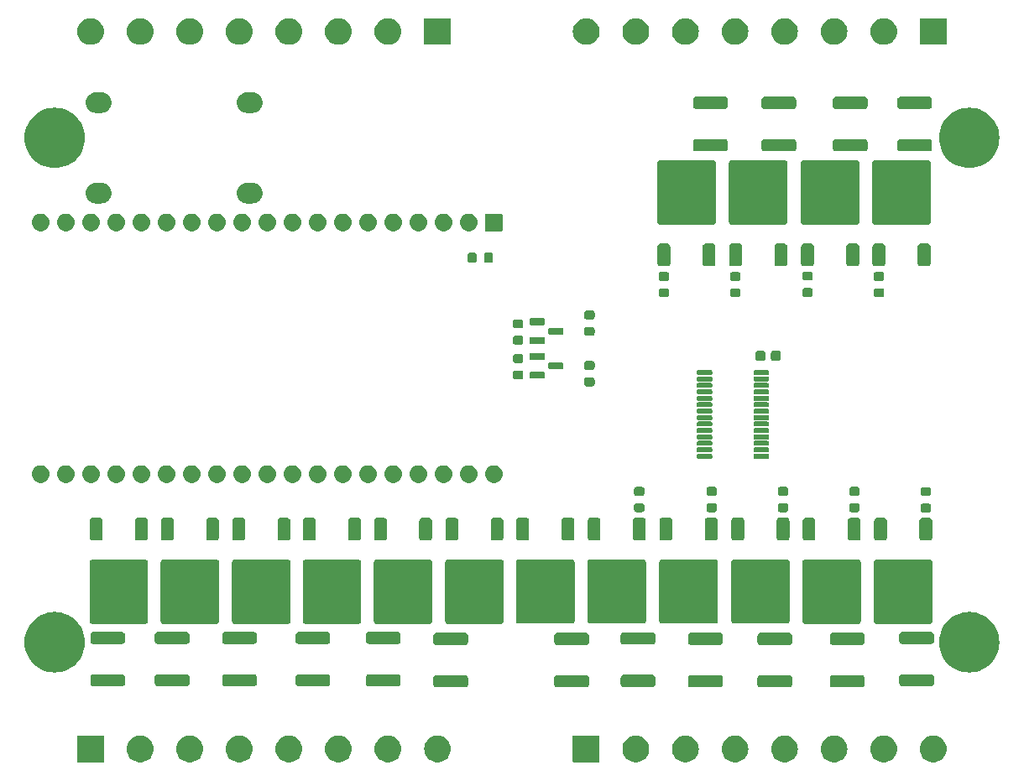
<source format=gbr>
%TF.GenerationSoftware,KiCad,Pcbnew,7.0.10*%
%TF.CreationDate,2024-02-03T19:37:43+01:00*%
%TF.ProjectId,led_stairs_controller,6c65645f-7374-4616-9972-735f636f6e74,V0.1*%
%TF.SameCoordinates,Original*%
%TF.FileFunction,Soldermask,Top*%
%TF.FilePolarity,Negative*%
%FSLAX46Y46*%
G04 Gerber Fmt 4.6, Leading zero omitted, Abs format (unit mm)*
G04 Created by KiCad (PCBNEW 7.0.10) date 2024-02-03 19:37:43*
%MOMM*%
%LPD*%
G01*
G04 APERTURE LIST*
G04 APERTURE END LIST*
G36*
X109994517Y-132232882D02*
G01*
X110011062Y-132243938D01*
X110022118Y-132260483D01*
X110026000Y-132280000D01*
X110026000Y-134880000D01*
X110022118Y-134899517D01*
X110011062Y-134916062D01*
X109994517Y-134927118D01*
X109975000Y-134931000D01*
X107375000Y-134931000D01*
X107355483Y-134927118D01*
X107338938Y-134916062D01*
X107327882Y-134899517D01*
X107324000Y-134880000D01*
X107324000Y-132280000D01*
X107327882Y-132260483D01*
X107338938Y-132243938D01*
X107355483Y-132232882D01*
X107375000Y-132229000D01*
X109975000Y-132229000D01*
X109994517Y-132232882D01*
G37*
G36*
X159994517Y-132232882D02*
G01*
X160011062Y-132243938D01*
X160022118Y-132260483D01*
X160026000Y-132280000D01*
X160026000Y-134880000D01*
X160022118Y-134899517D01*
X160011062Y-134916062D01*
X159994517Y-134927118D01*
X159975000Y-134931000D01*
X157375000Y-134931000D01*
X157355483Y-134927118D01*
X157338938Y-134916062D01*
X157327882Y-134899517D01*
X157324000Y-134880000D01*
X157324000Y-132280000D01*
X157327882Y-132260483D01*
X157338938Y-132243938D01*
X157355483Y-132232882D01*
X157375000Y-132229000D01*
X159975000Y-132229000D01*
X159994517Y-132232882D01*
G37*
G36*
X114006651Y-132270340D02*
G01*
X114217691Y-132342790D01*
X114413927Y-132448988D01*
X114590007Y-132586037D01*
X114741129Y-132750199D01*
X114863169Y-132936995D01*
X114952799Y-133141331D01*
X115007574Y-133357633D01*
X115026000Y-133580000D01*
X115007574Y-133802367D01*
X114952799Y-134018669D01*
X114863169Y-134223005D01*
X114741129Y-134409801D01*
X114590007Y-134573963D01*
X114413927Y-134711012D01*
X114217691Y-134817210D01*
X114006651Y-134889660D01*
X113786565Y-134926386D01*
X113563435Y-134926386D01*
X113343349Y-134889660D01*
X113132309Y-134817210D01*
X112936073Y-134711012D01*
X112759993Y-134573963D01*
X112608871Y-134409801D01*
X112486831Y-134223005D01*
X112397201Y-134018669D01*
X112342426Y-133802367D01*
X112324000Y-133580000D01*
X112342426Y-133357633D01*
X112397201Y-133141331D01*
X112486831Y-132936995D01*
X112608871Y-132750199D01*
X112759993Y-132586037D01*
X112936073Y-132448988D01*
X113132309Y-132342790D01*
X113343349Y-132270340D01*
X113563435Y-132233614D01*
X113786565Y-132233614D01*
X114006651Y-132270340D01*
G37*
G36*
X119006651Y-132270340D02*
G01*
X119217691Y-132342790D01*
X119413927Y-132448988D01*
X119590007Y-132586037D01*
X119741129Y-132750199D01*
X119863169Y-132936995D01*
X119952799Y-133141331D01*
X120007574Y-133357633D01*
X120026000Y-133580000D01*
X120007574Y-133802367D01*
X119952799Y-134018669D01*
X119863169Y-134223005D01*
X119741129Y-134409801D01*
X119590007Y-134573963D01*
X119413927Y-134711012D01*
X119217691Y-134817210D01*
X119006651Y-134889660D01*
X118786565Y-134926386D01*
X118563435Y-134926386D01*
X118343349Y-134889660D01*
X118132309Y-134817210D01*
X117936073Y-134711012D01*
X117759993Y-134573963D01*
X117608871Y-134409801D01*
X117486831Y-134223005D01*
X117397201Y-134018669D01*
X117342426Y-133802367D01*
X117324000Y-133580000D01*
X117342426Y-133357633D01*
X117397201Y-133141331D01*
X117486831Y-132936995D01*
X117608871Y-132750199D01*
X117759993Y-132586037D01*
X117936073Y-132448988D01*
X118132309Y-132342790D01*
X118343349Y-132270340D01*
X118563435Y-132233614D01*
X118786565Y-132233614D01*
X119006651Y-132270340D01*
G37*
G36*
X124006651Y-132270340D02*
G01*
X124217691Y-132342790D01*
X124413927Y-132448988D01*
X124590007Y-132586037D01*
X124741129Y-132750199D01*
X124863169Y-132936995D01*
X124952799Y-133141331D01*
X125007574Y-133357633D01*
X125026000Y-133580000D01*
X125007574Y-133802367D01*
X124952799Y-134018669D01*
X124863169Y-134223005D01*
X124741129Y-134409801D01*
X124590007Y-134573963D01*
X124413927Y-134711012D01*
X124217691Y-134817210D01*
X124006651Y-134889660D01*
X123786565Y-134926386D01*
X123563435Y-134926386D01*
X123343349Y-134889660D01*
X123132309Y-134817210D01*
X122936073Y-134711012D01*
X122759993Y-134573963D01*
X122608871Y-134409801D01*
X122486831Y-134223005D01*
X122397201Y-134018669D01*
X122342426Y-133802367D01*
X122324000Y-133580000D01*
X122342426Y-133357633D01*
X122397201Y-133141331D01*
X122486831Y-132936995D01*
X122608871Y-132750199D01*
X122759993Y-132586037D01*
X122936073Y-132448988D01*
X123132309Y-132342790D01*
X123343349Y-132270340D01*
X123563435Y-132233614D01*
X123786565Y-132233614D01*
X124006651Y-132270340D01*
G37*
G36*
X129006651Y-132270340D02*
G01*
X129217691Y-132342790D01*
X129413927Y-132448988D01*
X129590007Y-132586037D01*
X129741129Y-132750199D01*
X129863169Y-132936995D01*
X129952799Y-133141331D01*
X130007574Y-133357633D01*
X130026000Y-133580000D01*
X130007574Y-133802367D01*
X129952799Y-134018669D01*
X129863169Y-134223005D01*
X129741129Y-134409801D01*
X129590007Y-134573963D01*
X129413927Y-134711012D01*
X129217691Y-134817210D01*
X129006651Y-134889660D01*
X128786565Y-134926386D01*
X128563435Y-134926386D01*
X128343349Y-134889660D01*
X128132309Y-134817210D01*
X127936073Y-134711012D01*
X127759993Y-134573963D01*
X127608871Y-134409801D01*
X127486831Y-134223005D01*
X127397201Y-134018669D01*
X127342426Y-133802367D01*
X127324000Y-133580000D01*
X127342426Y-133357633D01*
X127397201Y-133141331D01*
X127486831Y-132936995D01*
X127608871Y-132750199D01*
X127759993Y-132586037D01*
X127936073Y-132448988D01*
X128132309Y-132342790D01*
X128343349Y-132270340D01*
X128563435Y-132233614D01*
X128786565Y-132233614D01*
X129006651Y-132270340D01*
G37*
G36*
X134006651Y-132270340D02*
G01*
X134217691Y-132342790D01*
X134413927Y-132448988D01*
X134590007Y-132586037D01*
X134741129Y-132750199D01*
X134863169Y-132936995D01*
X134952799Y-133141331D01*
X135007574Y-133357633D01*
X135026000Y-133580000D01*
X135007574Y-133802367D01*
X134952799Y-134018669D01*
X134863169Y-134223005D01*
X134741129Y-134409801D01*
X134590007Y-134573963D01*
X134413927Y-134711012D01*
X134217691Y-134817210D01*
X134006651Y-134889660D01*
X133786565Y-134926386D01*
X133563435Y-134926386D01*
X133343349Y-134889660D01*
X133132309Y-134817210D01*
X132936073Y-134711012D01*
X132759993Y-134573963D01*
X132608871Y-134409801D01*
X132486831Y-134223005D01*
X132397201Y-134018669D01*
X132342426Y-133802367D01*
X132324000Y-133580000D01*
X132342426Y-133357633D01*
X132397201Y-133141331D01*
X132486831Y-132936995D01*
X132608871Y-132750199D01*
X132759993Y-132586037D01*
X132936073Y-132448988D01*
X133132309Y-132342790D01*
X133343349Y-132270340D01*
X133563435Y-132233614D01*
X133786565Y-132233614D01*
X134006651Y-132270340D01*
G37*
G36*
X139006651Y-132270340D02*
G01*
X139217691Y-132342790D01*
X139413927Y-132448988D01*
X139590007Y-132586037D01*
X139741129Y-132750199D01*
X139863169Y-132936995D01*
X139952799Y-133141331D01*
X140007574Y-133357633D01*
X140026000Y-133580000D01*
X140007574Y-133802367D01*
X139952799Y-134018669D01*
X139863169Y-134223005D01*
X139741129Y-134409801D01*
X139590007Y-134573963D01*
X139413927Y-134711012D01*
X139217691Y-134817210D01*
X139006651Y-134889660D01*
X138786565Y-134926386D01*
X138563435Y-134926386D01*
X138343349Y-134889660D01*
X138132309Y-134817210D01*
X137936073Y-134711012D01*
X137759993Y-134573963D01*
X137608871Y-134409801D01*
X137486831Y-134223005D01*
X137397201Y-134018669D01*
X137342426Y-133802367D01*
X137324000Y-133580000D01*
X137342426Y-133357633D01*
X137397201Y-133141331D01*
X137486831Y-132936995D01*
X137608871Y-132750199D01*
X137759993Y-132586037D01*
X137936073Y-132448988D01*
X138132309Y-132342790D01*
X138343349Y-132270340D01*
X138563435Y-132233614D01*
X138786565Y-132233614D01*
X139006651Y-132270340D01*
G37*
G36*
X144006651Y-132270340D02*
G01*
X144217691Y-132342790D01*
X144413927Y-132448988D01*
X144590007Y-132586037D01*
X144741129Y-132750199D01*
X144863169Y-132936995D01*
X144952799Y-133141331D01*
X145007574Y-133357633D01*
X145026000Y-133580000D01*
X145007574Y-133802367D01*
X144952799Y-134018669D01*
X144863169Y-134223005D01*
X144741129Y-134409801D01*
X144590007Y-134573963D01*
X144413927Y-134711012D01*
X144217691Y-134817210D01*
X144006651Y-134889660D01*
X143786565Y-134926386D01*
X143563435Y-134926386D01*
X143343349Y-134889660D01*
X143132309Y-134817210D01*
X142936073Y-134711012D01*
X142759993Y-134573963D01*
X142608871Y-134409801D01*
X142486831Y-134223005D01*
X142397201Y-134018669D01*
X142342426Y-133802367D01*
X142324000Y-133580000D01*
X142342426Y-133357633D01*
X142397201Y-133141331D01*
X142486831Y-132936995D01*
X142608871Y-132750199D01*
X142759993Y-132586037D01*
X142936073Y-132448988D01*
X143132309Y-132342790D01*
X143343349Y-132270340D01*
X143563435Y-132233614D01*
X143786565Y-132233614D01*
X144006651Y-132270340D01*
G37*
G36*
X164006651Y-132270340D02*
G01*
X164217691Y-132342790D01*
X164413927Y-132448988D01*
X164590007Y-132586037D01*
X164741129Y-132750199D01*
X164863169Y-132936995D01*
X164952799Y-133141331D01*
X165007574Y-133357633D01*
X165026000Y-133580000D01*
X165007574Y-133802367D01*
X164952799Y-134018669D01*
X164863169Y-134223005D01*
X164741129Y-134409801D01*
X164590007Y-134573963D01*
X164413927Y-134711012D01*
X164217691Y-134817210D01*
X164006651Y-134889660D01*
X163786565Y-134926386D01*
X163563435Y-134926386D01*
X163343349Y-134889660D01*
X163132309Y-134817210D01*
X162936073Y-134711012D01*
X162759993Y-134573963D01*
X162608871Y-134409801D01*
X162486831Y-134223005D01*
X162397201Y-134018669D01*
X162342426Y-133802367D01*
X162324000Y-133580000D01*
X162342426Y-133357633D01*
X162397201Y-133141331D01*
X162486831Y-132936995D01*
X162608871Y-132750199D01*
X162759993Y-132586037D01*
X162936073Y-132448988D01*
X163132309Y-132342790D01*
X163343349Y-132270340D01*
X163563435Y-132233614D01*
X163786565Y-132233614D01*
X164006651Y-132270340D01*
G37*
G36*
X169006651Y-132270340D02*
G01*
X169217691Y-132342790D01*
X169413927Y-132448988D01*
X169590007Y-132586037D01*
X169741129Y-132750199D01*
X169863169Y-132936995D01*
X169952799Y-133141331D01*
X170007574Y-133357633D01*
X170026000Y-133580000D01*
X170007574Y-133802367D01*
X169952799Y-134018669D01*
X169863169Y-134223005D01*
X169741129Y-134409801D01*
X169590007Y-134573963D01*
X169413927Y-134711012D01*
X169217691Y-134817210D01*
X169006651Y-134889660D01*
X168786565Y-134926386D01*
X168563435Y-134926386D01*
X168343349Y-134889660D01*
X168132309Y-134817210D01*
X167936073Y-134711012D01*
X167759993Y-134573963D01*
X167608871Y-134409801D01*
X167486831Y-134223005D01*
X167397201Y-134018669D01*
X167342426Y-133802367D01*
X167324000Y-133580000D01*
X167342426Y-133357633D01*
X167397201Y-133141331D01*
X167486831Y-132936995D01*
X167608871Y-132750199D01*
X167759993Y-132586037D01*
X167936073Y-132448988D01*
X168132309Y-132342790D01*
X168343349Y-132270340D01*
X168563435Y-132233614D01*
X168786565Y-132233614D01*
X169006651Y-132270340D01*
G37*
G36*
X174006651Y-132270340D02*
G01*
X174217691Y-132342790D01*
X174413927Y-132448988D01*
X174590007Y-132586037D01*
X174741129Y-132750199D01*
X174863169Y-132936995D01*
X174952799Y-133141331D01*
X175007574Y-133357633D01*
X175026000Y-133580000D01*
X175007574Y-133802367D01*
X174952799Y-134018669D01*
X174863169Y-134223005D01*
X174741129Y-134409801D01*
X174590007Y-134573963D01*
X174413927Y-134711012D01*
X174217691Y-134817210D01*
X174006651Y-134889660D01*
X173786565Y-134926386D01*
X173563435Y-134926386D01*
X173343349Y-134889660D01*
X173132309Y-134817210D01*
X172936073Y-134711012D01*
X172759993Y-134573963D01*
X172608871Y-134409801D01*
X172486831Y-134223005D01*
X172397201Y-134018669D01*
X172342426Y-133802367D01*
X172324000Y-133580000D01*
X172342426Y-133357633D01*
X172397201Y-133141331D01*
X172486831Y-132936995D01*
X172608871Y-132750199D01*
X172759993Y-132586037D01*
X172936073Y-132448988D01*
X173132309Y-132342790D01*
X173343349Y-132270340D01*
X173563435Y-132233614D01*
X173786565Y-132233614D01*
X174006651Y-132270340D01*
G37*
G36*
X179006651Y-132270340D02*
G01*
X179217691Y-132342790D01*
X179413927Y-132448988D01*
X179590007Y-132586037D01*
X179741129Y-132750199D01*
X179863169Y-132936995D01*
X179952799Y-133141331D01*
X180007574Y-133357633D01*
X180026000Y-133580000D01*
X180007574Y-133802367D01*
X179952799Y-134018669D01*
X179863169Y-134223005D01*
X179741129Y-134409801D01*
X179590007Y-134573963D01*
X179413927Y-134711012D01*
X179217691Y-134817210D01*
X179006651Y-134889660D01*
X178786565Y-134926386D01*
X178563435Y-134926386D01*
X178343349Y-134889660D01*
X178132309Y-134817210D01*
X177936073Y-134711012D01*
X177759993Y-134573963D01*
X177608871Y-134409801D01*
X177486831Y-134223005D01*
X177397201Y-134018669D01*
X177342426Y-133802367D01*
X177324000Y-133580000D01*
X177342426Y-133357633D01*
X177397201Y-133141331D01*
X177486831Y-132936995D01*
X177608871Y-132750199D01*
X177759993Y-132586037D01*
X177936073Y-132448988D01*
X178132309Y-132342790D01*
X178343349Y-132270340D01*
X178563435Y-132233614D01*
X178786565Y-132233614D01*
X179006651Y-132270340D01*
G37*
G36*
X184006651Y-132270340D02*
G01*
X184217691Y-132342790D01*
X184413927Y-132448988D01*
X184590007Y-132586037D01*
X184741129Y-132750199D01*
X184863169Y-132936995D01*
X184952799Y-133141331D01*
X185007574Y-133357633D01*
X185026000Y-133580000D01*
X185007574Y-133802367D01*
X184952799Y-134018669D01*
X184863169Y-134223005D01*
X184741129Y-134409801D01*
X184590007Y-134573963D01*
X184413927Y-134711012D01*
X184217691Y-134817210D01*
X184006651Y-134889660D01*
X183786565Y-134926386D01*
X183563435Y-134926386D01*
X183343349Y-134889660D01*
X183132309Y-134817210D01*
X182936073Y-134711012D01*
X182759993Y-134573963D01*
X182608871Y-134409801D01*
X182486831Y-134223005D01*
X182397201Y-134018669D01*
X182342426Y-133802367D01*
X182324000Y-133580000D01*
X182342426Y-133357633D01*
X182397201Y-133141331D01*
X182486831Y-132936995D01*
X182608871Y-132750199D01*
X182759993Y-132586037D01*
X182936073Y-132448988D01*
X183132309Y-132342790D01*
X183343349Y-132270340D01*
X183563435Y-132233614D01*
X183786565Y-132233614D01*
X184006651Y-132270340D01*
G37*
G36*
X189006651Y-132270340D02*
G01*
X189217691Y-132342790D01*
X189413927Y-132448988D01*
X189590007Y-132586037D01*
X189741129Y-132750199D01*
X189863169Y-132936995D01*
X189952799Y-133141331D01*
X190007574Y-133357633D01*
X190026000Y-133580000D01*
X190007574Y-133802367D01*
X189952799Y-134018669D01*
X189863169Y-134223005D01*
X189741129Y-134409801D01*
X189590007Y-134573963D01*
X189413927Y-134711012D01*
X189217691Y-134817210D01*
X189006651Y-134889660D01*
X188786565Y-134926386D01*
X188563435Y-134926386D01*
X188343349Y-134889660D01*
X188132309Y-134817210D01*
X187936073Y-134711012D01*
X187759993Y-134573963D01*
X187608871Y-134409801D01*
X187486831Y-134223005D01*
X187397201Y-134018669D01*
X187342426Y-133802367D01*
X187324000Y-133580000D01*
X187342426Y-133357633D01*
X187397201Y-133141331D01*
X187486831Y-132936995D01*
X187608871Y-132750199D01*
X187759993Y-132586037D01*
X187936073Y-132448988D01*
X188132309Y-132342790D01*
X188343349Y-132270340D01*
X188563435Y-132233614D01*
X188786565Y-132233614D01*
X189006651Y-132270340D01*
G37*
G36*
X194006651Y-132270340D02*
G01*
X194217691Y-132342790D01*
X194413927Y-132448988D01*
X194590007Y-132586037D01*
X194741129Y-132750199D01*
X194863169Y-132936995D01*
X194952799Y-133141331D01*
X195007574Y-133357633D01*
X195026000Y-133580000D01*
X195007574Y-133802367D01*
X194952799Y-134018669D01*
X194863169Y-134223005D01*
X194741129Y-134409801D01*
X194590007Y-134573963D01*
X194413927Y-134711012D01*
X194217691Y-134817210D01*
X194006651Y-134889660D01*
X193786565Y-134926386D01*
X193563435Y-134926386D01*
X193343349Y-134889660D01*
X193132309Y-134817210D01*
X192936073Y-134711012D01*
X192759993Y-134573963D01*
X192608871Y-134409801D01*
X192486831Y-134223005D01*
X192397201Y-134018669D01*
X192342426Y-133802367D01*
X192324000Y-133580000D01*
X192342426Y-133357633D01*
X192397201Y-133141331D01*
X192486831Y-132936995D01*
X192608871Y-132750199D01*
X192759993Y-132586037D01*
X192936073Y-132448988D01*
X193132309Y-132342790D01*
X193343349Y-132270340D01*
X193563435Y-132233614D01*
X193786565Y-132233614D01*
X194006651Y-132270340D01*
G37*
G36*
X146518914Y-126131995D02*
G01*
X146527612Y-126135835D01*
X146535212Y-126136943D01*
X146582718Y-126160167D01*
X146620106Y-126176676D01*
X146623567Y-126180137D01*
X146624501Y-126180594D01*
X146694405Y-126250498D01*
X146694861Y-126251431D01*
X146698324Y-126254894D01*
X146714836Y-126292291D01*
X146738056Y-126339787D01*
X146739162Y-126347384D01*
X146743005Y-126356086D01*
X146751000Y-126425000D01*
X146751000Y-127050000D01*
X146743005Y-127118914D01*
X146739162Y-127127615D01*
X146738056Y-127135212D01*
X146714841Y-127182697D01*
X146698324Y-127220106D01*
X146694860Y-127223569D01*
X146694405Y-127224501D01*
X146624501Y-127294405D01*
X146623569Y-127294860D01*
X146620106Y-127298324D01*
X146582697Y-127314841D01*
X146535212Y-127338056D01*
X146527615Y-127339162D01*
X146518914Y-127343005D01*
X146450000Y-127351000D01*
X143550000Y-127351000D01*
X143481086Y-127343005D01*
X143472384Y-127339162D01*
X143464787Y-127338056D01*
X143417291Y-127314836D01*
X143379894Y-127298324D01*
X143376431Y-127294861D01*
X143375498Y-127294405D01*
X143305594Y-127224501D01*
X143305137Y-127223567D01*
X143301676Y-127220106D01*
X143285167Y-127182718D01*
X143261943Y-127135212D01*
X143260835Y-127127612D01*
X143256995Y-127118914D01*
X143249000Y-127050000D01*
X143249000Y-126425000D01*
X143256995Y-126356086D01*
X143260835Y-126347387D01*
X143261943Y-126339787D01*
X143285172Y-126292270D01*
X143301676Y-126254894D01*
X143305136Y-126251433D01*
X143305594Y-126250498D01*
X143375498Y-126180594D01*
X143376433Y-126180136D01*
X143379894Y-126176676D01*
X143417270Y-126160172D01*
X143464787Y-126136943D01*
X143472387Y-126135835D01*
X143481086Y-126131995D01*
X143550000Y-126124000D01*
X146450000Y-126124000D01*
X146518914Y-126131995D01*
G37*
G36*
X158718914Y-126131995D02*
G01*
X158727612Y-126135835D01*
X158735212Y-126136943D01*
X158782718Y-126160167D01*
X158820106Y-126176676D01*
X158823567Y-126180137D01*
X158824501Y-126180594D01*
X158894405Y-126250498D01*
X158894861Y-126251431D01*
X158898324Y-126254894D01*
X158914836Y-126292291D01*
X158938056Y-126339787D01*
X158939162Y-126347384D01*
X158943005Y-126356086D01*
X158951000Y-126425000D01*
X158951000Y-127050000D01*
X158943005Y-127118914D01*
X158939162Y-127127615D01*
X158938056Y-127135212D01*
X158914841Y-127182697D01*
X158898324Y-127220106D01*
X158894860Y-127223569D01*
X158894405Y-127224501D01*
X158824501Y-127294405D01*
X158823569Y-127294860D01*
X158820106Y-127298324D01*
X158782697Y-127314841D01*
X158735212Y-127338056D01*
X158727615Y-127339162D01*
X158718914Y-127343005D01*
X158650000Y-127351000D01*
X155750000Y-127351000D01*
X155681086Y-127343005D01*
X155672384Y-127339162D01*
X155664787Y-127338056D01*
X155617291Y-127314836D01*
X155579894Y-127298324D01*
X155576431Y-127294861D01*
X155575498Y-127294405D01*
X155505594Y-127224501D01*
X155505137Y-127223567D01*
X155501676Y-127220106D01*
X155485167Y-127182718D01*
X155461943Y-127135212D01*
X155460835Y-127127612D01*
X155456995Y-127118914D01*
X155449000Y-127050000D01*
X155449000Y-126425000D01*
X155456995Y-126356086D01*
X155460835Y-126347387D01*
X155461943Y-126339787D01*
X155485172Y-126292270D01*
X155501676Y-126254894D01*
X155505136Y-126251433D01*
X155505594Y-126250498D01*
X155575498Y-126180594D01*
X155576433Y-126180136D01*
X155579894Y-126176676D01*
X155617270Y-126160172D01*
X155664787Y-126136943D01*
X155672387Y-126135835D01*
X155681086Y-126131995D01*
X155750000Y-126124000D01*
X158650000Y-126124000D01*
X158718914Y-126131995D01*
G37*
G36*
X172218914Y-126131995D02*
G01*
X172227612Y-126135835D01*
X172235212Y-126136943D01*
X172282718Y-126160167D01*
X172320106Y-126176676D01*
X172323567Y-126180137D01*
X172324501Y-126180594D01*
X172394405Y-126250498D01*
X172394861Y-126251431D01*
X172398324Y-126254894D01*
X172414836Y-126292291D01*
X172438056Y-126339787D01*
X172439162Y-126347384D01*
X172443005Y-126356086D01*
X172451000Y-126425000D01*
X172451000Y-127050000D01*
X172443005Y-127118914D01*
X172439162Y-127127615D01*
X172438056Y-127135212D01*
X172414841Y-127182697D01*
X172398324Y-127220106D01*
X172394860Y-127223569D01*
X172394405Y-127224501D01*
X172324501Y-127294405D01*
X172323569Y-127294860D01*
X172320106Y-127298324D01*
X172282697Y-127314841D01*
X172235212Y-127338056D01*
X172227615Y-127339162D01*
X172218914Y-127343005D01*
X172150000Y-127351000D01*
X169250000Y-127351000D01*
X169181086Y-127343005D01*
X169172384Y-127339162D01*
X169164787Y-127338056D01*
X169117291Y-127314836D01*
X169079894Y-127298324D01*
X169076431Y-127294861D01*
X169075498Y-127294405D01*
X169005594Y-127224501D01*
X169005137Y-127223567D01*
X169001676Y-127220106D01*
X168985167Y-127182718D01*
X168961943Y-127135212D01*
X168960835Y-127127612D01*
X168956995Y-127118914D01*
X168949000Y-127050000D01*
X168949000Y-126425000D01*
X168956995Y-126356086D01*
X168960835Y-126347387D01*
X168961943Y-126339787D01*
X168985172Y-126292270D01*
X169001676Y-126254894D01*
X169005136Y-126251433D01*
X169005594Y-126250498D01*
X169075498Y-126180594D01*
X169076433Y-126180136D01*
X169079894Y-126176676D01*
X169117270Y-126160172D01*
X169164787Y-126136943D01*
X169172387Y-126135835D01*
X169181086Y-126131995D01*
X169250000Y-126124000D01*
X172150000Y-126124000D01*
X172218914Y-126131995D01*
G37*
G36*
X179218914Y-126131995D02*
G01*
X179227612Y-126135835D01*
X179235212Y-126136943D01*
X179282718Y-126160167D01*
X179320106Y-126176676D01*
X179323567Y-126180137D01*
X179324501Y-126180594D01*
X179394405Y-126250498D01*
X179394861Y-126251431D01*
X179398324Y-126254894D01*
X179414836Y-126292291D01*
X179438056Y-126339787D01*
X179439162Y-126347384D01*
X179443005Y-126356086D01*
X179451000Y-126425000D01*
X179451000Y-127050000D01*
X179443005Y-127118914D01*
X179439162Y-127127615D01*
X179438056Y-127135212D01*
X179414841Y-127182697D01*
X179398324Y-127220106D01*
X179394860Y-127223569D01*
X179394405Y-127224501D01*
X179324501Y-127294405D01*
X179323569Y-127294860D01*
X179320106Y-127298324D01*
X179282697Y-127314841D01*
X179235212Y-127338056D01*
X179227615Y-127339162D01*
X179218914Y-127343005D01*
X179150000Y-127351000D01*
X176250000Y-127351000D01*
X176181086Y-127343005D01*
X176172384Y-127339162D01*
X176164787Y-127338056D01*
X176117291Y-127314836D01*
X176079894Y-127298324D01*
X176076431Y-127294861D01*
X176075498Y-127294405D01*
X176005594Y-127224501D01*
X176005137Y-127223567D01*
X176001676Y-127220106D01*
X175985167Y-127182718D01*
X175961943Y-127135212D01*
X175960835Y-127127612D01*
X175956995Y-127118914D01*
X175949000Y-127050000D01*
X175949000Y-126425000D01*
X175956995Y-126356086D01*
X175960835Y-126347387D01*
X175961943Y-126339787D01*
X175985172Y-126292270D01*
X176001676Y-126254894D01*
X176005136Y-126251433D01*
X176005594Y-126250498D01*
X176075498Y-126180594D01*
X176076433Y-126180136D01*
X176079894Y-126176676D01*
X176117270Y-126160172D01*
X176164787Y-126136943D01*
X176172387Y-126135835D01*
X176181086Y-126131995D01*
X176250000Y-126124000D01*
X179150000Y-126124000D01*
X179218914Y-126131995D01*
G37*
G36*
X186518914Y-126131995D02*
G01*
X186527612Y-126135835D01*
X186535212Y-126136943D01*
X186582718Y-126160167D01*
X186620106Y-126176676D01*
X186623567Y-126180137D01*
X186624501Y-126180594D01*
X186694405Y-126250498D01*
X186694861Y-126251431D01*
X186698324Y-126254894D01*
X186714836Y-126292291D01*
X186738056Y-126339787D01*
X186739162Y-126347384D01*
X186743005Y-126356086D01*
X186751000Y-126425000D01*
X186751000Y-127050000D01*
X186743005Y-127118914D01*
X186739162Y-127127615D01*
X186738056Y-127135212D01*
X186714841Y-127182697D01*
X186698324Y-127220106D01*
X186694860Y-127223569D01*
X186694405Y-127224501D01*
X186624501Y-127294405D01*
X186623569Y-127294860D01*
X186620106Y-127298324D01*
X186582697Y-127314841D01*
X186535212Y-127338056D01*
X186527615Y-127339162D01*
X186518914Y-127343005D01*
X186450000Y-127351000D01*
X183550000Y-127351000D01*
X183481086Y-127343005D01*
X183472384Y-127339162D01*
X183464787Y-127338056D01*
X183417291Y-127314836D01*
X183379894Y-127298324D01*
X183376431Y-127294861D01*
X183375498Y-127294405D01*
X183305594Y-127224501D01*
X183305137Y-127223567D01*
X183301676Y-127220106D01*
X183285167Y-127182718D01*
X183261943Y-127135212D01*
X183260835Y-127127612D01*
X183256995Y-127118914D01*
X183249000Y-127050000D01*
X183249000Y-126425000D01*
X183256995Y-126356086D01*
X183260835Y-126347387D01*
X183261943Y-126339787D01*
X183285172Y-126292270D01*
X183301676Y-126254894D01*
X183305136Y-126251433D01*
X183305594Y-126250498D01*
X183375498Y-126180594D01*
X183376433Y-126180136D01*
X183379894Y-126176676D01*
X183417270Y-126160172D01*
X183464787Y-126136943D01*
X183472387Y-126135835D01*
X183481086Y-126131995D01*
X183550000Y-126124000D01*
X186450000Y-126124000D01*
X186518914Y-126131995D01*
G37*
G36*
X165418914Y-126094495D02*
G01*
X165427612Y-126098335D01*
X165435212Y-126099443D01*
X165482718Y-126122667D01*
X165520106Y-126139176D01*
X165523567Y-126142637D01*
X165524501Y-126143094D01*
X165594405Y-126212998D01*
X165594861Y-126213931D01*
X165598324Y-126217394D01*
X165614836Y-126254791D01*
X165638056Y-126302287D01*
X165639162Y-126309884D01*
X165643005Y-126318586D01*
X165651000Y-126387500D01*
X165651000Y-127012500D01*
X165643005Y-127081414D01*
X165639162Y-127090115D01*
X165638056Y-127097712D01*
X165614841Y-127145197D01*
X165598324Y-127182606D01*
X165594860Y-127186069D01*
X165594405Y-127187001D01*
X165524501Y-127256905D01*
X165523569Y-127257360D01*
X165520106Y-127260824D01*
X165482697Y-127277341D01*
X165435212Y-127300556D01*
X165427615Y-127301662D01*
X165418914Y-127305505D01*
X165350000Y-127313500D01*
X162450000Y-127313500D01*
X162381086Y-127305505D01*
X162372384Y-127301662D01*
X162364787Y-127300556D01*
X162317291Y-127277336D01*
X162279894Y-127260824D01*
X162276431Y-127257361D01*
X162275498Y-127256905D01*
X162205594Y-127187001D01*
X162205137Y-127186067D01*
X162201676Y-127182606D01*
X162185167Y-127145218D01*
X162161943Y-127097712D01*
X162160835Y-127090112D01*
X162156995Y-127081414D01*
X162149000Y-127012500D01*
X162149000Y-126387500D01*
X162156995Y-126318586D01*
X162160835Y-126309887D01*
X162161943Y-126302287D01*
X162185172Y-126254770D01*
X162201676Y-126217394D01*
X162205136Y-126213933D01*
X162205594Y-126212998D01*
X162275498Y-126143094D01*
X162276433Y-126142636D01*
X162279894Y-126139176D01*
X162317270Y-126122672D01*
X162364787Y-126099443D01*
X162372387Y-126098335D01*
X162381086Y-126094495D01*
X162450000Y-126086500D01*
X165350000Y-126086500D01*
X165418914Y-126094495D01*
G37*
G36*
X111918914Y-126031995D02*
G01*
X111927612Y-126035835D01*
X111935212Y-126036943D01*
X111982718Y-126060167D01*
X112020106Y-126076676D01*
X112023567Y-126080137D01*
X112024501Y-126080594D01*
X112094405Y-126150498D01*
X112094861Y-126151431D01*
X112098324Y-126154894D01*
X112114836Y-126192291D01*
X112138056Y-126239787D01*
X112139162Y-126247384D01*
X112143005Y-126256086D01*
X112151000Y-126325000D01*
X112151000Y-126950000D01*
X112143005Y-127018914D01*
X112139162Y-127027615D01*
X112138056Y-127035212D01*
X112114841Y-127082697D01*
X112098324Y-127120106D01*
X112094860Y-127123569D01*
X112094405Y-127124501D01*
X112024501Y-127194405D01*
X112023569Y-127194860D01*
X112020106Y-127198324D01*
X111982697Y-127214841D01*
X111935212Y-127238056D01*
X111927615Y-127239162D01*
X111918914Y-127243005D01*
X111850000Y-127251000D01*
X108950000Y-127251000D01*
X108881086Y-127243005D01*
X108872384Y-127239162D01*
X108864787Y-127238056D01*
X108817291Y-127214836D01*
X108779894Y-127198324D01*
X108776431Y-127194861D01*
X108775498Y-127194405D01*
X108705594Y-127124501D01*
X108705137Y-127123567D01*
X108701676Y-127120106D01*
X108685167Y-127082718D01*
X108661943Y-127035212D01*
X108660835Y-127027612D01*
X108656995Y-127018914D01*
X108649000Y-126950000D01*
X108649000Y-126325000D01*
X108656995Y-126256086D01*
X108660835Y-126247387D01*
X108661943Y-126239787D01*
X108685172Y-126192270D01*
X108701676Y-126154894D01*
X108705136Y-126151433D01*
X108705594Y-126150498D01*
X108775498Y-126080594D01*
X108776433Y-126080136D01*
X108779894Y-126076676D01*
X108817270Y-126060172D01*
X108864787Y-126036943D01*
X108872387Y-126035835D01*
X108881086Y-126031995D01*
X108950000Y-126024000D01*
X111850000Y-126024000D01*
X111918914Y-126031995D01*
G37*
G36*
X118418914Y-126031995D02*
G01*
X118427612Y-126035835D01*
X118435212Y-126036943D01*
X118482718Y-126060167D01*
X118520106Y-126076676D01*
X118523567Y-126080137D01*
X118524501Y-126080594D01*
X118594405Y-126150498D01*
X118594861Y-126151431D01*
X118598324Y-126154894D01*
X118614836Y-126192291D01*
X118638056Y-126239787D01*
X118639162Y-126247384D01*
X118643005Y-126256086D01*
X118651000Y-126325000D01*
X118651000Y-126950000D01*
X118643005Y-127018914D01*
X118639162Y-127027615D01*
X118638056Y-127035212D01*
X118614841Y-127082697D01*
X118598324Y-127120106D01*
X118594860Y-127123569D01*
X118594405Y-127124501D01*
X118524501Y-127194405D01*
X118523569Y-127194860D01*
X118520106Y-127198324D01*
X118482697Y-127214841D01*
X118435212Y-127238056D01*
X118427615Y-127239162D01*
X118418914Y-127243005D01*
X118350000Y-127251000D01*
X115450000Y-127251000D01*
X115381086Y-127243005D01*
X115372384Y-127239162D01*
X115364787Y-127238056D01*
X115317291Y-127214836D01*
X115279894Y-127198324D01*
X115276431Y-127194861D01*
X115275498Y-127194405D01*
X115205594Y-127124501D01*
X115205137Y-127123567D01*
X115201676Y-127120106D01*
X115185167Y-127082718D01*
X115161943Y-127035212D01*
X115160835Y-127027612D01*
X115156995Y-127018914D01*
X115149000Y-126950000D01*
X115149000Y-126325000D01*
X115156995Y-126256086D01*
X115160835Y-126247387D01*
X115161943Y-126239787D01*
X115185172Y-126192270D01*
X115201676Y-126154894D01*
X115205136Y-126151433D01*
X115205594Y-126150498D01*
X115275498Y-126080594D01*
X115276433Y-126080136D01*
X115279894Y-126076676D01*
X115317270Y-126060172D01*
X115364787Y-126036943D01*
X115372387Y-126035835D01*
X115381086Y-126031995D01*
X115450000Y-126024000D01*
X118350000Y-126024000D01*
X118418914Y-126031995D01*
G37*
G36*
X125218914Y-126031995D02*
G01*
X125227612Y-126035835D01*
X125235212Y-126036943D01*
X125282718Y-126060167D01*
X125320106Y-126076676D01*
X125323567Y-126080137D01*
X125324501Y-126080594D01*
X125394405Y-126150498D01*
X125394861Y-126151431D01*
X125398324Y-126154894D01*
X125414836Y-126192291D01*
X125438056Y-126239787D01*
X125439162Y-126247384D01*
X125443005Y-126256086D01*
X125451000Y-126325000D01*
X125451000Y-126950000D01*
X125443005Y-127018914D01*
X125439162Y-127027615D01*
X125438056Y-127035212D01*
X125414841Y-127082697D01*
X125398324Y-127120106D01*
X125394860Y-127123569D01*
X125394405Y-127124501D01*
X125324501Y-127194405D01*
X125323569Y-127194860D01*
X125320106Y-127198324D01*
X125282697Y-127214841D01*
X125235212Y-127238056D01*
X125227615Y-127239162D01*
X125218914Y-127243005D01*
X125150000Y-127251000D01*
X122250000Y-127251000D01*
X122181086Y-127243005D01*
X122172384Y-127239162D01*
X122164787Y-127238056D01*
X122117291Y-127214836D01*
X122079894Y-127198324D01*
X122076431Y-127194861D01*
X122075498Y-127194405D01*
X122005594Y-127124501D01*
X122005137Y-127123567D01*
X122001676Y-127120106D01*
X121985167Y-127082718D01*
X121961943Y-127035212D01*
X121960835Y-127027612D01*
X121956995Y-127018914D01*
X121949000Y-126950000D01*
X121949000Y-126325000D01*
X121956995Y-126256086D01*
X121960835Y-126247387D01*
X121961943Y-126239787D01*
X121985172Y-126192270D01*
X122001676Y-126154894D01*
X122005136Y-126151433D01*
X122005594Y-126150498D01*
X122075498Y-126080594D01*
X122076433Y-126080136D01*
X122079894Y-126076676D01*
X122117270Y-126060172D01*
X122164787Y-126036943D01*
X122172387Y-126035835D01*
X122181086Y-126031995D01*
X122250000Y-126024000D01*
X125150000Y-126024000D01*
X125218914Y-126031995D01*
G37*
G36*
X132618914Y-126031995D02*
G01*
X132627612Y-126035835D01*
X132635212Y-126036943D01*
X132682718Y-126060167D01*
X132720106Y-126076676D01*
X132723567Y-126080137D01*
X132724501Y-126080594D01*
X132794405Y-126150498D01*
X132794861Y-126151431D01*
X132798324Y-126154894D01*
X132814836Y-126192291D01*
X132838056Y-126239787D01*
X132839162Y-126247384D01*
X132843005Y-126256086D01*
X132851000Y-126325000D01*
X132851000Y-126950000D01*
X132843005Y-127018914D01*
X132839162Y-127027615D01*
X132838056Y-127035212D01*
X132814841Y-127082697D01*
X132798324Y-127120106D01*
X132794860Y-127123569D01*
X132794405Y-127124501D01*
X132724501Y-127194405D01*
X132723569Y-127194860D01*
X132720106Y-127198324D01*
X132682697Y-127214841D01*
X132635212Y-127238056D01*
X132627615Y-127239162D01*
X132618914Y-127243005D01*
X132550000Y-127251000D01*
X129650000Y-127251000D01*
X129581086Y-127243005D01*
X129572384Y-127239162D01*
X129564787Y-127238056D01*
X129517291Y-127214836D01*
X129479894Y-127198324D01*
X129476431Y-127194861D01*
X129475498Y-127194405D01*
X129405594Y-127124501D01*
X129405137Y-127123567D01*
X129401676Y-127120106D01*
X129385167Y-127082718D01*
X129361943Y-127035212D01*
X129360835Y-127027612D01*
X129356995Y-127018914D01*
X129349000Y-126950000D01*
X129349000Y-126325000D01*
X129356995Y-126256086D01*
X129360835Y-126247387D01*
X129361943Y-126239787D01*
X129385172Y-126192270D01*
X129401676Y-126154894D01*
X129405136Y-126151433D01*
X129405594Y-126150498D01*
X129475498Y-126080594D01*
X129476433Y-126080136D01*
X129479894Y-126076676D01*
X129517270Y-126060172D01*
X129564787Y-126036943D01*
X129572387Y-126035835D01*
X129581086Y-126031995D01*
X129650000Y-126024000D01*
X132550000Y-126024000D01*
X132618914Y-126031995D01*
G37*
G36*
X139718914Y-126031995D02*
G01*
X139727612Y-126035835D01*
X139735212Y-126036943D01*
X139782718Y-126060167D01*
X139820106Y-126076676D01*
X139823567Y-126080137D01*
X139824501Y-126080594D01*
X139894405Y-126150498D01*
X139894861Y-126151431D01*
X139898324Y-126154894D01*
X139914836Y-126192291D01*
X139938056Y-126239787D01*
X139939162Y-126247384D01*
X139943005Y-126256086D01*
X139951000Y-126325000D01*
X139951000Y-126950000D01*
X139943005Y-127018914D01*
X139939162Y-127027615D01*
X139938056Y-127035212D01*
X139914841Y-127082697D01*
X139898324Y-127120106D01*
X139894860Y-127123569D01*
X139894405Y-127124501D01*
X139824501Y-127194405D01*
X139823569Y-127194860D01*
X139820106Y-127198324D01*
X139782697Y-127214841D01*
X139735212Y-127238056D01*
X139727615Y-127239162D01*
X139718914Y-127243005D01*
X139650000Y-127251000D01*
X136750000Y-127251000D01*
X136681086Y-127243005D01*
X136672384Y-127239162D01*
X136664787Y-127238056D01*
X136617291Y-127214836D01*
X136579894Y-127198324D01*
X136576431Y-127194861D01*
X136575498Y-127194405D01*
X136505594Y-127124501D01*
X136505137Y-127123567D01*
X136501676Y-127120106D01*
X136485167Y-127082718D01*
X136461943Y-127035212D01*
X136460835Y-127027612D01*
X136456995Y-127018914D01*
X136449000Y-126950000D01*
X136449000Y-126325000D01*
X136456995Y-126256086D01*
X136460835Y-126247387D01*
X136461943Y-126239787D01*
X136485172Y-126192270D01*
X136501676Y-126154894D01*
X136505136Y-126151433D01*
X136505594Y-126150498D01*
X136575498Y-126080594D01*
X136576433Y-126080136D01*
X136579894Y-126076676D01*
X136617270Y-126060172D01*
X136664787Y-126036943D01*
X136672387Y-126035835D01*
X136681086Y-126031995D01*
X136750000Y-126024000D01*
X139650000Y-126024000D01*
X139718914Y-126031995D01*
G37*
G36*
X193518914Y-126031995D02*
G01*
X193527612Y-126035835D01*
X193535212Y-126036943D01*
X193582718Y-126060167D01*
X193620106Y-126076676D01*
X193623567Y-126080137D01*
X193624501Y-126080594D01*
X193694405Y-126150498D01*
X193694861Y-126151431D01*
X193698324Y-126154894D01*
X193714836Y-126192291D01*
X193738056Y-126239787D01*
X193739162Y-126247384D01*
X193743005Y-126256086D01*
X193751000Y-126325000D01*
X193751000Y-126950000D01*
X193743005Y-127018914D01*
X193739162Y-127027615D01*
X193738056Y-127035212D01*
X193714841Y-127082697D01*
X193698324Y-127120106D01*
X193694860Y-127123569D01*
X193694405Y-127124501D01*
X193624501Y-127194405D01*
X193623569Y-127194860D01*
X193620106Y-127198324D01*
X193582697Y-127214841D01*
X193535212Y-127238056D01*
X193527615Y-127239162D01*
X193518914Y-127243005D01*
X193450000Y-127251000D01*
X190550000Y-127251000D01*
X190481086Y-127243005D01*
X190472384Y-127239162D01*
X190464787Y-127238056D01*
X190417291Y-127214836D01*
X190379894Y-127198324D01*
X190376431Y-127194861D01*
X190375498Y-127194405D01*
X190305594Y-127124501D01*
X190305137Y-127123567D01*
X190301676Y-127120106D01*
X190285167Y-127082718D01*
X190261943Y-127035212D01*
X190260835Y-127027612D01*
X190256995Y-127018914D01*
X190249000Y-126950000D01*
X190249000Y-126325000D01*
X190256995Y-126256086D01*
X190260835Y-126247387D01*
X190261943Y-126239787D01*
X190285172Y-126192270D01*
X190301676Y-126154894D01*
X190305136Y-126151433D01*
X190305594Y-126150498D01*
X190375498Y-126080594D01*
X190376433Y-126080136D01*
X190379894Y-126076676D01*
X190417270Y-126060172D01*
X190464787Y-126036943D01*
X190472387Y-126035835D01*
X190481086Y-126031995D01*
X190550000Y-126024000D01*
X193450000Y-126024000D01*
X193518914Y-126031995D01*
G37*
G36*
X105391604Y-119768184D02*
G01*
X105728911Y-119825495D01*
X106057681Y-119920212D01*
X106373779Y-120051144D01*
X106673230Y-120216644D01*
X106952267Y-120414632D01*
X107207383Y-120642617D01*
X107435368Y-120897733D01*
X107633356Y-121176770D01*
X107798856Y-121476221D01*
X107929788Y-121792319D01*
X108024505Y-122121089D01*
X108081816Y-122458396D01*
X108101000Y-122800000D01*
X108081816Y-123141604D01*
X108024505Y-123478911D01*
X107929788Y-123807681D01*
X107798856Y-124123779D01*
X107633356Y-124423230D01*
X107435368Y-124702267D01*
X107207383Y-124957383D01*
X106952267Y-125185368D01*
X106673230Y-125383356D01*
X106373779Y-125548856D01*
X106057681Y-125679788D01*
X105728911Y-125774505D01*
X105391604Y-125831816D01*
X105050000Y-125851000D01*
X104708396Y-125831816D01*
X104371089Y-125774505D01*
X104042319Y-125679788D01*
X103726221Y-125548856D01*
X103426770Y-125383356D01*
X103147733Y-125185368D01*
X102892617Y-124957383D01*
X102664632Y-124702267D01*
X102466644Y-124423230D01*
X102301144Y-124123779D01*
X102170212Y-123807681D01*
X102075495Y-123478911D01*
X102018184Y-123141604D01*
X101999000Y-122800000D01*
X102018184Y-122458396D01*
X102075495Y-122121089D01*
X102170212Y-121792319D01*
X102301144Y-121476221D01*
X102466644Y-121176770D01*
X102664632Y-120897733D01*
X102892617Y-120642617D01*
X103147733Y-120414632D01*
X103426770Y-120216644D01*
X103726221Y-120051144D01*
X104042319Y-119920212D01*
X104371089Y-119825495D01*
X104708396Y-119768184D01*
X105050000Y-119749000D01*
X105391604Y-119768184D01*
G37*
G36*
X197641604Y-119768184D02*
G01*
X197978911Y-119825495D01*
X198307681Y-119920212D01*
X198623779Y-120051144D01*
X198923230Y-120216644D01*
X199202267Y-120414632D01*
X199457383Y-120642617D01*
X199685368Y-120897733D01*
X199883356Y-121176770D01*
X200048856Y-121476221D01*
X200179788Y-121792319D01*
X200274505Y-122121089D01*
X200331816Y-122458396D01*
X200351000Y-122800000D01*
X200331816Y-123141604D01*
X200274505Y-123478911D01*
X200179788Y-123807681D01*
X200048856Y-124123779D01*
X199883356Y-124423230D01*
X199685368Y-124702267D01*
X199457383Y-124957383D01*
X199202267Y-125185368D01*
X198923230Y-125383356D01*
X198623779Y-125548856D01*
X198307681Y-125679788D01*
X197978911Y-125774505D01*
X197641604Y-125831816D01*
X197300000Y-125851000D01*
X196958396Y-125831816D01*
X196621089Y-125774505D01*
X196292319Y-125679788D01*
X195976221Y-125548856D01*
X195676770Y-125383356D01*
X195397733Y-125185368D01*
X195142617Y-124957383D01*
X194914632Y-124702267D01*
X194716644Y-124423230D01*
X194551144Y-124123779D01*
X194420212Y-123807681D01*
X194325495Y-123478911D01*
X194268184Y-123141604D01*
X194249000Y-122800000D01*
X194268184Y-122458396D01*
X194325495Y-122121089D01*
X194420212Y-121792319D01*
X194551144Y-121476221D01*
X194716644Y-121176770D01*
X194914632Y-120897733D01*
X195142617Y-120642617D01*
X195397733Y-120414632D01*
X195676770Y-120216644D01*
X195976221Y-120051144D01*
X196292319Y-119920212D01*
X196621089Y-119825495D01*
X196958396Y-119768184D01*
X197300000Y-119749000D01*
X197641604Y-119768184D01*
G37*
G36*
X146518914Y-121856995D02*
G01*
X146527612Y-121860835D01*
X146535212Y-121861943D01*
X146582718Y-121885167D01*
X146620106Y-121901676D01*
X146623567Y-121905137D01*
X146624501Y-121905594D01*
X146694405Y-121975498D01*
X146694861Y-121976431D01*
X146698324Y-121979894D01*
X146714836Y-122017291D01*
X146738056Y-122064787D01*
X146739162Y-122072384D01*
X146743005Y-122081086D01*
X146751000Y-122150000D01*
X146751000Y-122775000D01*
X146743005Y-122843914D01*
X146739162Y-122852615D01*
X146738056Y-122860212D01*
X146714841Y-122907697D01*
X146698324Y-122945106D01*
X146694860Y-122948569D01*
X146694405Y-122949501D01*
X146624501Y-123019405D01*
X146623569Y-123019860D01*
X146620106Y-123023324D01*
X146582697Y-123039841D01*
X146535212Y-123063056D01*
X146527615Y-123064162D01*
X146518914Y-123068005D01*
X146450000Y-123076000D01*
X143550000Y-123076000D01*
X143481086Y-123068005D01*
X143472384Y-123064162D01*
X143464787Y-123063056D01*
X143417291Y-123039836D01*
X143379894Y-123023324D01*
X143376431Y-123019861D01*
X143375498Y-123019405D01*
X143305594Y-122949501D01*
X143305137Y-122948567D01*
X143301676Y-122945106D01*
X143285167Y-122907718D01*
X143261943Y-122860212D01*
X143260835Y-122852612D01*
X143256995Y-122843914D01*
X143249000Y-122775000D01*
X143249000Y-122150000D01*
X143256995Y-122081086D01*
X143260835Y-122072387D01*
X143261943Y-122064787D01*
X143285172Y-122017270D01*
X143301676Y-121979894D01*
X143305136Y-121976433D01*
X143305594Y-121975498D01*
X143375498Y-121905594D01*
X143376433Y-121905136D01*
X143379894Y-121901676D01*
X143417270Y-121885172D01*
X143464787Y-121861943D01*
X143472387Y-121860835D01*
X143481086Y-121856995D01*
X143550000Y-121849000D01*
X146450000Y-121849000D01*
X146518914Y-121856995D01*
G37*
G36*
X158718914Y-121856995D02*
G01*
X158727612Y-121860835D01*
X158735212Y-121861943D01*
X158782718Y-121885167D01*
X158820106Y-121901676D01*
X158823567Y-121905137D01*
X158824501Y-121905594D01*
X158894405Y-121975498D01*
X158894861Y-121976431D01*
X158898324Y-121979894D01*
X158914836Y-122017291D01*
X158938056Y-122064787D01*
X158939162Y-122072384D01*
X158943005Y-122081086D01*
X158951000Y-122150000D01*
X158951000Y-122775000D01*
X158943005Y-122843914D01*
X158939162Y-122852615D01*
X158938056Y-122860212D01*
X158914841Y-122907697D01*
X158898324Y-122945106D01*
X158894860Y-122948569D01*
X158894405Y-122949501D01*
X158824501Y-123019405D01*
X158823569Y-123019860D01*
X158820106Y-123023324D01*
X158782697Y-123039841D01*
X158735212Y-123063056D01*
X158727615Y-123064162D01*
X158718914Y-123068005D01*
X158650000Y-123076000D01*
X155750000Y-123076000D01*
X155681086Y-123068005D01*
X155672384Y-123064162D01*
X155664787Y-123063056D01*
X155617291Y-123039836D01*
X155579894Y-123023324D01*
X155576431Y-123019861D01*
X155575498Y-123019405D01*
X155505594Y-122949501D01*
X155505137Y-122948567D01*
X155501676Y-122945106D01*
X155485167Y-122907718D01*
X155461943Y-122860212D01*
X155460835Y-122852612D01*
X155456995Y-122843914D01*
X155449000Y-122775000D01*
X155449000Y-122150000D01*
X155456995Y-122081086D01*
X155460835Y-122072387D01*
X155461943Y-122064787D01*
X155485172Y-122017270D01*
X155501676Y-121979894D01*
X155505136Y-121976433D01*
X155505594Y-121975498D01*
X155575498Y-121905594D01*
X155576433Y-121905136D01*
X155579894Y-121901676D01*
X155617270Y-121885172D01*
X155664787Y-121861943D01*
X155672387Y-121860835D01*
X155681086Y-121856995D01*
X155750000Y-121849000D01*
X158650000Y-121849000D01*
X158718914Y-121856995D01*
G37*
G36*
X172218914Y-121856995D02*
G01*
X172227612Y-121860835D01*
X172235212Y-121861943D01*
X172282718Y-121885167D01*
X172320106Y-121901676D01*
X172323567Y-121905137D01*
X172324501Y-121905594D01*
X172394405Y-121975498D01*
X172394861Y-121976431D01*
X172398324Y-121979894D01*
X172414836Y-122017291D01*
X172438056Y-122064787D01*
X172439162Y-122072384D01*
X172443005Y-122081086D01*
X172451000Y-122150000D01*
X172451000Y-122775000D01*
X172443005Y-122843914D01*
X172439162Y-122852615D01*
X172438056Y-122860212D01*
X172414841Y-122907697D01*
X172398324Y-122945106D01*
X172394860Y-122948569D01*
X172394405Y-122949501D01*
X172324501Y-123019405D01*
X172323569Y-123019860D01*
X172320106Y-123023324D01*
X172282697Y-123039841D01*
X172235212Y-123063056D01*
X172227615Y-123064162D01*
X172218914Y-123068005D01*
X172150000Y-123076000D01*
X169250000Y-123076000D01*
X169181086Y-123068005D01*
X169172384Y-123064162D01*
X169164787Y-123063056D01*
X169117291Y-123039836D01*
X169079894Y-123023324D01*
X169076431Y-123019861D01*
X169075498Y-123019405D01*
X169005594Y-122949501D01*
X169005137Y-122948567D01*
X169001676Y-122945106D01*
X168985167Y-122907718D01*
X168961943Y-122860212D01*
X168960835Y-122852612D01*
X168956995Y-122843914D01*
X168949000Y-122775000D01*
X168949000Y-122150000D01*
X168956995Y-122081086D01*
X168960835Y-122072387D01*
X168961943Y-122064787D01*
X168985172Y-122017270D01*
X169001676Y-121979894D01*
X169005136Y-121976433D01*
X169005594Y-121975498D01*
X169075498Y-121905594D01*
X169076433Y-121905136D01*
X169079894Y-121901676D01*
X169117270Y-121885172D01*
X169164787Y-121861943D01*
X169172387Y-121860835D01*
X169181086Y-121856995D01*
X169250000Y-121849000D01*
X172150000Y-121849000D01*
X172218914Y-121856995D01*
G37*
G36*
X179218914Y-121856995D02*
G01*
X179227612Y-121860835D01*
X179235212Y-121861943D01*
X179282718Y-121885167D01*
X179320106Y-121901676D01*
X179323567Y-121905137D01*
X179324501Y-121905594D01*
X179394405Y-121975498D01*
X179394861Y-121976431D01*
X179398324Y-121979894D01*
X179414836Y-122017291D01*
X179438056Y-122064787D01*
X179439162Y-122072384D01*
X179443005Y-122081086D01*
X179451000Y-122150000D01*
X179451000Y-122775000D01*
X179443005Y-122843914D01*
X179439162Y-122852615D01*
X179438056Y-122860212D01*
X179414841Y-122907697D01*
X179398324Y-122945106D01*
X179394860Y-122948569D01*
X179394405Y-122949501D01*
X179324501Y-123019405D01*
X179323569Y-123019860D01*
X179320106Y-123023324D01*
X179282697Y-123039841D01*
X179235212Y-123063056D01*
X179227615Y-123064162D01*
X179218914Y-123068005D01*
X179150000Y-123076000D01*
X176250000Y-123076000D01*
X176181086Y-123068005D01*
X176172384Y-123064162D01*
X176164787Y-123063056D01*
X176117291Y-123039836D01*
X176079894Y-123023324D01*
X176076431Y-123019861D01*
X176075498Y-123019405D01*
X176005594Y-122949501D01*
X176005137Y-122948567D01*
X176001676Y-122945106D01*
X175985167Y-122907718D01*
X175961943Y-122860212D01*
X175960835Y-122852612D01*
X175956995Y-122843914D01*
X175949000Y-122775000D01*
X175949000Y-122150000D01*
X175956995Y-122081086D01*
X175960835Y-122072387D01*
X175961943Y-122064787D01*
X175985172Y-122017270D01*
X176001676Y-121979894D01*
X176005136Y-121976433D01*
X176005594Y-121975498D01*
X176075498Y-121905594D01*
X176076433Y-121905136D01*
X176079894Y-121901676D01*
X176117270Y-121885172D01*
X176164787Y-121861943D01*
X176172387Y-121860835D01*
X176181086Y-121856995D01*
X176250000Y-121849000D01*
X179150000Y-121849000D01*
X179218914Y-121856995D01*
G37*
G36*
X186518914Y-121856995D02*
G01*
X186527612Y-121860835D01*
X186535212Y-121861943D01*
X186582718Y-121885167D01*
X186620106Y-121901676D01*
X186623567Y-121905137D01*
X186624501Y-121905594D01*
X186694405Y-121975498D01*
X186694861Y-121976431D01*
X186698324Y-121979894D01*
X186714836Y-122017291D01*
X186738056Y-122064787D01*
X186739162Y-122072384D01*
X186743005Y-122081086D01*
X186751000Y-122150000D01*
X186751000Y-122775000D01*
X186743005Y-122843914D01*
X186739162Y-122852615D01*
X186738056Y-122860212D01*
X186714841Y-122907697D01*
X186698324Y-122945106D01*
X186694860Y-122948569D01*
X186694405Y-122949501D01*
X186624501Y-123019405D01*
X186623569Y-123019860D01*
X186620106Y-123023324D01*
X186582697Y-123039841D01*
X186535212Y-123063056D01*
X186527615Y-123064162D01*
X186518914Y-123068005D01*
X186450000Y-123076000D01*
X183550000Y-123076000D01*
X183481086Y-123068005D01*
X183472384Y-123064162D01*
X183464787Y-123063056D01*
X183417291Y-123039836D01*
X183379894Y-123023324D01*
X183376431Y-123019861D01*
X183375498Y-123019405D01*
X183305594Y-122949501D01*
X183305137Y-122948567D01*
X183301676Y-122945106D01*
X183285167Y-122907718D01*
X183261943Y-122860212D01*
X183260835Y-122852612D01*
X183256995Y-122843914D01*
X183249000Y-122775000D01*
X183249000Y-122150000D01*
X183256995Y-122081086D01*
X183260835Y-122072387D01*
X183261943Y-122064787D01*
X183285172Y-122017270D01*
X183301676Y-121979894D01*
X183305136Y-121976433D01*
X183305594Y-121975498D01*
X183375498Y-121905594D01*
X183376433Y-121905136D01*
X183379894Y-121901676D01*
X183417270Y-121885172D01*
X183464787Y-121861943D01*
X183472387Y-121860835D01*
X183481086Y-121856995D01*
X183550000Y-121849000D01*
X186450000Y-121849000D01*
X186518914Y-121856995D01*
G37*
G36*
X165418914Y-121819495D02*
G01*
X165427612Y-121823335D01*
X165435212Y-121824443D01*
X165482718Y-121847667D01*
X165520106Y-121864176D01*
X165523567Y-121867637D01*
X165524501Y-121868094D01*
X165594405Y-121937998D01*
X165594861Y-121938931D01*
X165598324Y-121942394D01*
X165614836Y-121979791D01*
X165638056Y-122027287D01*
X165639162Y-122034884D01*
X165643005Y-122043586D01*
X165651000Y-122112500D01*
X165651000Y-122737500D01*
X165643005Y-122806414D01*
X165639162Y-122815115D01*
X165638056Y-122822712D01*
X165614841Y-122870197D01*
X165598324Y-122907606D01*
X165594860Y-122911069D01*
X165594405Y-122912001D01*
X165524501Y-122981905D01*
X165523569Y-122982360D01*
X165520106Y-122985824D01*
X165482697Y-123002341D01*
X165435212Y-123025556D01*
X165427615Y-123026662D01*
X165418914Y-123030505D01*
X165350000Y-123038500D01*
X162450000Y-123038500D01*
X162381086Y-123030505D01*
X162372384Y-123026662D01*
X162364787Y-123025556D01*
X162317291Y-123002336D01*
X162279894Y-122985824D01*
X162276431Y-122982361D01*
X162275498Y-122981905D01*
X162205594Y-122912001D01*
X162205137Y-122911067D01*
X162201676Y-122907606D01*
X162185167Y-122870218D01*
X162161943Y-122822712D01*
X162160835Y-122815112D01*
X162156995Y-122806414D01*
X162149000Y-122737500D01*
X162149000Y-122112500D01*
X162156995Y-122043586D01*
X162160835Y-122034887D01*
X162161943Y-122027287D01*
X162185172Y-121979770D01*
X162201676Y-121942394D01*
X162205136Y-121938933D01*
X162205594Y-121937998D01*
X162275498Y-121868094D01*
X162276433Y-121867636D01*
X162279894Y-121864176D01*
X162317270Y-121847672D01*
X162364787Y-121824443D01*
X162372387Y-121823335D01*
X162381086Y-121819495D01*
X162450000Y-121811500D01*
X165350000Y-121811500D01*
X165418914Y-121819495D01*
G37*
G36*
X111918914Y-121756995D02*
G01*
X111927612Y-121760835D01*
X111935212Y-121761943D01*
X111982718Y-121785167D01*
X112020106Y-121801676D01*
X112023567Y-121805137D01*
X112024501Y-121805594D01*
X112094405Y-121875498D01*
X112094861Y-121876431D01*
X112098324Y-121879894D01*
X112114836Y-121917291D01*
X112138056Y-121964787D01*
X112139162Y-121972384D01*
X112143005Y-121981086D01*
X112151000Y-122050000D01*
X112151000Y-122675000D01*
X112143005Y-122743914D01*
X112139162Y-122752615D01*
X112138056Y-122760212D01*
X112114841Y-122807697D01*
X112098324Y-122845106D01*
X112094860Y-122848569D01*
X112094405Y-122849501D01*
X112024501Y-122919405D01*
X112023569Y-122919860D01*
X112020106Y-122923324D01*
X111982697Y-122939841D01*
X111935212Y-122963056D01*
X111927615Y-122964162D01*
X111918914Y-122968005D01*
X111850000Y-122976000D01*
X108950000Y-122976000D01*
X108881086Y-122968005D01*
X108872384Y-122964162D01*
X108864787Y-122963056D01*
X108817291Y-122939836D01*
X108779894Y-122923324D01*
X108776431Y-122919861D01*
X108775498Y-122919405D01*
X108705594Y-122849501D01*
X108705137Y-122848567D01*
X108701676Y-122845106D01*
X108685167Y-122807718D01*
X108661943Y-122760212D01*
X108660835Y-122752612D01*
X108656995Y-122743914D01*
X108649000Y-122675000D01*
X108649000Y-122050000D01*
X108656995Y-121981086D01*
X108660835Y-121972387D01*
X108661943Y-121964787D01*
X108685172Y-121917270D01*
X108701676Y-121879894D01*
X108705136Y-121876433D01*
X108705594Y-121875498D01*
X108775498Y-121805594D01*
X108776433Y-121805136D01*
X108779894Y-121801676D01*
X108817270Y-121785172D01*
X108864787Y-121761943D01*
X108872387Y-121760835D01*
X108881086Y-121756995D01*
X108950000Y-121749000D01*
X111850000Y-121749000D01*
X111918914Y-121756995D01*
G37*
G36*
X118418914Y-121756995D02*
G01*
X118427612Y-121760835D01*
X118435212Y-121761943D01*
X118482718Y-121785167D01*
X118520106Y-121801676D01*
X118523567Y-121805137D01*
X118524501Y-121805594D01*
X118594405Y-121875498D01*
X118594861Y-121876431D01*
X118598324Y-121879894D01*
X118614836Y-121917291D01*
X118638056Y-121964787D01*
X118639162Y-121972384D01*
X118643005Y-121981086D01*
X118651000Y-122050000D01*
X118651000Y-122675000D01*
X118643005Y-122743914D01*
X118639162Y-122752615D01*
X118638056Y-122760212D01*
X118614841Y-122807697D01*
X118598324Y-122845106D01*
X118594860Y-122848569D01*
X118594405Y-122849501D01*
X118524501Y-122919405D01*
X118523569Y-122919860D01*
X118520106Y-122923324D01*
X118482697Y-122939841D01*
X118435212Y-122963056D01*
X118427615Y-122964162D01*
X118418914Y-122968005D01*
X118350000Y-122976000D01*
X115450000Y-122976000D01*
X115381086Y-122968005D01*
X115372384Y-122964162D01*
X115364787Y-122963056D01*
X115317291Y-122939836D01*
X115279894Y-122923324D01*
X115276431Y-122919861D01*
X115275498Y-122919405D01*
X115205594Y-122849501D01*
X115205137Y-122848567D01*
X115201676Y-122845106D01*
X115185167Y-122807718D01*
X115161943Y-122760212D01*
X115160835Y-122752612D01*
X115156995Y-122743914D01*
X115149000Y-122675000D01*
X115149000Y-122050000D01*
X115156995Y-121981086D01*
X115160835Y-121972387D01*
X115161943Y-121964787D01*
X115185172Y-121917270D01*
X115201676Y-121879894D01*
X115205136Y-121876433D01*
X115205594Y-121875498D01*
X115275498Y-121805594D01*
X115276433Y-121805136D01*
X115279894Y-121801676D01*
X115317270Y-121785172D01*
X115364787Y-121761943D01*
X115372387Y-121760835D01*
X115381086Y-121756995D01*
X115450000Y-121749000D01*
X118350000Y-121749000D01*
X118418914Y-121756995D01*
G37*
G36*
X125218914Y-121756995D02*
G01*
X125227612Y-121760835D01*
X125235212Y-121761943D01*
X125282718Y-121785167D01*
X125320106Y-121801676D01*
X125323567Y-121805137D01*
X125324501Y-121805594D01*
X125394405Y-121875498D01*
X125394861Y-121876431D01*
X125398324Y-121879894D01*
X125414836Y-121917291D01*
X125438056Y-121964787D01*
X125439162Y-121972384D01*
X125443005Y-121981086D01*
X125451000Y-122050000D01*
X125451000Y-122675000D01*
X125443005Y-122743914D01*
X125439162Y-122752615D01*
X125438056Y-122760212D01*
X125414841Y-122807697D01*
X125398324Y-122845106D01*
X125394860Y-122848569D01*
X125394405Y-122849501D01*
X125324501Y-122919405D01*
X125323569Y-122919860D01*
X125320106Y-122923324D01*
X125282697Y-122939841D01*
X125235212Y-122963056D01*
X125227615Y-122964162D01*
X125218914Y-122968005D01*
X125150000Y-122976000D01*
X122250000Y-122976000D01*
X122181086Y-122968005D01*
X122172384Y-122964162D01*
X122164787Y-122963056D01*
X122117291Y-122939836D01*
X122079894Y-122923324D01*
X122076431Y-122919861D01*
X122075498Y-122919405D01*
X122005594Y-122849501D01*
X122005137Y-122848567D01*
X122001676Y-122845106D01*
X121985167Y-122807718D01*
X121961943Y-122760212D01*
X121960835Y-122752612D01*
X121956995Y-122743914D01*
X121949000Y-122675000D01*
X121949000Y-122050000D01*
X121956995Y-121981086D01*
X121960835Y-121972387D01*
X121961943Y-121964787D01*
X121985172Y-121917270D01*
X122001676Y-121879894D01*
X122005136Y-121876433D01*
X122005594Y-121875498D01*
X122075498Y-121805594D01*
X122076433Y-121805136D01*
X122079894Y-121801676D01*
X122117270Y-121785172D01*
X122164787Y-121761943D01*
X122172387Y-121760835D01*
X122181086Y-121756995D01*
X122250000Y-121749000D01*
X125150000Y-121749000D01*
X125218914Y-121756995D01*
G37*
G36*
X132618914Y-121756995D02*
G01*
X132627612Y-121760835D01*
X132635212Y-121761943D01*
X132682718Y-121785167D01*
X132720106Y-121801676D01*
X132723567Y-121805137D01*
X132724501Y-121805594D01*
X132794405Y-121875498D01*
X132794861Y-121876431D01*
X132798324Y-121879894D01*
X132814836Y-121917291D01*
X132838056Y-121964787D01*
X132839162Y-121972384D01*
X132843005Y-121981086D01*
X132851000Y-122050000D01*
X132851000Y-122675000D01*
X132843005Y-122743914D01*
X132839162Y-122752615D01*
X132838056Y-122760212D01*
X132814841Y-122807697D01*
X132798324Y-122845106D01*
X132794860Y-122848569D01*
X132794405Y-122849501D01*
X132724501Y-122919405D01*
X132723569Y-122919860D01*
X132720106Y-122923324D01*
X132682697Y-122939841D01*
X132635212Y-122963056D01*
X132627615Y-122964162D01*
X132618914Y-122968005D01*
X132550000Y-122976000D01*
X129650000Y-122976000D01*
X129581086Y-122968005D01*
X129572384Y-122964162D01*
X129564787Y-122963056D01*
X129517291Y-122939836D01*
X129479894Y-122923324D01*
X129476431Y-122919861D01*
X129475498Y-122919405D01*
X129405594Y-122849501D01*
X129405137Y-122848567D01*
X129401676Y-122845106D01*
X129385167Y-122807718D01*
X129361943Y-122760212D01*
X129360835Y-122752612D01*
X129356995Y-122743914D01*
X129349000Y-122675000D01*
X129349000Y-122050000D01*
X129356995Y-121981086D01*
X129360835Y-121972387D01*
X129361943Y-121964787D01*
X129385172Y-121917270D01*
X129401676Y-121879894D01*
X129405136Y-121876433D01*
X129405594Y-121875498D01*
X129475498Y-121805594D01*
X129476433Y-121805136D01*
X129479894Y-121801676D01*
X129517270Y-121785172D01*
X129564787Y-121761943D01*
X129572387Y-121760835D01*
X129581086Y-121756995D01*
X129650000Y-121749000D01*
X132550000Y-121749000D01*
X132618914Y-121756995D01*
G37*
G36*
X139718914Y-121756995D02*
G01*
X139727612Y-121760835D01*
X139735212Y-121761943D01*
X139782718Y-121785167D01*
X139820106Y-121801676D01*
X139823567Y-121805137D01*
X139824501Y-121805594D01*
X139894405Y-121875498D01*
X139894861Y-121876431D01*
X139898324Y-121879894D01*
X139914836Y-121917291D01*
X139938056Y-121964787D01*
X139939162Y-121972384D01*
X139943005Y-121981086D01*
X139951000Y-122050000D01*
X139951000Y-122675000D01*
X139943005Y-122743914D01*
X139939162Y-122752615D01*
X139938056Y-122760212D01*
X139914841Y-122807697D01*
X139898324Y-122845106D01*
X139894860Y-122848569D01*
X139894405Y-122849501D01*
X139824501Y-122919405D01*
X139823569Y-122919860D01*
X139820106Y-122923324D01*
X139782697Y-122939841D01*
X139735212Y-122963056D01*
X139727615Y-122964162D01*
X139718914Y-122968005D01*
X139650000Y-122976000D01*
X136750000Y-122976000D01*
X136681086Y-122968005D01*
X136672384Y-122964162D01*
X136664787Y-122963056D01*
X136617291Y-122939836D01*
X136579894Y-122923324D01*
X136576431Y-122919861D01*
X136575498Y-122919405D01*
X136505594Y-122849501D01*
X136505137Y-122848567D01*
X136501676Y-122845106D01*
X136485167Y-122807718D01*
X136461943Y-122760212D01*
X136460835Y-122752612D01*
X136456995Y-122743914D01*
X136449000Y-122675000D01*
X136449000Y-122050000D01*
X136456995Y-121981086D01*
X136460835Y-121972387D01*
X136461943Y-121964787D01*
X136485172Y-121917270D01*
X136501676Y-121879894D01*
X136505136Y-121876433D01*
X136505594Y-121875498D01*
X136575498Y-121805594D01*
X136576433Y-121805136D01*
X136579894Y-121801676D01*
X136617270Y-121785172D01*
X136664787Y-121761943D01*
X136672387Y-121760835D01*
X136681086Y-121756995D01*
X136750000Y-121749000D01*
X139650000Y-121749000D01*
X139718914Y-121756995D01*
G37*
G36*
X193518914Y-121756995D02*
G01*
X193527612Y-121760835D01*
X193535212Y-121761943D01*
X193582718Y-121785167D01*
X193620106Y-121801676D01*
X193623567Y-121805137D01*
X193624501Y-121805594D01*
X193694405Y-121875498D01*
X193694861Y-121876431D01*
X193698324Y-121879894D01*
X193714836Y-121917291D01*
X193738056Y-121964787D01*
X193739162Y-121972384D01*
X193743005Y-121981086D01*
X193751000Y-122050000D01*
X193751000Y-122675000D01*
X193743005Y-122743914D01*
X193739162Y-122752615D01*
X193738056Y-122760212D01*
X193714841Y-122807697D01*
X193698324Y-122845106D01*
X193694860Y-122848569D01*
X193694405Y-122849501D01*
X193624501Y-122919405D01*
X193623569Y-122919860D01*
X193620106Y-122923324D01*
X193582697Y-122939841D01*
X193535212Y-122963056D01*
X193527615Y-122964162D01*
X193518914Y-122968005D01*
X193450000Y-122976000D01*
X190550000Y-122976000D01*
X190481086Y-122968005D01*
X190472384Y-122964162D01*
X190464787Y-122963056D01*
X190417291Y-122939836D01*
X190379894Y-122923324D01*
X190376431Y-122919861D01*
X190375498Y-122919405D01*
X190305594Y-122849501D01*
X190305137Y-122848567D01*
X190301676Y-122845106D01*
X190285167Y-122807718D01*
X190261943Y-122760212D01*
X190260835Y-122752612D01*
X190256995Y-122743914D01*
X190249000Y-122675000D01*
X190249000Y-122050000D01*
X190256995Y-121981086D01*
X190260835Y-121972387D01*
X190261943Y-121964787D01*
X190285172Y-121917270D01*
X190301676Y-121879894D01*
X190305136Y-121876433D01*
X190305594Y-121875498D01*
X190375498Y-121805594D01*
X190376433Y-121805136D01*
X190379894Y-121801676D01*
X190417270Y-121785172D01*
X190464787Y-121761943D01*
X190472387Y-121760835D01*
X190481086Y-121756995D01*
X190550000Y-121749000D01*
X193450000Y-121749000D01*
X193518914Y-121756995D01*
G37*
G36*
X114238916Y-114456995D02*
G01*
X114247614Y-114460835D01*
X114255215Y-114461943D01*
X114302735Y-114485173D01*
X114340107Y-114501675D01*
X114343566Y-114505134D01*
X114344502Y-114505592D01*
X114414407Y-114575497D01*
X114414864Y-114576432D01*
X114418325Y-114579893D01*
X114434830Y-114617275D01*
X114458056Y-114664784D01*
X114459163Y-114672383D01*
X114463005Y-114681084D01*
X114470999Y-114749998D01*
X114470999Y-114753616D01*
X114471000Y-114753623D01*
X114471000Y-119749000D01*
X114471000Y-120650003D01*
X114463005Y-120718916D01*
X114459162Y-120727617D01*
X114458056Y-120735215D01*
X114434835Y-120782714D01*
X114418325Y-120820107D01*
X114414863Y-120823568D01*
X114414407Y-120824502D01*
X114344502Y-120894407D01*
X114343568Y-120894863D01*
X114340107Y-120898325D01*
X114302714Y-120914835D01*
X114255215Y-120938056D01*
X114247617Y-120939163D01*
X114238916Y-120943005D01*
X114170002Y-120950999D01*
X114166383Y-120950999D01*
X114166377Y-120951000D01*
X108873623Y-120951000D01*
X108873622Y-120950999D01*
X108869997Y-120951000D01*
X108801084Y-120943005D01*
X108792383Y-120939163D01*
X108784784Y-120938056D01*
X108737275Y-120914830D01*
X108699893Y-120898325D01*
X108696432Y-120894864D01*
X108695497Y-120894407D01*
X108625592Y-120824502D01*
X108625134Y-120823566D01*
X108621675Y-120820107D01*
X108605173Y-120782735D01*
X108581943Y-120735215D01*
X108580835Y-120727614D01*
X108576995Y-120718916D01*
X108569001Y-120650002D01*
X108569000Y-120646382D01*
X108569000Y-120646376D01*
X108569000Y-114753623D01*
X108569000Y-114753622D01*
X108569000Y-114749997D01*
X108576995Y-114681084D01*
X108580835Y-114672386D01*
X108581943Y-114664784D01*
X108605178Y-114617254D01*
X108621675Y-114579893D01*
X108625133Y-114576434D01*
X108625592Y-114575497D01*
X108695497Y-114505592D01*
X108696434Y-114505133D01*
X108699893Y-114501675D01*
X108737254Y-114485178D01*
X108784784Y-114461943D01*
X108792386Y-114460835D01*
X108801084Y-114456995D01*
X108869998Y-114449001D01*
X108873616Y-114449000D01*
X108873623Y-114449000D01*
X114166377Y-114449000D01*
X114170003Y-114449000D01*
X114238916Y-114456995D01*
G37*
G36*
X121418916Y-114456995D02*
G01*
X121427614Y-114460835D01*
X121435215Y-114461943D01*
X121482735Y-114485173D01*
X121520107Y-114501675D01*
X121523566Y-114505134D01*
X121524502Y-114505592D01*
X121594407Y-114575497D01*
X121594864Y-114576432D01*
X121598325Y-114579893D01*
X121614830Y-114617275D01*
X121638056Y-114664784D01*
X121639163Y-114672383D01*
X121643005Y-114681084D01*
X121650999Y-114749998D01*
X121650999Y-114753616D01*
X121651000Y-114753623D01*
X121651000Y-119749000D01*
X121651000Y-120650003D01*
X121643005Y-120718916D01*
X121639162Y-120727617D01*
X121638056Y-120735215D01*
X121614835Y-120782714D01*
X121598325Y-120820107D01*
X121594863Y-120823568D01*
X121594407Y-120824502D01*
X121524502Y-120894407D01*
X121523568Y-120894863D01*
X121520107Y-120898325D01*
X121482714Y-120914835D01*
X121435215Y-120938056D01*
X121427617Y-120939163D01*
X121418916Y-120943005D01*
X121350002Y-120950999D01*
X121346383Y-120950999D01*
X121346377Y-120951000D01*
X116053623Y-120951000D01*
X116053622Y-120950999D01*
X116049997Y-120951000D01*
X115981084Y-120943005D01*
X115972383Y-120939163D01*
X115964784Y-120938056D01*
X115917275Y-120914830D01*
X115879893Y-120898325D01*
X115876432Y-120894864D01*
X115875497Y-120894407D01*
X115805592Y-120824502D01*
X115805134Y-120823566D01*
X115801675Y-120820107D01*
X115785173Y-120782735D01*
X115761943Y-120735215D01*
X115760835Y-120727614D01*
X115756995Y-120718916D01*
X115749001Y-120650002D01*
X115749000Y-120646382D01*
X115749000Y-120646376D01*
X115749000Y-114753623D01*
X115749000Y-114753622D01*
X115749000Y-114749997D01*
X115756995Y-114681084D01*
X115760835Y-114672386D01*
X115761943Y-114664784D01*
X115785178Y-114617254D01*
X115801675Y-114579893D01*
X115805133Y-114576434D01*
X115805592Y-114575497D01*
X115875497Y-114505592D01*
X115876434Y-114505133D01*
X115879893Y-114501675D01*
X115917254Y-114485178D01*
X115964784Y-114461943D01*
X115972386Y-114460835D01*
X115981084Y-114456995D01*
X116049998Y-114449001D01*
X116053616Y-114449000D01*
X116053623Y-114449000D01*
X121346377Y-114449000D01*
X121350003Y-114449000D01*
X121418916Y-114456995D01*
G37*
G36*
X128618916Y-114456995D02*
G01*
X128627614Y-114460835D01*
X128635215Y-114461943D01*
X128682735Y-114485173D01*
X128720107Y-114501675D01*
X128723566Y-114505134D01*
X128724502Y-114505592D01*
X128794407Y-114575497D01*
X128794864Y-114576432D01*
X128798325Y-114579893D01*
X128814830Y-114617275D01*
X128838056Y-114664784D01*
X128839163Y-114672383D01*
X128843005Y-114681084D01*
X128850999Y-114749998D01*
X128850999Y-114753616D01*
X128851000Y-114753623D01*
X128851000Y-119749000D01*
X128851000Y-120650003D01*
X128843005Y-120718916D01*
X128839162Y-120727617D01*
X128838056Y-120735215D01*
X128814835Y-120782714D01*
X128798325Y-120820107D01*
X128794863Y-120823568D01*
X128794407Y-120824502D01*
X128724502Y-120894407D01*
X128723568Y-120894863D01*
X128720107Y-120898325D01*
X128682714Y-120914835D01*
X128635215Y-120938056D01*
X128627617Y-120939163D01*
X128618916Y-120943005D01*
X128550002Y-120950999D01*
X128546383Y-120950999D01*
X128546377Y-120951000D01*
X123253623Y-120951000D01*
X123253622Y-120950999D01*
X123249997Y-120951000D01*
X123181084Y-120943005D01*
X123172383Y-120939163D01*
X123164784Y-120938056D01*
X123117275Y-120914830D01*
X123079893Y-120898325D01*
X123076432Y-120894864D01*
X123075497Y-120894407D01*
X123005592Y-120824502D01*
X123005134Y-120823566D01*
X123001675Y-120820107D01*
X122985173Y-120782735D01*
X122961943Y-120735215D01*
X122960835Y-120727614D01*
X122956995Y-120718916D01*
X122949001Y-120650002D01*
X122949000Y-120646382D01*
X122949000Y-120646376D01*
X122949000Y-114753623D01*
X122949000Y-114753622D01*
X122949000Y-114749997D01*
X122956995Y-114681084D01*
X122960835Y-114672386D01*
X122961943Y-114664784D01*
X122985178Y-114617254D01*
X123001675Y-114579893D01*
X123005133Y-114576434D01*
X123005592Y-114575497D01*
X123075497Y-114505592D01*
X123076434Y-114505133D01*
X123079893Y-114501675D01*
X123117254Y-114485178D01*
X123164784Y-114461943D01*
X123172386Y-114460835D01*
X123181084Y-114456995D01*
X123249998Y-114449001D01*
X123253616Y-114449000D01*
X123253623Y-114449000D01*
X128546377Y-114449000D01*
X128550003Y-114449000D01*
X128618916Y-114456995D01*
G37*
G36*
X135738916Y-114456995D02*
G01*
X135747614Y-114460835D01*
X135755215Y-114461943D01*
X135802735Y-114485173D01*
X135840107Y-114501675D01*
X135843566Y-114505134D01*
X135844502Y-114505592D01*
X135914407Y-114575497D01*
X135914864Y-114576432D01*
X135918325Y-114579893D01*
X135934830Y-114617275D01*
X135958056Y-114664784D01*
X135959163Y-114672383D01*
X135963005Y-114681084D01*
X135970999Y-114749998D01*
X135970999Y-114753616D01*
X135971000Y-114753623D01*
X135971000Y-119749000D01*
X135971000Y-120650003D01*
X135963005Y-120718916D01*
X135959162Y-120727617D01*
X135958056Y-120735215D01*
X135934835Y-120782714D01*
X135918325Y-120820107D01*
X135914863Y-120823568D01*
X135914407Y-120824502D01*
X135844502Y-120894407D01*
X135843568Y-120894863D01*
X135840107Y-120898325D01*
X135802714Y-120914835D01*
X135755215Y-120938056D01*
X135747617Y-120939163D01*
X135738916Y-120943005D01*
X135670002Y-120950999D01*
X135666383Y-120950999D01*
X135666377Y-120951000D01*
X130373623Y-120951000D01*
X130373622Y-120950999D01*
X130369997Y-120951000D01*
X130301084Y-120943005D01*
X130292383Y-120939163D01*
X130284784Y-120938056D01*
X130237275Y-120914830D01*
X130199893Y-120898325D01*
X130196432Y-120894864D01*
X130195497Y-120894407D01*
X130125592Y-120824502D01*
X130125134Y-120823566D01*
X130121675Y-120820107D01*
X130105173Y-120782735D01*
X130081943Y-120735215D01*
X130080835Y-120727614D01*
X130076995Y-120718916D01*
X130069001Y-120650002D01*
X130069000Y-120646382D01*
X130069000Y-120646376D01*
X130069000Y-114753623D01*
X130069000Y-114753622D01*
X130069000Y-114749997D01*
X130076995Y-114681084D01*
X130080835Y-114672386D01*
X130081943Y-114664784D01*
X130105178Y-114617254D01*
X130121675Y-114579893D01*
X130125133Y-114576434D01*
X130125592Y-114575497D01*
X130195497Y-114505592D01*
X130196434Y-114505133D01*
X130199893Y-114501675D01*
X130237254Y-114485178D01*
X130284784Y-114461943D01*
X130292386Y-114460835D01*
X130301084Y-114456995D01*
X130369998Y-114449001D01*
X130373616Y-114449000D01*
X130373623Y-114449000D01*
X135666377Y-114449000D01*
X135670003Y-114449000D01*
X135738916Y-114456995D01*
G37*
G36*
X142918916Y-114456995D02*
G01*
X142927614Y-114460835D01*
X142935215Y-114461943D01*
X142982735Y-114485173D01*
X143020107Y-114501675D01*
X143023566Y-114505134D01*
X143024502Y-114505592D01*
X143094407Y-114575497D01*
X143094864Y-114576432D01*
X143098325Y-114579893D01*
X143114830Y-114617275D01*
X143138056Y-114664784D01*
X143139163Y-114672383D01*
X143143005Y-114681084D01*
X143150999Y-114749998D01*
X143150999Y-114753616D01*
X143151000Y-114753623D01*
X143151000Y-119749000D01*
X143151000Y-120650003D01*
X143143005Y-120718916D01*
X143139162Y-120727617D01*
X143138056Y-120735215D01*
X143114835Y-120782714D01*
X143098325Y-120820107D01*
X143094863Y-120823568D01*
X143094407Y-120824502D01*
X143024502Y-120894407D01*
X143023568Y-120894863D01*
X143020107Y-120898325D01*
X142982714Y-120914835D01*
X142935215Y-120938056D01*
X142927617Y-120939163D01*
X142918916Y-120943005D01*
X142850002Y-120950999D01*
X142846383Y-120950999D01*
X142846377Y-120951000D01*
X137553623Y-120951000D01*
X137553622Y-120950999D01*
X137549997Y-120951000D01*
X137481084Y-120943005D01*
X137472383Y-120939163D01*
X137464784Y-120938056D01*
X137417275Y-120914830D01*
X137379893Y-120898325D01*
X137376432Y-120894864D01*
X137375497Y-120894407D01*
X137305592Y-120824502D01*
X137305134Y-120823566D01*
X137301675Y-120820107D01*
X137285173Y-120782735D01*
X137261943Y-120735215D01*
X137260835Y-120727614D01*
X137256995Y-120718916D01*
X137249001Y-120650002D01*
X137249000Y-120646382D01*
X137249000Y-120646376D01*
X137249000Y-114753623D01*
X137249000Y-114753622D01*
X137249000Y-114749997D01*
X137256995Y-114681084D01*
X137260835Y-114672386D01*
X137261943Y-114664784D01*
X137285178Y-114617254D01*
X137301675Y-114579893D01*
X137305133Y-114576434D01*
X137305592Y-114575497D01*
X137375497Y-114505592D01*
X137376434Y-114505133D01*
X137379893Y-114501675D01*
X137417254Y-114485178D01*
X137464784Y-114461943D01*
X137472386Y-114460835D01*
X137481084Y-114456995D01*
X137549998Y-114449001D01*
X137553616Y-114449000D01*
X137553623Y-114449000D01*
X142846377Y-114449000D01*
X142850003Y-114449000D01*
X142918916Y-114456995D01*
G37*
G36*
X150118916Y-114456995D02*
G01*
X150127614Y-114460835D01*
X150135215Y-114461943D01*
X150182735Y-114485173D01*
X150220107Y-114501675D01*
X150223566Y-114505134D01*
X150224502Y-114505592D01*
X150294407Y-114575497D01*
X150294864Y-114576432D01*
X150298325Y-114579893D01*
X150314830Y-114617275D01*
X150338056Y-114664784D01*
X150339163Y-114672383D01*
X150343005Y-114681084D01*
X150350999Y-114749998D01*
X150350999Y-114753616D01*
X150351000Y-114753623D01*
X150351000Y-119749000D01*
X150351000Y-120650003D01*
X150343005Y-120718916D01*
X150339162Y-120727617D01*
X150338056Y-120735215D01*
X150314835Y-120782714D01*
X150298325Y-120820107D01*
X150294863Y-120823568D01*
X150294407Y-120824502D01*
X150224502Y-120894407D01*
X150223568Y-120894863D01*
X150220107Y-120898325D01*
X150182714Y-120914835D01*
X150135215Y-120938056D01*
X150127617Y-120939163D01*
X150118916Y-120943005D01*
X150050002Y-120950999D01*
X150046383Y-120950999D01*
X150046377Y-120951000D01*
X144753623Y-120951000D01*
X144753622Y-120950999D01*
X144749997Y-120951000D01*
X144681084Y-120943005D01*
X144672383Y-120939163D01*
X144664784Y-120938056D01*
X144617275Y-120914830D01*
X144579893Y-120898325D01*
X144576432Y-120894864D01*
X144575497Y-120894407D01*
X144505592Y-120824502D01*
X144505134Y-120823566D01*
X144501675Y-120820107D01*
X144485173Y-120782735D01*
X144461943Y-120735215D01*
X144460835Y-120727614D01*
X144456995Y-120718916D01*
X144449001Y-120650002D01*
X144449000Y-120646382D01*
X144449000Y-120646376D01*
X144449000Y-114753623D01*
X144449000Y-114753622D01*
X144449000Y-114749997D01*
X144456995Y-114681084D01*
X144460835Y-114672386D01*
X144461943Y-114664784D01*
X144485178Y-114617254D01*
X144501675Y-114579893D01*
X144505133Y-114576434D01*
X144505592Y-114575497D01*
X144575497Y-114505592D01*
X144576434Y-114505133D01*
X144579893Y-114501675D01*
X144617254Y-114485178D01*
X144664784Y-114461943D01*
X144672386Y-114460835D01*
X144681084Y-114456995D01*
X144749998Y-114449001D01*
X144753616Y-114449000D01*
X144753623Y-114449000D01*
X150046377Y-114449000D01*
X150050003Y-114449000D01*
X150118916Y-114456995D01*
G37*
G36*
X186138916Y-114456995D02*
G01*
X186147614Y-114460835D01*
X186155215Y-114461943D01*
X186202735Y-114485173D01*
X186240107Y-114501675D01*
X186243566Y-114505134D01*
X186244502Y-114505592D01*
X186314407Y-114575497D01*
X186314864Y-114576432D01*
X186318325Y-114579893D01*
X186334830Y-114617275D01*
X186358056Y-114664784D01*
X186359163Y-114672383D01*
X186363005Y-114681084D01*
X186370999Y-114749998D01*
X186370999Y-114753616D01*
X186371000Y-114753623D01*
X186371000Y-119749000D01*
X186371000Y-120650003D01*
X186363005Y-120718916D01*
X186359162Y-120727617D01*
X186358056Y-120735215D01*
X186334835Y-120782714D01*
X186318325Y-120820107D01*
X186314863Y-120823568D01*
X186314407Y-120824502D01*
X186244502Y-120894407D01*
X186243568Y-120894863D01*
X186240107Y-120898325D01*
X186202714Y-120914835D01*
X186155215Y-120938056D01*
X186147617Y-120939163D01*
X186138916Y-120943005D01*
X186070002Y-120950999D01*
X186066383Y-120950999D01*
X186066377Y-120951000D01*
X180773623Y-120951000D01*
X180773622Y-120950999D01*
X180769997Y-120951000D01*
X180701084Y-120943005D01*
X180692383Y-120939163D01*
X180684784Y-120938056D01*
X180637275Y-120914830D01*
X180599893Y-120898325D01*
X180596432Y-120894864D01*
X180595497Y-120894407D01*
X180525592Y-120824502D01*
X180525134Y-120823566D01*
X180521675Y-120820107D01*
X180505173Y-120782735D01*
X180481943Y-120735215D01*
X180480835Y-120727614D01*
X180476995Y-120718916D01*
X180469001Y-120650002D01*
X180469000Y-120646382D01*
X180469000Y-120646376D01*
X180469000Y-114753623D01*
X180469000Y-114753622D01*
X180469000Y-114749997D01*
X180476995Y-114681084D01*
X180480835Y-114672386D01*
X180481943Y-114664784D01*
X180505178Y-114617254D01*
X180521675Y-114579893D01*
X180525133Y-114576434D01*
X180525592Y-114575497D01*
X180595497Y-114505592D01*
X180596434Y-114505133D01*
X180599893Y-114501675D01*
X180637254Y-114485178D01*
X180684784Y-114461943D01*
X180692386Y-114460835D01*
X180701084Y-114456995D01*
X180769998Y-114449001D01*
X180773616Y-114449000D01*
X180773623Y-114449000D01*
X186066377Y-114449000D01*
X186070003Y-114449000D01*
X186138916Y-114456995D01*
G37*
G36*
X193363916Y-114456995D02*
G01*
X193372614Y-114460835D01*
X193380215Y-114461943D01*
X193427735Y-114485173D01*
X193465107Y-114501675D01*
X193468566Y-114505134D01*
X193469502Y-114505592D01*
X193539407Y-114575497D01*
X193539864Y-114576432D01*
X193543325Y-114579893D01*
X193559830Y-114617275D01*
X193583056Y-114664784D01*
X193584163Y-114672383D01*
X193588005Y-114681084D01*
X193595999Y-114749998D01*
X193595999Y-114753616D01*
X193596000Y-114753623D01*
X193596000Y-119749000D01*
X193596000Y-120650003D01*
X193588005Y-120718916D01*
X193584162Y-120727617D01*
X193583056Y-120735215D01*
X193559835Y-120782714D01*
X193543325Y-120820107D01*
X193539863Y-120823568D01*
X193539407Y-120824502D01*
X193469502Y-120894407D01*
X193468568Y-120894863D01*
X193465107Y-120898325D01*
X193427714Y-120914835D01*
X193380215Y-120938056D01*
X193372617Y-120939163D01*
X193363916Y-120943005D01*
X193295002Y-120950999D01*
X193291383Y-120950999D01*
X193291377Y-120951000D01*
X187998623Y-120951000D01*
X187998622Y-120950999D01*
X187994997Y-120951000D01*
X187926084Y-120943005D01*
X187917383Y-120939163D01*
X187909784Y-120938056D01*
X187862275Y-120914830D01*
X187824893Y-120898325D01*
X187821432Y-120894864D01*
X187820497Y-120894407D01*
X187750592Y-120824502D01*
X187750134Y-120823566D01*
X187746675Y-120820107D01*
X187730173Y-120782735D01*
X187706943Y-120735215D01*
X187705835Y-120727614D01*
X187701995Y-120718916D01*
X187694001Y-120650002D01*
X187694000Y-120646382D01*
X187694000Y-120646376D01*
X187694000Y-114753623D01*
X187694000Y-114753622D01*
X187694000Y-114749997D01*
X187701995Y-114681084D01*
X187705835Y-114672386D01*
X187706943Y-114664784D01*
X187730178Y-114617254D01*
X187746675Y-114579893D01*
X187750133Y-114576434D01*
X187750592Y-114575497D01*
X187820497Y-114505592D01*
X187821434Y-114505133D01*
X187824893Y-114501675D01*
X187862254Y-114485178D01*
X187909784Y-114461943D01*
X187917386Y-114460835D01*
X187926084Y-114456995D01*
X187994998Y-114449001D01*
X187998616Y-114449000D01*
X187998623Y-114449000D01*
X193291377Y-114449000D01*
X193295003Y-114449000D01*
X193363916Y-114456995D01*
G37*
G36*
X157263916Y-114431995D02*
G01*
X157272614Y-114435835D01*
X157280215Y-114436943D01*
X157327735Y-114460173D01*
X157365107Y-114476675D01*
X157368566Y-114480134D01*
X157369502Y-114480592D01*
X157439407Y-114550497D01*
X157439864Y-114551432D01*
X157443325Y-114554893D01*
X157459830Y-114592275D01*
X157483056Y-114639784D01*
X157484163Y-114647383D01*
X157488005Y-114656084D01*
X157495999Y-114724998D01*
X157495999Y-114728616D01*
X157496000Y-114728623D01*
X157496000Y-119749000D01*
X157496000Y-120625003D01*
X157488005Y-120693916D01*
X157484162Y-120702617D01*
X157483056Y-120710215D01*
X157459835Y-120757714D01*
X157443325Y-120795107D01*
X157439863Y-120798568D01*
X157439407Y-120799502D01*
X157369502Y-120869407D01*
X157368568Y-120869863D01*
X157365107Y-120873325D01*
X157327714Y-120889835D01*
X157280215Y-120913056D01*
X157272617Y-120914163D01*
X157263916Y-120918005D01*
X157195002Y-120925999D01*
X157191383Y-120925999D01*
X157191377Y-120926000D01*
X151898623Y-120926000D01*
X151898622Y-120925999D01*
X151894997Y-120926000D01*
X151826084Y-120918005D01*
X151817383Y-120914163D01*
X151809784Y-120913056D01*
X151762275Y-120889830D01*
X151724893Y-120873325D01*
X151721432Y-120869864D01*
X151720497Y-120869407D01*
X151650592Y-120799502D01*
X151650134Y-120798566D01*
X151646675Y-120795107D01*
X151630173Y-120757735D01*
X151606943Y-120710215D01*
X151605835Y-120702614D01*
X151601995Y-120693916D01*
X151594001Y-120625002D01*
X151594000Y-120621382D01*
X151594000Y-120621376D01*
X151594000Y-114728623D01*
X151594000Y-114728622D01*
X151594000Y-114724997D01*
X151601995Y-114656084D01*
X151605835Y-114647386D01*
X151606943Y-114639784D01*
X151630178Y-114592254D01*
X151646675Y-114554893D01*
X151650133Y-114551434D01*
X151650592Y-114550497D01*
X151720497Y-114480592D01*
X151721434Y-114480133D01*
X151724893Y-114476675D01*
X151762254Y-114460178D01*
X151809784Y-114436943D01*
X151817386Y-114435835D01*
X151826084Y-114431995D01*
X151894998Y-114424001D01*
X151898616Y-114424000D01*
X151898623Y-114424000D01*
X157191377Y-114424000D01*
X157195003Y-114424000D01*
X157263916Y-114431995D01*
G37*
G36*
X164463916Y-114431995D02*
G01*
X164472614Y-114435835D01*
X164480215Y-114436943D01*
X164527735Y-114460173D01*
X164565107Y-114476675D01*
X164568566Y-114480134D01*
X164569502Y-114480592D01*
X164639407Y-114550497D01*
X164639864Y-114551432D01*
X164643325Y-114554893D01*
X164659830Y-114592275D01*
X164683056Y-114639784D01*
X164684163Y-114647383D01*
X164688005Y-114656084D01*
X164695999Y-114724998D01*
X164695999Y-114728616D01*
X164696000Y-114728623D01*
X164696000Y-119749000D01*
X164696000Y-120625003D01*
X164688005Y-120693916D01*
X164684162Y-120702617D01*
X164683056Y-120710215D01*
X164659835Y-120757714D01*
X164643325Y-120795107D01*
X164639863Y-120798568D01*
X164639407Y-120799502D01*
X164569502Y-120869407D01*
X164568568Y-120869863D01*
X164565107Y-120873325D01*
X164527714Y-120889835D01*
X164480215Y-120913056D01*
X164472617Y-120914163D01*
X164463916Y-120918005D01*
X164395002Y-120925999D01*
X164391383Y-120925999D01*
X164391377Y-120926000D01*
X159098623Y-120926000D01*
X159098622Y-120925999D01*
X159094997Y-120926000D01*
X159026084Y-120918005D01*
X159017383Y-120914163D01*
X159009784Y-120913056D01*
X158962275Y-120889830D01*
X158924893Y-120873325D01*
X158921432Y-120869864D01*
X158920497Y-120869407D01*
X158850592Y-120799502D01*
X158850134Y-120798566D01*
X158846675Y-120795107D01*
X158830173Y-120757735D01*
X158806943Y-120710215D01*
X158805835Y-120702614D01*
X158801995Y-120693916D01*
X158794001Y-120625002D01*
X158794000Y-120621382D01*
X158794000Y-120621376D01*
X158794000Y-114728623D01*
X158794000Y-114728622D01*
X158794000Y-114724997D01*
X158801995Y-114656084D01*
X158805835Y-114647386D01*
X158806943Y-114639784D01*
X158830178Y-114592254D01*
X158846675Y-114554893D01*
X158850133Y-114551434D01*
X158850592Y-114550497D01*
X158920497Y-114480592D01*
X158921434Y-114480133D01*
X158924893Y-114476675D01*
X158962254Y-114460178D01*
X159009784Y-114436943D01*
X159017386Y-114435835D01*
X159026084Y-114431995D01*
X159094998Y-114424001D01*
X159098616Y-114424000D01*
X159098623Y-114424000D01*
X164391377Y-114424000D01*
X164395003Y-114424000D01*
X164463916Y-114431995D01*
G37*
G36*
X171713916Y-114431995D02*
G01*
X171722614Y-114435835D01*
X171730215Y-114436943D01*
X171777735Y-114460173D01*
X171815107Y-114476675D01*
X171818566Y-114480134D01*
X171819502Y-114480592D01*
X171889407Y-114550497D01*
X171889864Y-114551432D01*
X171893325Y-114554893D01*
X171909830Y-114592275D01*
X171933056Y-114639784D01*
X171934163Y-114647383D01*
X171938005Y-114656084D01*
X171945999Y-114724998D01*
X171945999Y-114728616D01*
X171946000Y-114728623D01*
X171946000Y-119749000D01*
X171946000Y-120625003D01*
X171938005Y-120693916D01*
X171934162Y-120702617D01*
X171933056Y-120710215D01*
X171909835Y-120757714D01*
X171893325Y-120795107D01*
X171889863Y-120798568D01*
X171889407Y-120799502D01*
X171819502Y-120869407D01*
X171818568Y-120869863D01*
X171815107Y-120873325D01*
X171777714Y-120889835D01*
X171730215Y-120913056D01*
X171722617Y-120914163D01*
X171713916Y-120918005D01*
X171645002Y-120925999D01*
X171641383Y-120925999D01*
X171641377Y-120926000D01*
X166348623Y-120926000D01*
X166348622Y-120925999D01*
X166344997Y-120926000D01*
X166276084Y-120918005D01*
X166267383Y-120914163D01*
X166259784Y-120913056D01*
X166212275Y-120889830D01*
X166174893Y-120873325D01*
X166171432Y-120869864D01*
X166170497Y-120869407D01*
X166100592Y-120799502D01*
X166100134Y-120798566D01*
X166096675Y-120795107D01*
X166080173Y-120757735D01*
X166056943Y-120710215D01*
X166055835Y-120702614D01*
X166051995Y-120693916D01*
X166044001Y-120625002D01*
X166044000Y-120621382D01*
X166044000Y-120621376D01*
X166044000Y-114728623D01*
X166044000Y-114728622D01*
X166044000Y-114724997D01*
X166051995Y-114656084D01*
X166055835Y-114647386D01*
X166056943Y-114639784D01*
X166080178Y-114592254D01*
X166096675Y-114554893D01*
X166100133Y-114551434D01*
X166100592Y-114550497D01*
X166170497Y-114480592D01*
X166171434Y-114480133D01*
X166174893Y-114476675D01*
X166212254Y-114460178D01*
X166259784Y-114436943D01*
X166267386Y-114435835D01*
X166276084Y-114431995D01*
X166344998Y-114424001D01*
X166348616Y-114424000D01*
X166348623Y-114424000D01*
X171641377Y-114424000D01*
X171645003Y-114424000D01*
X171713916Y-114431995D01*
G37*
G36*
X178963916Y-114431995D02*
G01*
X178972614Y-114435835D01*
X178980215Y-114436943D01*
X179027735Y-114460173D01*
X179065107Y-114476675D01*
X179068566Y-114480134D01*
X179069502Y-114480592D01*
X179139407Y-114550497D01*
X179139864Y-114551432D01*
X179143325Y-114554893D01*
X179159830Y-114592275D01*
X179183056Y-114639784D01*
X179184163Y-114647383D01*
X179188005Y-114656084D01*
X179195999Y-114724998D01*
X179195999Y-114728616D01*
X179196000Y-114728623D01*
X179196000Y-119749000D01*
X179196000Y-120625003D01*
X179188005Y-120693916D01*
X179184162Y-120702617D01*
X179183056Y-120710215D01*
X179159835Y-120757714D01*
X179143325Y-120795107D01*
X179139863Y-120798568D01*
X179139407Y-120799502D01*
X179069502Y-120869407D01*
X179068568Y-120869863D01*
X179065107Y-120873325D01*
X179027714Y-120889835D01*
X178980215Y-120913056D01*
X178972617Y-120914163D01*
X178963916Y-120918005D01*
X178895002Y-120925999D01*
X178891383Y-120925999D01*
X178891377Y-120926000D01*
X173598623Y-120926000D01*
X173598622Y-120925999D01*
X173594997Y-120926000D01*
X173526084Y-120918005D01*
X173517383Y-120914163D01*
X173509784Y-120913056D01*
X173462275Y-120889830D01*
X173424893Y-120873325D01*
X173421432Y-120869864D01*
X173420497Y-120869407D01*
X173350592Y-120799502D01*
X173350134Y-120798566D01*
X173346675Y-120795107D01*
X173330173Y-120757735D01*
X173306943Y-120710215D01*
X173305835Y-120702614D01*
X173301995Y-120693916D01*
X173294001Y-120625002D01*
X173294000Y-120621382D01*
X173294000Y-120621376D01*
X173294000Y-114728623D01*
X173294000Y-114728622D01*
X173294000Y-114724997D01*
X173301995Y-114656084D01*
X173305835Y-114647386D01*
X173306943Y-114639784D01*
X173330178Y-114592254D01*
X173346675Y-114554893D01*
X173350133Y-114551434D01*
X173350592Y-114550497D01*
X173420497Y-114480592D01*
X173421434Y-114480133D01*
X173424893Y-114476675D01*
X173462254Y-114460178D01*
X173509784Y-114436943D01*
X173517386Y-114435835D01*
X173526084Y-114431995D01*
X173594998Y-114424001D01*
X173598616Y-114424000D01*
X173598623Y-114424000D01*
X178891377Y-114424000D01*
X178895003Y-114424000D01*
X178963916Y-114431995D01*
G37*
G36*
X109658914Y-110256995D02*
G01*
X109667612Y-110260835D01*
X109675212Y-110261943D01*
X109722718Y-110285167D01*
X109760106Y-110301676D01*
X109763567Y-110305137D01*
X109764501Y-110305594D01*
X109834405Y-110375498D01*
X109834861Y-110376431D01*
X109838324Y-110379894D01*
X109854836Y-110417291D01*
X109878056Y-110464787D01*
X109879162Y-110472384D01*
X109883005Y-110481086D01*
X109891000Y-110550000D01*
X109891000Y-112250000D01*
X109883005Y-112318914D01*
X109879162Y-112327615D01*
X109878056Y-112335212D01*
X109854841Y-112382697D01*
X109838324Y-112420106D01*
X109834860Y-112423569D01*
X109834405Y-112424501D01*
X109764501Y-112494405D01*
X109763569Y-112494860D01*
X109760106Y-112498324D01*
X109722697Y-112514841D01*
X109675212Y-112538056D01*
X109667615Y-112539162D01*
X109658914Y-112543005D01*
X109590000Y-112551000D01*
X108890000Y-112551000D01*
X108821086Y-112543005D01*
X108812384Y-112539162D01*
X108804787Y-112538056D01*
X108757291Y-112514836D01*
X108719894Y-112498324D01*
X108716431Y-112494861D01*
X108715498Y-112494405D01*
X108645594Y-112424501D01*
X108645137Y-112423567D01*
X108641676Y-112420106D01*
X108625167Y-112382718D01*
X108601943Y-112335212D01*
X108600835Y-112327612D01*
X108596995Y-112318914D01*
X108589000Y-112250000D01*
X108589000Y-110550000D01*
X108596995Y-110481086D01*
X108600835Y-110472387D01*
X108601943Y-110464787D01*
X108625172Y-110417270D01*
X108641676Y-110379894D01*
X108645136Y-110376433D01*
X108645594Y-110375498D01*
X108715498Y-110305594D01*
X108716433Y-110305136D01*
X108719894Y-110301676D01*
X108757270Y-110285172D01*
X108804787Y-110261943D01*
X108812387Y-110260835D01*
X108821086Y-110256995D01*
X108890000Y-110249000D01*
X109590000Y-110249000D01*
X109658914Y-110256995D01*
G37*
G36*
X114218914Y-110256995D02*
G01*
X114227612Y-110260835D01*
X114235212Y-110261943D01*
X114282718Y-110285167D01*
X114320106Y-110301676D01*
X114323567Y-110305137D01*
X114324501Y-110305594D01*
X114394405Y-110375498D01*
X114394861Y-110376431D01*
X114398324Y-110379894D01*
X114414836Y-110417291D01*
X114438056Y-110464787D01*
X114439162Y-110472384D01*
X114443005Y-110481086D01*
X114451000Y-110550000D01*
X114451000Y-112250000D01*
X114443005Y-112318914D01*
X114439162Y-112327615D01*
X114438056Y-112335212D01*
X114414841Y-112382697D01*
X114398324Y-112420106D01*
X114394860Y-112423569D01*
X114394405Y-112424501D01*
X114324501Y-112494405D01*
X114323569Y-112494860D01*
X114320106Y-112498324D01*
X114282697Y-112514841D01*
X114235212Y-112538056D01*
X114227615Y-112539162D01*
X114218914Y-112543005D01*
X114150000Y-112551000D01*
X113450000Y-112551000D01*
X113381086Y-112543005D01*
X113372384Y-112539162D01*
X113364787Y-112538056D01*
X113317291Y-112514836D01*
X113279894Y-112498324D01*
X113276431Y-112494861D01*
X113275498Y-112494405D01*
X113205594Y-112424501D01*
X113205137Y-112423567D01*
X113201676Y-112420106D01*
X113185167Y-112382718D01*
X113161943Y-112335212D01*
X113160835Y-112327612D01*
X113156995Y-112318914D01*
X113149000Y-112250000D01*
X113149000Y-110550000D01*
X113156995Y-110481086D01*
X113160835Y-110472387D01*
X113161943Y-110464787D01*
X113185172Y-110417270D01*
X113201676Y-110379894D01*
X113205136Y-110376433D01*
X113205594Y-110375498D01*
X113275498Y-110305594D01*
X113276433Y-110305136D01*
X113279894Y-110301676D01*
X113317270Y-110285172D01*
X113364787Y-110261943D01*
X113372387Y-110260835D01*
X113381086Y-110256995D01*
X113450000Y-110249000D01*
X114150000Y-110249000D01*
X114218914Y-110256995D01*
G37*
G36*
X116838914Y-110256995D02*
G01*
X116847612Y-110260835D01*
X116855212Y-110261943D01*
X116902718Y-110285167D01*
X116940106Y-110301676D01*
X116943567Y-110305137D01*
X116944501Y-110305594D01*
X117014405Y-110375498D01*
X117014861Y-110376431D01*
X117018324Y-110379894D01*
X117034836Y-110417291D01*
X117058056Y-110464787D01*
X117059162Y-110472384D01*
X117063005Y-110481086D01*
X117071000Y-110550000D01*
X117071000Y-112250000D01*
X117063005Y-112318914D01*
X117059162Y-112327615D01*
X117058056Y-112335212D01*
X117034841Y-112382697D01*
X117018324Y-112420106D01*
X117014860Y-112423569D01*
X117014405Y-112424501D01*
X116944501Y-112494405D01*
X116943569Y-112494860D01*
X116940106Y-112498324D01*
X116902697Y-112514841D01*
X116855212Y-112538056D01*
X116847615Y-112539162D01*
X116838914Y-112543005D01*
X116770000Y-112551000D01*
X116070000Y-112551000D01*
X116001086Y-112543005D01*
X115992384Y-112539162D01*
X115984787Y-112538056D01*
X115937291Y-112514836D01*
X115899894Y-112498324D01*
X115896431Y-112494861D01*
X115895498Y-112494405D01*
X115825594Y-112424501D01*
X115825137Y-112423567D01*
X115821676Y-112420106D01*
X115805167Y-112382718D01*
X115781943Y-112335212D01*
X115780835Y-112327612D01*
X115776995Y-112318914D01*
X115769000Y-112250000D01*
X115769000Y-110550000D01*
X115776995Y-110481086D01*
X115780835Y-110472387D01*
X115781943Y-110464787D01*
X115805172Y-110417270D01*
X115821676Y-110379894D01*
X115825136Y-110376433D01*
X115825594Y-110375498D01*
X115895498Y-110305594D01*
X115896433Y-110305136D01*
X115899894Y-110301676D01*
X115937270Y-110285172D01*
X115984787Y-110261943D01*
X115992387Y-110260835D01*
X116001086Y-110256995D01*
X116070000Y-110249000D01*
X116770000Y-110249000D01*
X116838914Y-110256995D01*
G37*
G36*
X121398914Y-110256995D02*
G01*
X121407612Y-110260835D01*
X121415212Y-110261943D01*
X121462718Y-110285167D01*
X121500106Y-110301676D01*
X121503567Y-110305137D01*
X121504501Y-110305594D01*
X121574405Y-110375498D01*
X121574861Y-110376431D01*
X121578324Y-110379894D01*
X121594836Y-110417291D01*
X121618056Y-110464787D01*
X121619162Y-110472384D01*
X121623005Y-110481086D01*
X121631000Y-110550000D01*
X121631000Y-112250000D01*
X121623005Y-112318914D01*
X121619162Y-112327615D01*
X121618056Y-112335212D01*
X121594841Y-112382697D01*
X121578324Y-112420106D01*
X121574860Y-112423569D01*
X121574405Y-112424501D01*
X121504501Y-112494405D01*
X121503569Y-112494860D01*
X121500106Y-112498324D01*
X121462697Y-112514841D01*
X121415212Y-112538056D01*
X121407615Y-112539162D01*
X121398914Y-112543005D01*
X121330000Y-112551000D01*
X120630000Y-112551000D01*
X120561086Y-112543005D01*
X120552384Y-112539162D01*
X120544787Y-112538056D01*
X120497291Y-112514836D01*
X120459894Y-112498324D01*
X120456431Y-112494861D01*
X120455498Y-112494405D01*
X120385594Y-112424501D01*
X120385137Y-112423567D01*
X120381676Y-112420106D01*
X120365167Y-112382718D01*
X120341943Y-112335212D01*
X120340835Y-112327612D01*
X120336995Y-112318914D01*
X120329000Y-112250000D01*
X120329000Y-110550000D01*
X120336995Y-110481086D01*
X120340835Y-110472387D01*
X120341943Y-110464787D01*
X120365172Y-110417270D01*
X120381676Y-110379894D01*
X120385136Y-110376433D01*
X120385594Y-110375498D01*
X120455498Y-110305594D01*
X120456433Y-110305136D01*
X120459894Y-110301676D01*
X120497270Y-110285172D01*
X120544787Y-110261943D01*
X120552387Y-110260835D01*
X120561086Y-110256995D01*
X120630000Y-110249000D01*
X121330000Y-110249000D01*
X121398914Y-110256995D01*
G37*
G36*
X124038914Y-110256995D02*
G01*
X124047612Y-110260835D01*
X124055212Y-110261943D01*
X124102718Y-110285167D01*
X124140106Y-110301676D01*
X124143567Y-110305137D01*
X124144501Y-110305594D01*
X124214405Y-110375498D01*
X124214861Y-110376431D01*
X124218324Y-110379894D01*
X124234836Y-110417291D01*
X124258056Y-110464787D01*
X124259162Y-110472384D01*
X124263005Y-110481086D01*
X124271000Y-110550000D01*
X124271000Y-112250000D01*
X124263005Y-112318914D01*
X124259162Y-112327615D01*
X124258056Y-112335212D01*
X124234841Y-112382697D01*
X124218324Y-112420106D01*
X124214860Y-112423569D01*
X124214405Y-112424501D01*
X124144501Y-112494405D01*
X124143569Y-112494860D01*
X124140106Y-112498324D01*
X124102697Y-112514841D01*
X124055212Y-112538056D01*
X124047615Y-112539162D01*
X124038914Y-112543005D01*
X123970000Y-112551000D01*
X123270000Y-112551000D01*
X123201086Y-112543005D01*
X123192384Y-112539162D01*
X123184787Y-112538056D01*
X123137291Y-112514836D01*
X123099894Y-112498324D01*
X123096431Y-112494861D01*
X123095498Y-112494405D01*
X123025594Y-112424501D01*
X123025137Y-112423567D01*
X123021676Y-112420106D01*
X123005167Y-112382718D01*
X122981943Y-112335212D01*
X122980835Y-112327612D01*
X122976995Y-112318914D01*
X122969000Y-112250000D01*
X122969000Y-110550000D01*
X122976995Y-110481086D01*
X122980835Y-110472387D01*
X122981943Y-110464787D01*
X123005172Y-110417270D01*
X123021676Y-110379894D01*
X123025136Y-110376433D01*
X123025594Y-110375498D01*
X123095498Y-110305594D01*
X123096433Y-110305136D01*
X123099894Y-110301676D01*
X123137270Y-110285172D01*
X123184787Y-110261943D01*
X123192387Y-110260835D01*
X123201086Y-110256995D01*
X123270000Y-110249000D01*
X123970000Y-110249000D01*
X124038914Y-110256995D01*
G37*
G36*
X128598914Y-110256995D02*
G01*
X128607612Y-110260835D01*
X128615212Y-110261943D01*
X128662718Y-110285167D01*
X128700106Y-110301676D01*
X128703567Y-110305137D01*
X128704501Y-110305594D01*
X128774405Y-110375498D01*
X128774861Y-110376431D01*
X128778324Y-110379894D01*
X128794836Y-110417291D01*
X128818056Y-110464787D01*
X128819162Y-110472384D01*
X128823005Y-110481086D01*
X128831000Y-110550000D01*
X128831000Y-112250000D01*
X128823005Y-112318914D01*
X128819162Y-112327615D01*
X128818056Y-112335212D01*
X128794841Y-112382697D01*
X128778324Y-112420106D01*
X128774860Y-112423569D01*
X128774405Y-112424501D01*
X128704501Y-112494405D01*
X128703569Y-112494860D01*
X128700106Y-112498324D01*
X128662697Y-112514841D01*
X128615212Y-112538056D01*
X128607615Y-112539162D01*
X128598914Y-112543005D01*
X128530000Y-112551000D01*
X127830000Y-112551000D01*
X127761086Y-112543005D01*
X127752384Y-112539162D01*
X127744787Y-112538056D01*
X127697291Y-112514836D01*
X127659894Y-112498324D01*
X127656431Y-112494861D01*
X127655498Y-112494405D01*
X127585594Y-112424501D01*
X127585137Y-112423567D01*
X127581676Y-112420106D01*
X127565167Y-112382718D01*
X127541943Y-112335212D01*
X127540835Y-112327612D01*
X127536995Y-112318914D01*
X127529000Y-112250000D01*
X127529000Y-110550000D01*
X127536995Y-110481086D01*
X127540835Y-110472387D01*
X127541943Y-110464787D01*
X127565172Y-110417270D01*
X127581676Y-110379894D01*
X127585136Y-110376433D01*
X127585594Y-110375498D01*
X127655498Y-110305594D01*
X127656433Y-110305136D01*
X127659894Y-110301676D01*
X127697270Y-110285172D01*
X127744787Y-110261943D01*
X127752387Y-110260835D01*
X127761086Y-110256995D01*
X127830000Y-110249000D01*
X128530000Y-110249000D01*
X128598914Y-110256995D01*
G37*
G36*
X131158914Y-110256995D02*
G01*
X131167612Y-110260835D01*
X131175212Y-110261943D01*
X131222718Y-110285167D01*
X131260106Y-110301676D01*
X131263567Y-110305137D01*
X131264501Y-110305594D01*
X131334405Y-110375498D01*
X131334861Y-110376431D01*
X131338324Y-110379894D01*
X131354836Y-110417291D01*
X131378056Y-110464787D01*
X131379162Y-110472384D01*
X131383005Y-110481086D01*
X131391000Y-110550000D01*
X131391000Y-112250000D01*
X131383005Y-112318914D01*
X131379162Y-112327615D01*
X131378056Y-112335212D01*
X131354841Y-112382697D01*
X131338324Y-112420106D01*
X131334860Y-112423569D01*
X131334405Y-112424501D01*
X131264501Y-112494405D01*
X131263569Y-112494860D01*
X131260106Y-112498324D01*
X131222697Y-112514841D01*
X131175212Y-112538056D01*
X131167615Y-112539162D01*
X131158914Y-112543005D01*
X131090000Y-112551000D01*
X130390000Y-112551000D01*
X130321086Y-112543005D01*
X130312384Y-112539162D01*
X130304787Y-112538056D01*
X130257291Y-112514836D01*
X130219894Y-112498324D01*
X130216431Y-112494861D01*
X130215498Y-112494405D01*
X130145594Y-112424501D01*
X130145137Y-112423567D01*
X130141676Y-112420106D01*
X130125167Y-112382718D01*
X130101943Y-112335212D01*
X130100835Y-112327612D01*
X130096995Y-112318914D01*
X130089000Y-112250000D01*
X130089000Y-110550000D01*
X130096995Y-110481086D01*
X130100835Y-110472387D01*
X130101943Y-110464787D01*
X130125172Y-110417270D01*
X130141676Y-110379894D01*
X130145136Y-110376433D01*
X130145594Y-110375498D01*
X130215498Y-110305594D01*
X130216433Y-110305136D01*
X130219894Y-110301676D01*
X130257270Y-110285172D01*
X130304787Y-110261943D01*
X130312387Y-110260835D01*
X130321086Y-110256995D01*
X130390000Y-110249000D01*
X131090000Y-110249000D01*
X131158914Y-110256995D01*
G37*
G36*
X135718914Y-110256995D02*
G01*
X135727612Y-110260835D01*
X135735212Y-110261943D01*
X135782718Y-110285167D01*
X135820106Y-110301676D01*
X135823567Y-110305137D01*
X135824501Y-110305594D01*
X135894405Y-110375498D01*
X135894861Y-110376431D01*
X135898324Y-110379894D01*
X135914836Y-110417291D01*
X135938056Y-110464787D01*
X135939162Y-110472384D01*
X135943005Y-110481086D01*
X135951000Y-110550000D01*
X135951000Y-112250000D01*
X135943005Y-112318914D01*
X135939162Y-112327615D01*
X135938056Y-112335212D01*
X135914841Y-112382697D01*
X135898324Y-112420106D01*
X135894860Y-112423569D01*
X135894405Y-112424501D01*
X135824501Y-112494405D01*
X135823569Y-112494860D01*
X135820106Y-112498324D01*
X135782697Y-112514841D01*
X135735212Y-112538056D01*
X135727615Y-112539162D01*
X135718914Y-112543005D01*
X135650000Y-112551000D01*
X134950000Y-112551000D01*
X134881086Y-112543005D01*
X134872384Y-112539162D01*
X134864787Y-112538056D01*
X134817291Y-112514836D01*
X134779894Y-112498324D01*
X134776431Y-112494861D01*
X134775498Y-112494405D01*
X134705594Y-112424501D01*
X134705137Y-112423567D01*
X134701676Y-112420106D01*
X134685167Y-112382718D01*
X134661943Y-112335212D01*
X134660835Y-112327612D01*
X134656995Y-112318914D01*
X134649000Y-112250000D01*
X134649000Y-110550000D01*
X134656995Y-110481086D01*
X134660835Y-110472387D01*
X134661943Y-110464787D01*
X134685172Y-110417270D01*
X134701676Y-110379894D01*
X134705136Y-110376433D01*
X134705594Y-110375498D01*
X134775498Y-110305594D01*
X134776433Y-110305136D01*
X134779894Y-110301676D01*
X134817270Y-110285172D01*
X134864787Y-110261943D01*
X134872387Y-110260835D01*
X134881086Y-110256995D01*
X134950000Y-110249000D01*
X135650000Y-110249000D01*
X135718914Y-110256995D01*
G37*
G36*
X138338914Y-110256995D02*
G01*
X138347612Y-110260835D01*
X138355212Y-110261943D01*
X138402718Y-110285167D01*
X138440106Y-110301676D01*
X138443567Y-110305137D01*
X138444501Y-110305594D01*
X138514405Y-110375498D01*
X138514861Y-110376431D01*
X138518324Y-110379894D01*
X138534836Y-110417291D01*
X138558056Y-110464787D01*
X138559162Y-110472384D01*
X138563005Y-110481086D01*
X138571000Y-110550000D01*
X138571000Y-112250000D01*
X138563005Y-112318914D01*
X138559162Y-112327615D01*
X138558056Y-112335212D01*
X138534841Y-112382697D01*
X138518324Y-112420106D01*
X138514860Y-112423569D01*
X138514405Y-112424501D01*
X138444501Y-112494405D01*
X138443569Y-112494860D01*
X138440106Y-112498324D01*
X138402697Y-112514841D01*
X138355212Y-112538056D01*
X138347615Y-112539162D01*
X138338914Y-112543005D01*
X138270000Y-112551000D01*
X137570000Y-112551000D01*
X137501086Y-112543005D01*
X137492384Y-112539162D01*
X137484787Y-112538056D01*
X137437291Y-112514836D01*
X137399894Y-112498324D01*
X137396431Y-112494861D01*
X137395498Y-112494405D01*
X137325594Y-112424501D01*
X137325137Y-112423567D01*
X137321676Y-112420106D01*
X137305167Y-112382718D01*
X137281943Y-112335212D01*
X137280835Y-112327612D01*
X137276995Y-112318914D01*
X137269000Y-112250000D01*
X137269000Y-110550000D01*
X137276995Y-110481086D01*
X137280835Y-110472387D01*
X137281943Y-110464787D01*
X137305172Y-110417270D01*
X137321676Y-110379894D01*
X137325136Y-110376433D01*
X137325594Y-110375498D01*
X137395498Y-110305594D01*
X137396433Y-110305136D01*
X137399894Y-110301676D01*
X137437270Y-110285172D01*
X137484787Y-110261943D01*
X137492387Y-110260835D01*
X137501086Y-110256995D01*
X137570000Y-110249000D01*
X138270000Y-110249000D01*
X138338914Y-110256995D01*
G37*
G36*
X142898914Y-110256995D02*
G01*
X142907612Y-110260835D01*
X142915212Y-110261943D01*
X142962718Y-110285167D01*
X143000106Y-110301676D01*
X143003567Y-110305137D01*
X143004501Y-110305594D01*
X143074405Y-110375498D01*
X143074861Y-110376431D01*
X143078324Y-110379894D01*
X143094836Y-110417291D01*
X143118056Y-110464787D01*
X143119162Y-110472384D01*
X143123005Y-110481086D01*
X143131000Y-110550000D01*
X143131000Y-112250000D01*
X143123005Y-112318914D01*
X143119162Y-112327615D01*
X143118056Y-112335212D01*
X143094841Y-112382697D01*
X143078324Y-112420106D01*
X143074860Y-112423569D01*
X143074405Y-112424501D01*
X143004501Y-112494405D01*
X143003569Y-112494860D01*
X143000106Y-112498324D01*
X142962697Y-112514841D01*
X142915212Y-112538056D01*
X142907615Y-112539162D01*
X142898914Y-112543005D01*
X142830000Y-112551000D01*
X142130000Y-112551000D01*
X142061086Y-112543005D01*
X142052384Y-112539162D01*
X142044787Y-112538056D01*
X141997291Y-112514836D01*
X141959894Y-112498324D01*
X141956431Y-112494861D01*
X141955498Y-112494405D01*
X141885594Y-112424501D01*
X141885137Y-112423567D01*
X141881676Y-112420106D01*
X141865167Y-112382718D01*
X141841943Y-112335212D01*
X141840835Y-112327612D01*
X141836995Y-112318914D01*
X141829000Y-112250000D01*
X141829000Y-110550000D01*
X141836995Y-110481086D01*
X141840835Y-110472387D01*
X141841943Y-110464787D01*
X141865172Y-110417270D01*
X141881676Y-110379894D01*
X141885136Y-110376433D01*
X141885594Y-110375498D01*
X141955498Y-110305594D01*
X141956433Y-110305136D01*
X141959894Y-110301676D01*
X141997270Y-110285172D01*
X142044787Y-110261943D01*
X142052387Y-110260835D01*
X142061086Y-110256995D01*
X142130000Y-110249000D01*
X142830000Y-110249000D01*
X142898914Y-110256995D01*
G37*
G36*
X145538914Y-110256995D02*
G01*
X145547612Y-110260835D01*
X145555212Y-110261943D01*
X145602718Y-110285167D01*
X145640106Y-110301676D01*
X145643567Y-110305137D01*
X145644501Y-110305594D01*
X145714405Y-110375498D01*
X145714861Y-110376431D01*
X145718324Y-110379894D01*
X145734836Y-110417291D01*
X145758056Y-110464787D01*
X145759162Y-110472384D01*
X145763005Y-110481086D01*
X145771000Y-110550000D01*
X145771000Y-112250000D01*
X145763005Y-112318914D01*
X145759162Y-112327615D01*
X145758056Y-112335212D01*
X145734841Y-112382697D01*
X145718324Y-112420106D01*
X145714860Y-112423569D01*
X145714405Y-112424501D01*
X145644501Y-112494405D01*
X145643569Y-112494860D01*
X145640106Y-112498324D01*
X145602697Y-112514841D01*
X145555212Y-112538056D01*
X145547615Y-112539162D01*
X145538914Y-112543005D01*
X145470000Y-112551000D01*
X144770000Y-112551000D01*
X144701086Y-112543005D01*
X144692384Y-112539162D01*
X144684787Y-112538056D01*
X144637291Y-112514836D01*
X144599894Y-112498324D01*
X144596431Y-112494861D01*
X144595498Y-112494405D01*
X144525594Y-112424501D01*
X144525137Y-112423567D01*
X144521676Y-112420106D01*
X144505167Y-112382718D01*
X144481943Y-112335212D01*
X144480835Y-112327612D01*
X144476995Y-112318914D01*
X144469000Y-112250000D01*
X144469000Y-110550000D01*
X144476995Y-110481086D01*
X144480835Y-110472387D01*
X144481943Y-110464787D01*
X144505172Y-110417270D01*
X144521676Y-110379894D01*
X144525136Y-110376433D01*
X144525594Y-110375498D01*
X144595498Y-110305594D01*
X144596433Y-110305136D01*
X144599894Y-110301676D01*
X144637270Y-110285172D01*
X144684787Y-110261943D01*
X144692387Y-110260835D01*
X144701086Y-110256995D01*
X144770000Y-110249000D01*
X145470000Y-110249000D01*
X145538914Y-110256995D01*
G37*
G36*
X150098914Y-110256995D02*
G01*
X150107612Y-110260835D01*
X150115212Y-110261943D01*
X150162718Y-110285167D01*
X150200106Y-110301676D01*
X150203567Y-110305137D01*
X150204501Y-110305594D01*
X150274405Y-110375498D01*
X150274861Y-110376431D01*
X150278324Y-110379894D01*
X150294836Y-110417291D01*
X150318056Y-110464787D01*
X150319162Y-110472384D01*
X150323005Y-110481086D01*
X150331000Y-110550000D01*
X150331000Y-112250000D01*
X150323005Y-112318914D01*
X150319162Y-112327615D01*
X150318056Y-112335212D01*
X150294841Y-112382697D01*
X150278324Y-112420106D01*
X150274860Y-112423569D01*
X150274405Y-112424501D01*
X150204501Y-112494405D01*
X150203569Y-112494860D01*
X150200106Y-112498324D01*
X150162697Y-112514841D01*
X150115212Y-112538056D01*
X150107615Y-112539162D01*
X150098914Y-112543005D01*
X150030000Y-112551000D01*
X149330000Y-112551000D01*
X149261086Y-112543005D01*
X149252384Y-112539162D01*
X149244787Y-112538056D01*
X149197291Y-112514836D01*
X149159894Y-112498324D01*
X149156431Y-112494861D01*
X149155498Y-112494405D01*
X149085594Y-112424501D01*
X149085137Y-112423567D01*
X149081676Y-112420106D01*
X149065167Y-112382718D01*
X149041943Y-112335212D01*
X149040835Y-112327612D01*
X149036995Y-112318914D01*
X149029000Y-112250000D01*
X149029000Y-110550000D01*
X149036995Y-110481086D01*
X149040835Y-110472387D01*
X149041943Y-110464787D01*
X149065172Y-110417270D01*
X149081676Y-110379894D01*
X149085136Y-110376433D01*
X149085594Y-110375498D01*
X149155498Y-110305594D01*
X149156433Y-110305136D01*
X149159894Y-110301676D01*
X149197270Y-110285172D01*
X149244787Y-110261943D01*
X149252387Y-110260835D01*
X149261086Y-110256995D01*
X149330000Y-110249000D01*
X150030000Y-110249000D01*
X150098914Y-110256995D01*
G37*
G36*
X181558914Y-110256995D02*
G01*
X181567612Y-110260835D01*
X181575212Y-110261943D01*
X181622718Y-110285167D01*
X181660106Y-110301676D01*
X181663567Y-110305137D01*
X181664501Y-110305594D01*
X181734405Y-110375498D01*
X181734861Y-110376431D01*
X181738324Y-110379894D01*
X181754836Y-110417291D01*
X181778056Y-110464787D01*
X181779162Y-110472384D01*
X181783005Y-110481086D01*
X181791000Y-110550000D01*
X181791000Y-112250000D01*
X181783005Y-112318914D01*
X181779162Y-112327615D01*
X181778056Y-112335212D01*
X181754841Y-112382697D01*
X181738324Y-112420106D01*
X181734860Y-112423569D01*
X181734405Y-112424501D01*
X181664501Y-112494405D01*
X181663569Y-112494860D01*
X181660106Y-112498324D01*
X181622697Y-112514841D01*
X181575212Y-112538056D01*
X181567615Y-112539162D01*
X181558914Y-112543005D01*
X181490000Y-112551000D01*
X180790000Y-112551000D01*
X180721086Y-112543005D01*
X180712384Y-112539162D01*
X180704787Y-112538056D01*
X180657291Y-112514836D01*
X180619894Y-112498324D01*
X180616431Y-112494861D01*
X180615498Y-112494405D01*
X180545594Y-112424501D01*
X180545137Y-112423567D01*
X180541676Y-112420106D01*
X180525167Y-112382718D01*
X180501943Y-112335212D01*
X180500835Y-112327612D01*
X180496995Y-112318914D01*
X180489000Y-112250000D01*
X180489000Y-110550000D01*
X180496995Y-110481086D01*
X180500835Y-110472387D01*
X180501943Y-110464787D01*
X180525172Y-110417270D01*
X180541676Y-110379894D01*
X180545136Y-110376433D01*
X180545594Y-110375498D01*
X180615498Y-110305594D01*
X180616433Y-110305136D01*
X180619894Y-110301676D01*
X180657270Y-110285172D01*
X180704787Y-110261943D01*
X180712387Y-110260835D01*
X180721086Y-110256995D01*
X180790000Y-110249000D01*
X181490000Y-110249000D01*
X181558914Y-110256995D01*
G37*
G36*
X186118914Y-110256995D02*
G01*
X186127612Y-110260835D01*
X186135212Y-110261943D01*
X186182718Y-110285167D01*
X186220106Y-110301676D01*
X186223567Y-110305137D01*
X186224501Y-110305594D01*
X186294405Y-110375498D01*
X186294861Y-110376431D01*
X186298324Y-110379894D01*
X186314836Y-110417291D01*
X186338056Y-110464787D01*
X186339162Y-110472384D01*
X186343005Y-110481086D01*
X186351000Y-110550000D01*
X186351000Y-112250000D01*
X186343005Y-112318914D01*
X186339162Y-112327615D01*
X186338056Y-112335212D01*
X186314841Y-112382697D01*
X186298324Y-112420106D01*
X186294860Y-112423569D01*
X186294405Y-112424501D01*
X186224501Y-112494405D01*
X186223569Y-112494860D01*
X186220106Y-112498324D01*
X186182697Y-112514841D01*
X186135212Y-112538056D01*
X186127615Y-112539162D01*
X186118914Y-112543005D01*
X186050000Y-112551000D01*
X185350000Y-112551000D01*
X185281086Y-112543005D01*
X185272384Y-112539162D01*
X185264787Y-112538056D01*
X185217291Y-112514836D01*
X185179894Y-112498324D01*
X185176431Y-112494861D01*
X185175498Y-112494405D01*
X185105594Y-112424501D01*
X185105137Y-112423567D01*
X185101676Y-112420106D01*
X185085167Y-112382718D01*
X185061943Y-112335212D01*
X185060835Y-112327612D01*
X185056995Y-112318914D01*
X185049000Y-112250000D01*
X185049000Y-110550000D01*
X185056995Y-110481086D01*
X185060835Y-110472387D01*
X185061943Y-110464787D01*
X185085172Y-110417270D01*
X185101676Y-110379894D01*
X185105136Y-110376433D01*
X185105594Y-110375498D01*
X185175498Y-110305594D01*
X185176433Y-110305136D01*
X185179894Y-110301676D01*
X185217270Y-110285172D01*
X185264787Y-110261943D01*
X185272387Y-110260835D01*
X185281086Y-110256995D01*
X185350000Y-110249000D01*
X186050000Y-110249000D01*
X186118914Y-110256995D01*
G37*
G36*
X188783914Y-110256995D02*
G01*
X188792612Y-110260835D01*
X188800212Y-110261943D01*
X188847718Y-110285167D01*
X188885106Y-110301676D01*
X188888567Y-110305137D01*
X188889501Y-110305594D01*
X188959405Y-110375498D01*
X188959861Y-110376431D01*
X188963324Y-110379894D01*
X188979836Y-110417291D01*
X189003056Y-110464787D01*
X189004162Y-110472384D01*
X189008005Y-110481086D01*
X189016000Y-110550000D01*
X189016000Y-112250000D01*
X189008005Y-112318914D01*
X189004162Y-112327615D01*
X189003056Y-112335212D01*
X188979841Y-112382697D01*
X188963324Y-112420106D01*
X188959860Y-112423569D01*
X188959405Y-112424501D01*
X188889501Y-112494405D01*
X188888569Y-112494860D01*
X188885106Y-112498324D01*
X188847697Y-112514841D01*
X188800212Y-112538056D01*
X188792615Y-112539162D01*
X188783914Y-112543005D01*
X188715000Y-112551000D01*
X188015000Y-112551000D01*
X187946086Y-112543005D01*
X187937384Y-112539162D01*
X187929787Y-112538056D01*
X187882291Y-112514836D01*
X187844894Y-112498324D01*
X187841431Y-112494861D01*
X187840498Y-112494405D01*
X187770594Y-112424501D01*
X187770137Y-112423567D01*
X187766676Y-112420106D01*
X187750167Y-112382718D01*
X187726943Y-112335212D01*
X187725835Y-112327612D01*
X187721995Y-112318914D01*
X187714000Y-112250000D01*
X187714000Y-110550000D01*
X187721995Y-110481086D01*
X187725835Y-110472387D01*
X187726943Y-110464787D01*
X187750172Y-110417270D01*
X187766676Y-110379894D01*
X187770136Y-110376433D01*
X187770594Y-110375498D01*
X187840498Y-110305594D01*
X187841433Y-110305136D01*
X187844894Y-110301676D01*
X187882270Y-110285172D01*
X187929787Y-110261943D01*
X187937387Y-110260835D01*
X187946086Y-110256995D01*
X188015000Y-110249000D01*
X188715000Y-110249000D01*
X188783914Y-110256995D01*
G37*
G36*
X193343914Y-110256995D02*
G01*
X193352612Y-110260835D01*
X193360212Y-110261943D01*
X193407718Y-110285167D01*
X193445106Y-110301676D01*
X193448567Y-110305137D01*
X193449501Y-110305594D01*
X193519405Y-110375498D01*
X193519861Y-110376431D01*
X193523324Y-110379894D01*
X193539836Y-110417291D01*
X193563056Y-110464787D01*
X193564162Y-110472384D01*
X193568005Y-110481086D01*
X193576000Y-110550000D01*
X193576000Y-112250000D01*
X193568005Y-112318914D01*
X193564162Y-112327615D01*
X193563056Y-112335212D01*
X193539841Y-112382697D01*
X193523324Y-112420106D01*
X193519860Y-112423569D01*
X193519405Y-112424501D01*
X193449501Y-112494405D01*
X193448569Y-112494860D01*
X193445106Y-112498324D01*
X193407697Y-112514841D01*
X193360212Y-112538056D01*
X193352615Y-112539162D01*
X193343914Y-112543005D01*
X193275000Y-112551000D01*
X192575000Y-112551000D01*
X192506086Y-112543005D01*
X192497384Y-112539162D01*
X192489787Y-112538056D01*
X192442291Y-112514836D01*
X192404894Y-112498324D01*
X192401431Y-112494861D01*
X192400498Y-112494405D01*
X192330594Y-112424501D01*
X192330137Y-112423567D01*
X192326676Y-112420106D01*
X192310167Y-112382718D01*
X192286943Y-112335212D01*
X192285835Y-112327612D01*
X192281995Y-112318914D01*
X192274000Y-112250000D01*
X192274000Y-110550000D01*
X192281995Y-110481086D01*
X192285835Y-110472387D01*
X192286943Y-110464787D01*
X192310172Y-110417270D01*
X192326676Y-110379894D01*
X192330136Y-110376433D01*
X192330594Y-110375498D01*
X192400498Y-110305594D01*
X192401433Y-110305136D01*
X192404894Y-110301676D01*
X192442270Y-110285172D01*
X192489787Y-110261943D01*
X192497387Y-110260835D01*
X192506086Y-110256995D01*
X192575000Y-110249000D01*
X193275000Y-110249000D01*
X193343914Y-110256995D01*
G37*
G36*
X152683914Y-110231995D02*
G01*
X152692612Y-110235835D01*
X152700212Y-110236943D01*
X152747718Y-110260167D01*
X152785106Y-110276676D01*
X152788567Y-110280137D01*
X152789501Y-110280594D01*
X152859405Y-110350498D01*
X152859861Y-110351431D01*
X152863324Y-110354894D01*
X152879836Y-110392291D01*
X152903056Y-110439787D01*
X152904162Y-110447384D01*
X152908005Y-110456086D01*
X152916000Y-110525000D01*
X152916000Y-112225000D01*
X152908005Y-112293914D01*
X152904162Y-112302615D01*
X152903056Y-112310212D01*
X152879841Y-112357697D01*
X152863324Y-112395106D01*
X152859860Y-112398569D01*
X152859405Y-112399501D01*
X152789501Y-112469405D01*
X152788569Y-112469860D01*
X152785106Y-112473324D01*
X152747697Y-112489841D01*
X152700212Y-112513056D01*
X152692615Y-112514162D01*
X152683914Y-112518005D01*
X152615000Y-112526000D01*
X151915000Y-112526000D01*
X151846086Y-112518005D01*
X151837384Y-112514162D01*
X151829787Y-112513056D01*
X151782291Y-112489836D01*
X151744894Y-112473324D01*
X151741431Y-112469861D01*
X151740498Y-112469405D01*
X151670594Y-112399501D01*
X151670137Y-112398567D01*
X151666676Y-112395106D01*
X151650167Y-112357718D01*
X151626943Y-112310212D01*
X151625835Y-112302612D01*
X151621995Y-112293914D01*
X151614000Y-112225000D01*
X151614000Y-110525000D01*
X151621995Y-110456086D01*
X151625835Y-110447387D01*
X151626943Y-110439787D01*
X151650172Y-110392270D01*
X151666676Y-110354894D01*
X151670136Y-110351433D01*
X151670594Y-110350498D01*
X151740498Y-110280594D01*
X151741433Y-110280136D01*
X151744894Y-110276676D01*
X151782270Y-110260172D01*
X151829787Y-110236943D01*
X151837387Y-110235835D01*
X151846086Y-110231995D01*
X151915000Y-110224000D01*
X152615000Y-110224000D01*
X152683914Y-110231995D01*
G37*
G36*
X157243914Y-110231995D02*
G01*
X157252612Y-110235835D01*
X157260212Y-110236943D01*
X157307718Y-110260167D01*
X157345106Y-110276676D01*
X157348567Y-110280137D01*
X157349501Y-110280594D01*
X157419405Y-110350498D01*
X157419861Y-110351431D01*
X157423324Y-110354894D01*
X157439836Y-110392291D01*
X157463056Y-110439787D01*
X157464162Y-110447384D01*
X157468005Y-110456086D01*
X157476000Y-110525000D01*
X157476000Y-112225000D01*
X157468005Y-112293914D01*
X157464162Y-112302615D01*
X157463056Y-112310212D01*
X157439841Y-112357697D01*
X157423324Y-112395106D01*
X157419860Y-112398569D01*
X157419405Y-112399501D01*
X157349501Y-112469405D01*
X157348569Y-112469860D01*
X157345106Y-112473324D01*
X157307697Y-112489841D01*
X157260212Y-112513056D01*
X157252615Y-112514162D01*
X157243914Y-112518005D01*
X157175000Y-112526000D01*
X156475000Y-112526000D01*
X156406086Y-112518005D01*
X156397384Y-112514162D01*
X156389787Y-112513056D01*
X156342291Y-112489836D01*
X156304894Y-112473324D01*
X156301431Y-112469861D01*
X156300498Y-112469405D01*
X156230594Y-112399501D01*
X156230137Y-112398567D01*
X156226676Y-112395106D01*
X156210167Y-112357718D01*
X156186943Y-112310212D01*
X156185835Y-112302612D01*
X156181995Y-112293914D01*
X156174000Y-112225000D01*
X156174000Y-110525000D01*
X156181995Y-110456086D01*
X156185835Y-110447387D01*
X156186943Y-110439787D01*
X156210172Y-110392270D01*
X156226676Y-110354894D01*
X156230136Y-110351433D01*
X156230594Y-110350498D01*
X156300498Y-110280594D01*
X156301433Y-110280136D01*
X156304894Y-110276676D01*
X156342270Y-110260172D01*
X156389787Y-110236943D01*
X156397387Y-110235835D01*
X156406086Y-110231995D01*
X156475000Y-110224000D01*
X157175000Y-110224000D01*
X157243914Y-110231995D01*
G37*
G36*
X159883914Y-110231995D02*
G01*
X159892612Y-110235835D01*
X159900212Y-110236943D01*
X159947718Y-110260167D01*
X159985106Y-110276676D01*
X159988567Y-110280137D01*
X159989501Y-110280594D01*
X160059405Y-110350498D01*
X160059861Y-110351431D01*
X160063324Y-110354894D01*
X160079836Y-110392291D01*
X160103056Y-110439787D01*
X160104162Y-110447384D01*
X160108005Y-110456086D01*
X160116000Y-110525000D01*
X160116000Y-112225000D01*
X160108005Y-112293914D01*
X160104162Y-112302615D01*
X160103056Y-112310212D01*
X160079841Y-112357697D01*
X160063324Y-112395106D01*
X160059860Y-112398569D01*
X160059405Y-112399501D01*
X159989501Y-112469405D01*
X159988569Y-112469860D01*
X159985106Y-112473324D01*
X159947697Y-112489841D01*
X159900212Y-112513056D01*
X159892615Y-112514162D01*
X159883914Y-112518005D01*
X159815000Y-112526000D01*
X159115000Y-112526000D01*
X159046086Y-112518005D01*
X159037384Y-112514162D01*
X159029787Y-112513056D01*
X158982291Y-112489836D01*
X158944894Y-112473324D01*
X158941431Y-112469861D01*
X158940498Y-112469405D01*
X158870594Y-112399501D01*
X158870137Y-112398567D01*
X158866676Y-112395106D01*
X158850167Y-112357718D01*
X158826943Y-112310212D01*
X158825835Y-112302612D01*
X158821995Y-112293914D01*
X158814000Y-112225000D01*
X158814000Y-110525000D01*
X158821995Y-110456086D01*
X158825835Y-110447387D01*
X158826943Y-110439787D01*
X158850172Y-110392270D01*
X158866676Y-110354894D01*
X158870136Y-110351433D01*
X158870594Y-110350498D01*
X158940498Y-110280594D01*
X158941433Y-110280136D01*
X158944894Y-110276676D01*
X158982270Y-110260172D01*
X159029787Y-110236943D01*
X159037387Y-110235835D01*
X159046086Y-110231995D01*
X159115000Y-110224000D01*
X159815000Y-110224000D01*
X159883914Y-110231995D01*
G37*
G36*
X164443914Y-110231995D02*
G01*
X164452612Y-110235835D01*
X164460212Y-110236943D01*
X164507718Y-110260167D01*
X164545106Y-110276676D01*
X164548567Y-110280137D01*
X164549501Y-110280594D01*
X164619405Y-110350498D01*
X164619861Y-110351431D01*
X164623324Y-110354894D01*
X164639836Y-110392291D01*
X164663056Y-110439787D01*
X164664162Y-110447384D01*
X164668005Y-110456086D01*
X164676000Y-110525000D01*
X164676000Y-112225000D01*
X164668005Y-112293914D01*
X164664162Y-112302615D01*
X164663056Y-112310212D01*
X164639841Y-112357697D01*
X164623324Y-112395106D01*
X164619860Y-112398569D01*
X164619405Y-112399501D01*
X164549501Y-112469405D01*
X164548569Y-112469860D01*
X164545106Y-112473324D01*
X164507697Y-112489841D01*
X164460212Y-112513056D01*
X164452615Y-112514162D01*
X164443914Y-112518005D01*
X164375000Y-112526000D01*
X163675000Y-112526000D01*
X163606086Y-112518005D01*
X163597384Y-112514162D01*
X163589787Y-112513056D01*
X163542291Y-112489836D01*
X163504894Y-112473324D01*
X163501431Y-112469861D01*
X163500498Y-112469405D01*
X163430594Y-112399501D01*
X163430137Y-112398567D01*
X163426676Y-112395106D01*
X163410167Y-112357718D01*
X163386943Y-112310212D01*
X163385835Y-112302612D01*
X163381995Y-112293914D01*
X163374000Y-112225000D01*
X163374000Y-110525000D01*
X163381995Y-110456086D01*
X163385835Y-110447387D01*
X163386943Y-110439787D01*
X163410172Y-110392270D01*
X163426676Y-110354894D01*
X163430136Y-110351433D01*
X163430594Y-110350498D01*
X163500498Y-110280594D01*
X163501433Y-110280136D01*
X163504894Y-110276676D01*
X163542270Y-110260172D01*
X163589787Y-110236943D01*
X163597387Y-110235835D01*
X163606086Y-110231995D01*
X163675000Y-110224000D01*
X164375000Y-110224000D01*
X164443914Y-110231995D01*
G37*
G36*
X167133914Y-110231995D02*
G01*
X167142612Y-110235835D01*
X167150212Y-110236943D01*
X167197718Y-110260167D01*
X167235106Y-110276676D01*
X167238567Y-110280137D01*
X167239501Y-110280594D01*
X167309405Y-110350498D01*
X167309861Y-110351431D01*
X167313324Y-110354894D01*
X167329836Y-110392291D01*
X167353056Y-110439787D01*
X167354162Y-110447384D01*
X167358005Y-110456086D01*
X167366000Y-110525000D01*
X167366000Y-112225000D01*
X167358005Y-112293914D01*
X167354162Y-112302615D01*
X167353056Y-112310212D01*
X167329841Y-112357697D01*
X167313324Y-112395106D01*
X167309860Y-112398569D01*
X167309405Y-112399501D01*
X167239501Y-112469405D01*
X167238569Y-112469860D01*
X167235106Y-112473324D01*
X167197697Y-112489841D01*
X167150212Y-112513056D01*
X167142615Y-112514162D01*
X167133914Y-112518005D01*
X167065000Y-112526000D01*
X166365000Y-112526000D01*
X166296086Y-112518005D01*
X166287384Y-112514162D01*
X166279787Y-112513056D01*
X166232291Y-112489836D01*
X166194894Y-112473324D01*
X166191431Y-112469861D01*
X166190498Y-112469405D01*
X166120594Y-112399501D01*
X166120137Y-112398567D01*
X166116676Y-112395106D01*
X166100167Y-112357718D01*
X166076943Y-112310212D01*
X166075835Y-112302612D01*
X166071995Y-112293914D01*
X166064000Y-112225000D01*
X166064000Y-110525000D01*
X166071995Y-110456086D01*
X166075835Y-110447387D01*
X166076943Y-110439787D01*
X166100172Y-110392270D01*
X166116676Y-110354894D01*
X166120136Y-110351433D01*
X166120594Y-110350498D01*
X166190498Y-110280594D01*
X166191433Y-110280136D01*
X166194894Y-110276676D01*
X166232270Y-110260172D01*
X166279787Y-110236943D01*
X166287387Y-110235835D01*
X166296086Y-110231995D01*
X166365000Y-110224000D01*
X167065000Y-110224000D01*
X167133914Y-110231995D01*
G37*
G36*
X171693914Y-110231995D02*
G01*
X171702612Y-110235835D01*
X171710212Y-110236943D01*
X171757718Y-110260167D01*
X171795106Y-110276676D01*
X171798567Y-110280137D01*
X171799501Y-110280594D01*
X171869405Y-110350498D01*
X171869861Y-110351431D01*
X171873324Y-110354894D01*
X171889836Y-110392291D01*
X171913056Y-110439787D01*
X171914162Y-110447384D01*
X171918005Y-110456086D01*
X171926000Y-110525000D01*
X171926000Y-112225000D01*
X171918005Y-112293914D01*
X171914162Y-112302615D01*
X171913056Y-112310212D01*
X171889841Y-112357697D01*
X171873324Y-112395106D01*
X171869860Y-112398569D01*
X171869405Y-112399501D01*
X171799501Y-112469405D01*
X171798569Y-112469860D01*
X171795106Y-112473324D01*
X171757697Y-112489841D01*
X171710212Y-112513056D01*
X171702615Y-112514162D01*
X171693914Y-112518005D01*
X171625000Y-112526000D01*
X170925000Y-112526000D01*
X170856086Y-112518005D01*
X170847384Y-112514162D01*
X170839787Y-112513056D01*
X170792291Y-112489836D01*
X170754894Y-112473324D01*
X170751431Y-112469861D01*
X170750498Y-112469405D01*
X170680594Y-112399501D01*
X170680137Y-112398567D01*
X170676676Y-112395106D01*
X170660167Y-112357718D01*
X170636943Y-112310212D01*
X170635835Y-112302612D01*
X170631995Y-112293914D01*
X170624000Y-112225000D01*
X170624000Y-110525000D01*
X170631995Y-110456086D01*
X170635835Y-110447387D01*
X170636943Y-110439787D01*
X170660172Y-110392270D01*
X170676676Y-110354894D01*
X170680136Y-110351433D01*
X170680594Y-110350498D01*
X170750498Y-110280594D01*
X170751433Y-110280136D01*
X170754894Y-110276676D01*
X170792270Y-110260172D01*
X170839787Y-110236943D01*
X170847387Y-110235835D01*
X170856086Y-110231995D01*
X170925000Y-110224000D01*
X171625000Y-110224000D01*
X171693914Y-110231995D01*
G37*
G36*
X174383914Y-110231995D02*
G01*
X174392612Y-110235835D01*
X174400212Y-110236943D01*
X174447718Y-110260167D01*
X174485106Y-110276676D01*
X174488567Y-110280137D01*
X174489501Y-110280594D01*
X174559405Y-110350498D01*
X174559861Y-110351431D01*
X174563324Y-110354894D01*
X174579836Y-110392291D01*
X174603056Y-110439787D01*
X174604162Y-110447384D01*
X174608005Y-110456086D01*
X174616000Y-110525000D01*
X174616000Y-112225000D01*
X174608005Y-112293914D01*
X174604162Y-112302615D01*
X174603056Y-112310212D01*
X174579841Y-112357697D01*
X174563324Y-112395106D01*
X174559860Y-112398569D01*
X174559405Y-112399501D01*
X174489501Y-112469405D01*
X174488569Y-112469860D01*
X174485106Y-112473324D01*
X174447697Y-112489841D01*
X174400212Y-112513056D01*
X174392615Y-112514162D01*
X174383914Y-112518005D01*
X174315000Y-112526000D01*
X173615000Y-112526000D01*
X173546086Y-112518005D01*
X173537384Y-112514162D01*
X173529787Y-112513056D01*
X173482291Y-112489836D01*
X173444894Y-112473324D01*
X173441431Y-112469861D01*
X173440498Y-112469405D01*
X173370594Y-112399501D01*
X173370137Y-112398567D01*
X173366676Y-112395106D01*
X173350167Y-112357718D01*
X173326943Y-112310212D01*
X173325835Y-112302612D01*
X173321995Y-112293914D01*
X173314000Y-112225000D01*
X173314000Y-110525000D01*
X173321995Y-110456086D01*
X173325835Y-110447387D01*
X173326943Y-110439787D01*
X173350172Y-110392270D01*
X173366676Y-110354894D01*
X173370136Y-110351433D01*
X173370594Y-110350498D01*
X173440498Y-110280594D01*
X173441433Y-110280136D01*
X173444894Y-110276676D01*
X173482270Y-110260172D01*
X173529787Y-110236943D01*
X173537387Y-110235835D01*
X173546086Y-110231995D01*
X173615000Y-110224000D01*
X174315000Y-110224000D01*
X174383914Y-110231995D01*
G37*
G36*
X178943914Y-110231995D02*
G01*
X178952612Y-110235835D01*
X178960212Y-110236943D01*
X179007718Y-110260167D01*
X179045106Y-110276676D01*
X179048567Y-110280137D01*
X179049501Y-110280594D01*
X179119405Y-110350498D01*
X179119861Y-110351431D01*
X179123324Y-110354894D01*
X179139836Y-110392291D01*
X179163056Y-110439787D01*
X179164162Y-110447384D01*
X179168005Y-110456086D01*
X179176000Y-110525000D01*
X179176000Y-112225000D01*
X179168005Y-112293914D01*
X179164162Y-112302615D01*
X179163056Y-112310212D01*
X179139841Y-112357697D01*
X179123324Y-112395106D01*
X179119860Y-112398569D01*
X179119405Y-112399501D01*
X179049501Y-112469405D01*
X179048569Y-112469860D01*
X179045106Y-112473324D01*
X179007697Y-112489841D01*
X178960212Y-112513056D01*
X178952615Y-112514162D01*
X178943914Y-112518005D01*
X178875000Y-112526000D01*
X178175000Y-112526000D01*
X178106086Y-112518005D01*
X178097384Y-112514162D01*
X178089787Y-112513056D01*
X178042291Y-112489836D01*
X178004894Y-112473324D01*
X178001431Y-112469861D01*
X178000498Y-112469405D01*
X177930594Y-112399501D01*
X177930137Y-112398567D01*
X177926676Y-112395106D01*
X177910167Y-112357718D01*
X177886943Y-112310212D01*
X177885835Y-112302612D01*
X177881995Y-112293914D01*
X177874000Y-112225000D01*
X177874000Y-110525000D01*
X177881995Y-110456086D01*
X177885835Y-110447387D01*
X177886943Y-110439787D01*
X177910172Y-110392270D01*
X177926676Y-110354894D01*
X177930136Y-110351433D01*
X177930594Y-110350498D01*
X178000498Y-110280594D01*
X178001433Y-110280136D01*
X178004894Y-110276676D01*
X178042270Y-110260172D01*
X178089787Y-110236943D01*
X178097387Y-110235835D01*
X178106086Y-110231995D01*
X178175000Y-110224000D01*
X178875000Y-110224000D01*
X178943914Y-110231995D01*
G37*
G36*
X193199047Y-108799805D02*
G01*
X193250637Y-108805790D01*
X193268262Y-108813572D01*
X193291054Y-108818106D01*
X193315455Y-108834410D01*
X193336358Y-108843640D01*
X193350634Y-108857916D01*
X193372484Y-108872516D01*
X193387083Y-108894365D01*
X193401359Y-108908641D01*
X193410588Y-108929542D01*
X193426894Y-108953946D01*
X193431427Y-108976739D01*
X193439209Y-108994362D01*
X193445192Y-109045942D01*
X193446000Y-109050000D01*
X193446000Y-109450000D01*
X193445192Y-109454059D01*
X193439209Y-109505637D01*
X193431428Y-109523258D01*
X193426894Y-109546054D01*
X193410586Y-109570459D01*
X193401359Y-109591358D01*
X193387085Y-109605631D01*
X193372484Y-109627484D01*
X193350631Y-109642085D01*
X193336358Y-109656359D01*
X193315459Y-109665586D01*
X193291054Y-109681894D01*
X193268258Y-109686428D01*
X193250637Y-109694209D01*
X193199059Y-109700192D01*
X193195000Y-109701000D01*
X192645000Y-109701000D01*
X192640942Y-109700192D01*
X192589362Y-109694209D01*
X192571739Y-109686427D01*
X192548946Y-109681894D01*
X192524542Y-109665588D01*
X192503641Y-109656359D01*
X192489365Y-109642083D01*
X192467516Y-109627484D01*
X192452916Y-109605634D01*
X192438640Y-109591358D01*
X192429410Y-109570455D01*
X192413106Y-109546054D01*
X192408572Y-109523262D01*
X192400790Y-109505637D01*
X192394805Y-109454047D01*
X192394000Y-109450000D01*
X192394000Y-109050000D01*
X192394804Y-109045954D01*
X192400790Y-108994362D01*
X192408572Y-108976735D01*
X192413106Y-108953946D01*
X192429409Y-108929546D01*
X192438640Y-108908641D01*
X192452918Y-108894362D01*
X192467516Y-108872516D01*
X192489362Y-108857918D01*
X192503641Y-108843640D01*
X192524546Y-108834409D01*
X192548946Y-108818106D01*
X192571735Y-108813572D01*
X192589362Y-108805790D01*
X192640954Y-108799804D01*
X192645000Y-108799000D01*
X193195000Y-108799000D01*
X193199047Y-108799805D01*
G37*
G36*
X164299047Y-108774805D02*
G01*
X164350637Y-108780790D01*
X164368262Y-108788572D01*
X164391054Y-108793106D01*
X164415455Y-108809410D01*
X164436358Y-108818640D01*
X164450634Y-108832916D01*
X164472484Y-108847516D01*
X164487083Y-108869365D01*
X164501359Y-108883641D01*
X164510588Y-108904542D01*
X164526894Y-108928946D01*
X164531427Y-108951739D01*
X164539209Y-108969362D01*
X164545192Y-109020942D01*
X164546000Y-109025000D01*
X164546000Y-109425000D01*
X164545192Y-109429059D01*
X164539209Y-109480637D01*
X164531428Y-109498258D01*
X164526894Y-109521054D01*
X164510586Y-109545459D01*
X164501359Y-109566358D01*
X164487085Y-109580631D01*
X164472484Y-109602484D01*
X164450631Y-109617085D01*
X164436358Y-109631359D01*
X164415459Y-109640586D01*
X164391054Y-109656894D01*
X164368258Y-109661428D01*
X164350637Y-109669209D01*
X164299059Y-109675192D01*
X164295000Y-109676000D01*
X163745000Y-109676000D01*
X163740942Y-109675192D01*
X163689362Y-109669209D01*
X163671739Y-109661427D01*
X163648946Y-109656894D01*
X163624542Y-109640588D01*
X163603641Y-109631359D01*
X163589365Y-109617083D01*
X163567516Y-109602484D01*
X163552916Y-109580634D01*
X163538640Y-109566358D01*
X163529410Y-109545455D01*
X163513106Y-109521054D01*
X163508572Y-109498262D01*
X163500790Y-109480637D01*
X163494805Y-109429047D01*
X163494000Y-109425000D01*
X163494000Y-109025000D01*
X163494804Y-109020954D01*
X163500790Y-108969362D01*
X163508572Y-108951735D01*
X163513106Y-108928946D01*
X163529409Y-108904546D01*
X163538640Y-108883641D01*
X163552918Y-108869362D01*
X163567516Y-108847516D01*
X163589362Y-108832918D01*
X163603641Y-108818640D01*
X163624546Y-108809409D01*
X163648946Y-108793106D01*
X163671735Y-108788572D01*
X163689362Y-108780790D01*
X163740954Y-108774804D01*
X163745000Y-108774000D01*
X164295000Y-108774000D01*
X164299047Y-108774805D01*
G37*
G36*
X171599047Y-108774805D02*
G01*
X171650637Y-108780790D01*
X171668262Y-108788572D01*
X171691054Y-108793106D01*
X171715455Y-108809410D01*
X171736358Y-108818640D01*
X171750634Y-108832916D01*
X171772484Y-108847516D01*
X171787083Y-108869365D01*
X171801359Y-108883641D01*
X171810588Y-108904542D01*
X171826894Y-108928946D01*
X171831427Y-108951739D01*
X171839209Y-108969362D01*
X171845192Y-109020942D01*
X171846000Y-109025000D01*
X171846000Y-109425000D01*
X171845192Y-109429059D01*
X171839209Y-109480637D01*
X171831428Y-109498258D01*
X171826894Y-109521054D01*
X171810586Y-109545459D01*
X171801359Y-109566358D01*
X171787085Y-109580631D01*
X171772484Y-109602484D01*
X171750631Y-109617085D01*
X171736358Y-109631359D01*
X171715459Y-109640586D01*
X171691054Y-109656894D01*
X171668258Y-109661428D01*
X171650637Y-109669209D01*
X171599059Y-109675192D01*
X171595000Y-109676000D01*
X171045000Y-109676000D01*
X171040942Y-109675192D01*
X170989362Y-109669209D01*
X170971739Y-109661427D01*
X170948946Y-109656894D01*
X170924542Y-109640588D01*
X170903641Y-109631359D01*
X170889365Y-109617083D01*
X170867516Y-109602484D01*
X170852916Y-109580634D01*
X170838640Y-109566358D01*
X170829410Y-109545455D01*
X170813106Y-109521054D01*
X170808572Y-109498262D01*
X170800790Y-109480637D01*
X170794805Y-109429047D01*
X170794000Y-109425000D01*
X170794000Y-109025000D01*
X170794804Y-109020954D01*
X170800790Y-108969362D01*
X170808572Y-108951735D01*
X170813106Y-108928946D01*
X170829409Y-108904546D01*
X170838640Y-108883641D01*
X170852918Y-108869362D01*
X170867516Y-108847516D01*
X170889362Y-108832918D01*
X170903641Y-108818640D01*
X170924546Y-108809409D01*
X170948946Y-108793106D01*
X170971735Y-108788572D01*
X170989362Y-108780790D01*
X171040954Y-108774804D01*
X171045000Y-108774000D01*
X171595000Y-108774000D01*
X171599047Y-108774805D01*
G37*
G36*
X178799047Y-108774805D02*
G01*
X178850637Y-108780790D01*
X178868262Y-108788572D01*
X178891054Y-108793106D01*
X178915455Y-108809410D01*
X178936358Y-108818640D01*
X178950634Y-108832916D01*
X178972484Y-108847516D01*
X178987083Y-108869365D01*
X179001359Y-108883641D01*
X179010588Y-108904542D01*
X179026894Y-108928946D01*
X179031427Y-108951739D01*
X179039209Y-108969362D01*
X179045192Y-109020942D01*
X179046000Y-109025000D01*
X179046000Y-109425000D01*
X179045192Y-109429059D01*
X179039209Y-109480637D01*
X179031428Y-109498258D01*
X179026894Y-109521054D01*
X179010586Y-109545459D01*
X179001359Y-109566358D01*
X178987085Y-109580631D01*
X178972484Y-109602484D01*
X178950631Y-109617085D01*
X178936358Y-109631359D01*
X178915459Y-109640586D01*
X178891054Y-109656894D01*
X178868258Y-109661428D01*
X178850637Y-109669209D01*
X178799059Y-109675192D01*
X178795000Y-109676000D01*
X178245000Y-109676000D01*
X178240942Y-109675192D01*
X178189362Y-109669209D01*
X178171739Y-109661427D01*
X178148946Y-109656894D01*
X178124542Y-109640588D01*
X178103641Y-109631359D01*
X178089365Y-109617083D01*
X178067516Y-109602484D01*
X178052916Y-109580634D01*
X178038640Y-109566358D01*
X178029410Y-109545455D01*
X178013106Y-109521054D01*
X178008572Y-109498262D01*
X178000790Y-109480637D01*
X177994805Y-109429047D01*
X177994000Y-109425000D01*
X177994000Y-109025000D01*
X177994804Y-109020954D01*
X178000790Y-108969362D01*
X178008572Y-108951735D01*
X178013106Y-108928946D01*
X178029409Y-108904546D01*
X178038640Y-108883641D01*
X178052918Y-108869362D01*
X178067516Y-108847516D01*
X178089362Y-108832918D01*
X178103641Y-108818640D01*
X178124546Y-108809409D01*
X178148946Y-108793106D01*
X178171735Y-108788572D01*
X178189362Y-108780790D01*
X178240954Y-108774804D01*
X178245000Y-108774000D01*
X178795000Y-108774000D01*
X178799047Y-108774805D01*
G37*
G36*
X185999047Y-108774805D02*
G01*
X186050637Y-108780790D01*
X186068262Y-108788572D01*
X186091054Y-108793106D01*
X186115455Y-108809410D01*
X186136358Y-108818640D01*
X186150634Y-108832916D01*
X186172484Y-108847516D01*
X186187083Y-108869365D01*
X186201359Y-108883641D01*
X186210588Y-108904542D01*
X186226894Y-108928946D01*
X186231427Y-108951739D01*
X186239209Y-108969362D01*
X186245192Y-109020942D01*
X186246000Y-109025000D01*
X186246000Y-109425000D01*
X186245192Y-109429059D01*
X186239209Y-109480637D01*
X186231428Y-109498258D01*
X186226894Y-109521054D01*
X186210586Y-109545459D01*
X186201359Y-109566358D01*
X186187085Y-109580631D01*
X186172484Y-109602484D01*
X186150631Y-109617085D01*
X186136358Y-109631359D01*
X186115459Y-109640586D01*
X186091054Y-109656894D01*
X186068258Y-109661428D01*
X186050637Y-109669209D01*
X185999059Y-109675192D01*
X185995000Y-109676000D01*
X185445000Y-109676000D01*
X185440942Y-109675192D01*
X185389362Y-109669209D01*
X185371739Y-109661427D01*
X185348946Y-109656894D01*
X185324542Y-109640588D01*
X185303641Y-109631359D01*
X185289365Y-109617083D01*
X185267516Y-109602484D01*
X185252916Y-109580634D01*
X185238640Y-109566358D01*
X185229410Y-109545455D01*
X185213106Y-109521054D01*
X185208572Y-109498262D01*
X185200790Y-109480637D01*
X185194805Y-109429047D01*
X185194000Y-109425000D01*
X185194000Y-109025000D01*
X185194804Y-109020954D01*
X185200790Y-108969362D01*
X185208572Y-108951735D01*
X185213106Y-108928946D01*
X185229409Y-108904546D01*
X185238640Y-108883641D01*
X185252918Y-108869362D01*
X185267516Y-108847516D01*
X185289362Y-108832918D01*
X185303641Y-108818640D01*
X185324546Y-108809409D01*
X185348946Y-108793106D01*
X185371735Y-108788572D01*
X185389362Y-108780790D01*
X185440954Y-108774804D01*
X185445000Y-108774000D01*
X185995000Y-108774000D01*
X185999047Y-108774805D01*
G37*
G36*
X193199047Y-107149805D02*
G01*
X193250637Y-107155790D01*
X193268262Y-107163572D01*
X193291054Y-107168106D01*
X193315455Y-107184410D01*
X193336358Y-107193640D01*
X193350634Y-107207916D01*
X193372484Y-107222516D01*
X193387083Y-107244365D01*
X193401359Y-107258641D01*
X193410588Y-107279542D01*
X193426894Y-107303946D01*
X193431427Y-107326739D01*
X193439209Y-107344362D01*
X193445192Y-107395942D01*
X193446000Y-107400000D01*
X193446000Y-107800000D01*
X193445192Y-107804059D01*
X193439209Y-107855637D01*
X193431428Y-107873258D01*
X193426894Y-107896054D01*
X193410586Y-107920459D01*
X193401359Y-107941358D01*
X193387085Y-107955631D01*
X193372484Y-107977484D01*
X193350631Y-107992085D01*
X193336358Y-108006359D01*
X193315459Y-108015586D01*
X193291054Y-108031894D01*
X193268258Y-108036428D01*
X193250637Y-108044209D01*
X193199059Y-108050192D01*
X193195000Y-108051000D01*
X192645000Y-108051000D01*
X192640942Y-108050192D01*
X192589362Y-108044209D01*
X192571739Y-108036427D01*
X192548946Y-108031894D01*
X192524542Y-108015588D01*
X192503641Y-108006359D01*
X192489365Y-107992083D01*
X192467516Y-107977484D01*
X192452916Y-107955634D01*
X192438640Y-107941358D01*
X192429410Y-107920455D01*
X192413106Y-107896054D01*
X192408572Y-107873262D01*
X192400790Y-107855637D01*
X192394805Y-107804047D01*
X192394000Y-107800000D01*
X192394000Y-107400000D01*
X192394804Y-107395954D01*
X192400790Y-107344362D01*
X192408572Y-107326735D01*
X192413106Y-107303946D01*
X192429409Y-107279546D01*
X192438640Y-107258641D01*
X192452918Y-107244362D01*
X192467516Y-107222516D01*
X192489362Y-107207918D01*
X192503641Y-107193640D01*
X192524546Y-107184409D01*
X192548946Y-107168106D01*
X192571735Y-107163572D01*
X192589362Y-107155790D01*
X192640954Y-107149804D01*
X192645000Y-107149000D01*
X193195000Y-107149000D01*
X193199047Y-107149805D01*
G37*
G36*
X164299047Y-107124805D02*
G01*
X164350637Y-107130790D01*
X164368262Y-107138572D01*
X164391054Y-107143106D01*
X164415455Y-107159410D01*
X164436358Y-107168640D01*
X164450634Y-107182916D01*
X164472484Y-107197516D01*
X164487083Y-107219365D01*
X164501359Y-107233641D01*
X164510588Y-107254542D01*
X164526894Y-107278946D01*
X164531427Y-107301739D01*
X164539209Y-107319362D01*
X164545192Y-107370942D01*
X164546000Y-107375000D01*
X164546000Y-107775000D01*
X164545192Y-107779059D01*
X164539209Y-107830637D01*
X164531428Y-107848258D01*
X164526894Y-107871054D01*
X164510586Y-107895459D01*
X164501359Y-107916358D01*
X164487085Y-107930631D01*
X164472484Y-107952484D01*
X164450631Y-107967085D01*
X164436358Y-107981359D01*
X164415459Y-107990586D01*
X164391054Y-108006894D01*
X164368258Y-108011428D01*
X164350637Y-108019209D01*
X164299059Y-108025192D01*
X164295000Y-108026000D01*
X163745000Y-108026000D01*
X163740942Y-108025192D01*
X163689362Y-108019209D01*
X163671739Y-108011427D01*
X163648946Y-108006894D01*
X163624542Y-107990588D01*
X163603641Y-107981359D01*
X163589365Y-107967083D01*
X163567516Y-107952484D01*
X163552916Y-107930634D01*
X163538640Y-107916358D01*
X163529410Y-107895455D01*
X163513106Y-107871054D01*
X163508572Y-107848262D01*
X163500790Y-107830637D01*
X163494805Y-107779047D01*
X163494000Y-107775000D01*
X163494000Y-107375000D01*
X163494804Y-107370954D01*
X163500790Y-107319362D01*
X163508572Y-107301735D01*
X163513106Y-107278946D01*
X163529409Y-107254546D01*
X163538640Y-107233641D01*
X163552918Y-107219362D01*
X163567516Y-107197516D01*
X163589362Y-107182918D01*
X163603641Y-107168640D01*
X163624546Y-107159409D01*
X163648946Y-107143106D01*
X163671735Y-107138572D01*
X163689362Y-107130790D01*
X163740954Y-107124804D01*
X163745000Y-107124000D01*
X164295000Y-107124000D01*
X164299047Y-107124805D01*
G37*
G36*
X171599047Y-107124805D02*
G01*
X171650637Y-107130790D01*
X171668262Y-107138572D01*
X171691054Y-107143106D01*
X171715455Y-107159410D01*
X171736358Y-107168640D01*
X171750634Y-107182916D01*
X171772484Y-107197516D01*
X171787083Y-107219365D01*
X171801359Y-107233641D01*
X171810588Y-107254542D01*
X171826894Y-107278946D01*
X171831427Y-107301739D01*
X171839209Y-107319362D01*
X171845192Y-107370942D01*
X171846000Y-107375000D01*
X171846000Y-107775000D01*
X171845192Y-107779059D01*
X171839209Y-107830637D01*
X171831428Y-107848258D01*
X171826894Y-107871054D01*
X171810586Y-107895459D01*
X171801359Y-107916358D01*
X171787085Y-107930631D01*
X171772484Y-107952484D01*
X171750631Y-107967085D01*
X171736358Y-107981359D01*
X171715459Y-107990586D01*
X171691054Y-108006894D01*
X171668258Y-108011428D01*
X171650637Y-108019209D01*
X171599059Y-108025192D01*
X171595000Y-108026000D01*
X171045000Y-108026000D01*
X171040942Y-108025192D01*
X170989362Y-108019209D01*
X170971739Y-108011427D01*
X170948946Y-108006894D01*
X170924542Y-107990588D01*
X170903641Y-107981359D01*
X170889365Y-107967083D01*
X170867516Y-107952484D01*
X170852916Y-107930634D01*
X170838640Y-107916358D01*
X170829410Y-107895455D01*
X170813106Y-107871054D01*
X170808572Y-107848262D01*
X170800790Y-107830637D01*
X170794805Y-107779047D01*
X170794000Y-107775000D01*
X170794000Y-107375000D01*
X170794804Y-107370954D01*
X170800790Y-107319362D01*
X170808572Y-107301735D01*
X170813106Y-107278946D01*
X170829409Y-107254546D01*
X170838640Y-107233641D01*
X170852918Y-107219362D01*
X170867516Y-107197516D01*
X170889362Y-107182918D01*
X170903641Y-107168640D01*
X170924546Y-107159409D01*
X170948946Y-107143106D01*
X170971735Y-107138572D01*
X170989362Y-107130790D01*
X171040954Y-107124804D01*
X171045000Y-107124000D01*
X171595000Y-107124000D01*
X171599047Y-107124805D01*
G37*
G36*
X178799047Y-107124805D02*
G01*
X178850637Y-107130790D01*
X178868262Y-107138572D01*
X178891054Y-107143106D01*
X178915455Y-107159410D01*
X178936358Y-107168640D01*
X178950634Y-107182916D01*
X178972484Y-107197516D01*
X178987083Y-107219365D01*
X179001359Y-107233641D01*
X179010588Y-107254542D01*
X179026894Y-107278946D01*
X179031427Y-107301739D01*
X179039209Y-107319362D01*
X179045192Y-107370942D01*
X179046000Y-107375000D01*
X179046000Y-107775000D01*
X179045192Y-107779059D01*
X179039209Y-107830637D01*
X179031428Y-107848258D01*
X179026894Y-107871054D01*
X179010586Y-107895459D01*
X179001359Y-107916358D01*
X178987085Y-107930631D01*
X178972484Y-107952484D01*
X178950631Y-107967085D01*
X178936358Y-107981359D01*
X178915459Y-107990586D01*
X178891054Y-108006894D01*
X178868258Y-108011428D01*
X178850637Y-108019209D01*
X178799059Y-108025192D01*
X178795000Y-108026000D01*
X178245000Y-108026000D01*
X178240942Y-108025192D01*
X178189362Y-108019209D01*
X178171739Y-108011427D01*
X178148946Y-108006894D01*
X178124542Y-107990588D01*
X178103641Y-107981359D01*
X178089365Y-107967083D01*
X178067516Y-107952484D01*
X178052916Y-107930634D01*
X178038640Y-107916358D01*
X178029410Y-107895455D01*
X178013106Y-107871054D01*
X178008572Y-107848262D01*
X178000790Y-107830637D01*
X177994805Y-107779047D01*
X177994000Y-107775000D01*
X177994000Y-107375000D01*
X177994804Y-107370954D01*
X178000790Y-107319362D01*
X178008572Y-107301735D01*
X178013106Y-107278946D01*
X178029409Y-107254546D01*
X178038640Y-107233641D01*
X178052918Y-107219362D01*
X178067516Y-107197516D01*
X178089362Y-107182918D01*
X178103641Y-107168640D01*
X178124546Y-107159409D01*
X178148946Y-107143106D01*
X178171735Y-107138572D01*
X178189362Y-107130790D01*
X178240954Y-107124804D01*
X178245000Y-107124000D01*
X178795000Y-107124000D01*
X178799047Y-107124805D01*
G37*
G36*
X185999047Y-107124805D02*
G01*
X186050637Y-107130790D01*
X186068262Y-107138572D01*
X186091054Y-107143106D01*
X186115455Y-107159410D01*
X186136358Y-107168640D01*
X186150634Y-107182916D01*
X186172484Y-107197516D01*
X186187083Y-107219365D01*
X186201359Y-107233641D01*
X186210588Y-107254542D01*
X186226894Y-107278946D01*
X186231427Y-107301739D01*
X186239209Y-107319362D01*
X186245192Y-107370942D01*
X186246000Y-107375000D01*
X186246000Y-107775000D01*
X186245192Y-107779059D01*
X186239209Y-107830637D01*
X186231428Y-107848258D01*
X186226894Y-107871054D01*
X186210586Y-107895459D01*
X186201359Y-107916358D01*
X186187085Y-107930631D01*
X186172484Y-107952484D01*
X186150631Y-107967085D01*
X186136358Y-107981359D01*
X186115459Y-107990586D01*
X186091054Y-108006894D01*
X186068258Y-108011428D01*
X186050637Y-108019209D01*
X185999059Y-108025192D01*
X185995000Y-108026000D01*
X185445000Y-108026000D01*
X185440942Y-108025192D01*
X185389362Y-108019209D01*
X185371739Y-108011427D01*
X185348946Y-108006894D01*
X185324542Y-107990588D01*
X185303641Y-107981359D01*
X185289365Y-107967083D01*
X185267516Y-107952484D01*
X185252916Y-107930634D01*
X185238640Y-107916358D01*
X185229410Y-107895455D01*
X185213106Y-107871054D01*
X185208572Y-107848262D01*
X185200790Y-107830637D01*
X185194805Y-107779047D01*
X185194000Y-107775000D01*
X185194000Y-107375000D01*
X185194804Y-107370954D01*
X185200790Y-107319362D01*
X185208572Y-107301735D01*
X185213106Y-107278946D01*
X185229409Y-107254546D01*
X185238640Y-107233641D01*
X185252918Y-107219362D01*
X185267516Y-107197516D01*
X185289362Y-107182918D01*
X185303641Y-107168640D01*
X185324546Y-107159409D01*
X185348946Y-107143106D01*
X185371735Y-107138572D01*
X185389362Y-107130790D01*
X185440954Y-107124804D01*
X185445000Y-107124000D01*
X185995000Y-107124000D01*
X185999047Y-107124805D01*
G37*
G36*
X103912553Y-104998668D02*
G01*
X104081000Y-105073666D01*
X104230173Y-105182046D01*
X104353553Y-105319073D01*
X104445747Y-105478758D01*
X104502726Y-105654122D01*
X104522000Y-105837500D01*
X104502726Y-106020878D01*
X104445747Y-106196242D01*
X104353553Y-106355927D01*
X104230173Y-106492954D01*
X104081000Y-106601334D01*
X103912553Y-106676332D01*
X103732194Y-106714668D01*
X103547806Y-106714668D01*
X103367447Y-106676332D01*
X103199000Y-106601334D01*
X103049827Y-106492954D01*
X102926447Y-106355927D01*
X102834253Y-106196242D01*
X102777274Y-106020878D01*
X102758000Y-105837500D01*
X102777274Y-105654122D01*
X102834253Y-105478758D01*
X102926447Y-105319073D01*
X103049827Y-105182046D01*
X103199000Y-105073666D01*
X103367447Y-104998668D01*
X103547806Y-104960332D01*
X103732194Y-104960332D01*
X103912553Y-104998668D01*
G37*
G36*
X106452553Y-104998668D02*
G01*
X106621000Y-105073666D01*
X106770173Y-105182046D01*
X106893553Y-105319073D01*
X106985747Y-105478758D01*
X107042726Y-105654122D01*
X107062000Y-105837500D01*
X107042726Y-106020878D01*
X106985747Y-106196242D01*
X106893553Y-106355927D01*
X106770173Y-106492954D01*
X106621000Y-106601334D01*
X106452553Y-106676332D01*
X106272194Y-106714668D01*
X106087806Y-106714668D01*
X105907447Y-106676332D01*
X105739000Y-106601334D01*
X105589827Y-106492954D01*
X105466447Y-106355927D01*
X105374253Y-106196242D01*
X105317274Y-106020878D01*
X105298000Y-105837500D01*
X105317274Y-105654122D01*
X105374253Y-105478758D01*
X105466447Y-105319073D01*
X105589827Y-105182046D01*
X105739000Y-105073666D01*
X105907447Y-104998668D01*
X106087806Y-104960332D01*
X106272194Y-104960332D01*
X106452553Y-104998668D01*
G37*
G36*
X108992553Y-104998668D02*
G01*
X109161000Y-105073666D01*
X109310173Y-105182046D01*
X109433553Y-105319073D01*
X109525747Y-105478758D01*
X109582726Y-105654122D01*
X109602000Y-105837500D01*
X109582726Y-106020878D01*
X109525747Y-106196242D01*
X109433553Y-106355927D01*
X109310173Y-106492954D01*
X109161000Y-106601334D01*
X108992553Y-106676332D01*
X108812194Y-106714668D01*
X108627806Y-106714668D01*
X108447447Y-106676332D01*
X108279000Y-106601334D01*
X108129827Y-106492954D01*
X108006447Y-106355927D01*
X107914253Y-106196242D01*
X107857274Y-106020878D01*
X107838000Y-105837500D01*
X107857274Y-105654122D01*
X107914253Y-105478758D01*
X108006447Y-105319073D01*
X108129827Y-105182046D01*
X108279000Y-105073666D01*
X108447447Y-104998668D01*
X108627806Y-104960332D01*
X108812194Y-104960332D01*
X108992553Y-104998668D01*
G37*
G36*
X111532553Y-104998668D02*
G01*
X111701000Y-105073666D01*
X111850173Y-105182046D01*
X111973553Y-105319073D01*
X112065747Y-105478758D01*
X112122726Y-105654122D01*
X112142000Y-105837500D01*
X112122726Y-106020878D01*
X112065747Y-106196242D01*
X111973553Y-106355927D01*
X111850173Y-106492954D01*
X111701000Y-106601334D01*
X111532553Y-106676332D01*
X111352194Y-106714668D01*
X111167806Y-106714668D01*
X110987447Y-106676332D01*
X110819000Y-106601334D01*
X110669827Y-106492954D01*
X110546447Y-106355927D01*
X110454253Y-106196242D01*
X110397274Y-106020878D01*
X110378000Y-105837500D01*
X110397274Y-105654122D01*
X110454253Y-105478758D01*
X110546447Y-105319073D01*
X110669827Y-105182046D01*
X110819000Y-105073666D01*
X110987447Y-104998668D01*
X111167806Y-104960332D01*
X111352194Y-104960332D01*
X111532553Y-104998668D01*
G37*
G36*
X114072553Y-104998668D02*
G01*
X114241000Y-105073666D01*
X114390173Y-105182046D01*
X114513553Y-105319073D01*
X114605747Y-105478758D01*
X114662726Y-105654122D01*
X114682000Y-105837500D01*
X114662726Y-106020878D01*
X114605747Y-106196242D01*
X114513553Y-106355927D01*
X114390173Y-106492954D01*
X114241000Y-106601334D01*
X114072553Y-106676332D01*
X113892194Y-106714668D01*
X113707806Y-106714668D01*
X113527447Y-106676332D01*
X113359000Y-106601334D01*
X113209827Y-106492954D01*
X113086447Y-106355927D01*
X112994253Y-106196242D01*
X112937274Y-106020878D01*
X112918000Y-105837500D01*
X112937274Y-105654122D01*
X112994253Y-105478758D01*
X113086447Y-105319073D01*
X113209827Y-105182046D01*
X113359000Y-105073666D01*
X113527447Y-104998668D01*
X113707806Y-104960332D01*
X113892194Y-104960332D01*
X114072553Y-104998668D01*
G37*
G36*
X116612553Y-104998668D02*
G01*
X116781000Y-105073666D01*
X116930173Y-105182046D01*
X117053553Y-105319073D01*
X117145747Y-105478758D01*
X117202726Y-105654122D01*
X117222000Y-105837500D01*
X117202726Y-106020878D01*
X117145747Y-106196242D01*
X117053553Y-106355927D01*
X116930173Y-106492954D01*
X116781000Y-106601334D01*
X116612553Y-106676332D01*
X116432194Y-106714668D01*
X116247806Y-106714668D01*
X116067447Y-106676332D01*
X115899000Y-106601334D01*
X115749827Y-106492954D01*
X115626447Y-106355927D01*
X115534253Y-106196242D01*
X115477274Y-106020878D01*
X115458000Y-105837500D01*
X115477274Y-105654122D01*
X115534253Y-105478758D01*
X115626447Y-105319073D01*
X115749827Y-105182046D01*
X115899000Y-105073666D01*
X116067447Y-104998668D01*
X116247806Y-104960332D01*
X116432194Y-104960332D01*
X116612553Y-104998668D01*
G37*
G36*
X119152553Y-104998668D02*
G01*
X119321000Y-105073666D01*
X119470173Y-105182046D01*
X119593553Y-105319073D01*
X119685747Y-105478758D01*
X119742726Y-105654122D01*
X119762000Y-105837500D01*
X119742726Y-106020878D01*
X119685747Y-106196242D01*
X119593553Y-106355927D01*
X119470173Y-106492954D01*
X119321000Y-106601334D01*
X119152553Y-106676332D01*
X118972194Y-106714668D01*
X118787806Y-106714668D01*
X118607447Y-106676332D01*
X118439000Y-106601334D01*
X118289827Y-106492954D01*
X118166447Y-106355927D01*
X118074253Y-106196242D01*
X118017274Y-106020878D01*
X117998000Y-105837500D01*
X118017274Y-105654122D01*
X118074253Y-105478758D01*
X118166447Y-105319073D01*
X118289827Y-105182046D01*
X118439000Y-105073666D01*
X118607447Y-104998668D01*
X118787806Y-104960332D01*
X118972194Y-104960332D01*
X119152553Y-104998668D01*
G37*
G36*
X121692553Y-104998668D02*
G01*
X121861000Y-105073666D01*
X122010173Y-105182046D01*
X122133553Y-105319073D01*
X122225747Y-105478758D01*
X122282726Y-105654122D01*
X122302000Y-105837500D01*
X122282726Y-106020878D01*
X122225747Y-106196242D01*
X122133553Y-106355927D01*
X122010173Y-106492954D01*
X121861000Y-106601334D01*
X121692553Y-106676332D01*
X121512194Y-106714668D01*
X121327806Y-106714668D01*
X121147447Y-106676332D01*
X120979000Y-106601334D01*
X120829827Y-106492954D01*
X120706447Y-106355927D01*
X120614253Y-106196242D01*
X120557274Y-106020878D01*
X120538000Y-105837500D01*
X120557274Y-105654122D01*
X120614253Y-105478758D01*
X120706447Y-105319073D01*
X120829827Y-105182046D01*
X120979000Y-105073666D01*
X121147447Y-104998668D01*
X121327806Y-104960332D01*
X121512194Y-104960332D01*
X121692553Y-104998668D01*
G37*
G36*
X124232553Y-104998668D02*
G01*
X124401000Y-105073666D01*
X124550173Y-105182046D01*
X124673553Y-105319073D01*
X124765747Y-105478758D01*
X124822726Y-105654122D01*
X124842000Y-105837500D01*
X124822726Y-106020878D01*
X124765747Y-106196242D01*
X124673553Y-106355927D01*
X124550173Y-106492954D01*
X124401000Y-106601334D01*
X124232553Y-106676332D01*
X124052194Y-106714668D01*
X123867806Y-106714668D01*
X123687447Y-106676332D01*
X123519000Y-106601334D01*
X123369827Y-106492954D01*
X123246447Y-106355927D01*
X123154253Y-106196242D01*
X123097274Y-106020878D01*
X123078000Y-105837500D01*
X123097274Y-105654122D01*
X123154253Y-105478758D01*
X123246447Y-105319073D01*
X123369827Y-105182046D01*
X123519000Y-105073666D01*
X123687447Y-104998668D01*
X123867806Y-104960332D01*
X124052194Y-104960332D01*
X124232553Y-104998668D01*
G37*
G36*
X126772553Y-104998668D02*
G01*
X126941000Y-105073666D01*
X127090173Y-105182046D01*
X127213553Y-105319073D01*
X127305747Y-105478758D01*
X127362726Y-105654122D01*
X127382000Y-105837500D01*
X127362726Y-106020878D01*
X127305747Y-106196242D01*
X127213553Y-106355927D01*
X127090173Y-106492954D01*
X126941000Y-106601334D01*
X126772553Y-106676332D01*
X126592194Y-106714668D01*
X126407806Y-106714668D01*
X126227447Y-106676332D01*
X126059000Y-106601334D01*
X125909827Y-106492954D01*
X125786447Y-106355927D01*
X125694253Y-106196242D01*
X125637274Y-106020878D01*
X125618000Y-105837500D01*
X125637274Y-105654122D01*
X125694253Y-105478758D01*
X125786447Y-105319073D01*
X125909827Y-105182046D01*
X126059000Y-105073666D01*
X126227447Y-104998668D01*
X126407806Y-104960332D01*
X126592194Y-104960332D01*
X126772553Y-104998668D01*
G37*
G36*
X129312553Y-104998668D02*
G01*
X129481000Y-105073666D01*
X129630173Y-105182046D01*
X129753553Y-105319073D01*
X129845747Y-105478758D01*
X129902726Y-105654122D01*
X129922000Y-105837500D01*
X129902726Y-106020878D01*
X129845747Y-106196242D01*
X129753553Y-106355927D01*
X129630173Y-106492954D01*
X129481000Y-106601334D01*
X129312553Y-106676332D01*
X129132194Y-106714668D01*
X128947806Y-106714668D01*
X128767447Y-106676332D01*
X128599000Y-106601334D01*
X128449827Y-106492954D01*
X128326447Y-106355927D01*
X128234253Y-106196242D01*
X128177274Y-106020878D01*
X128158000Y-105837500D01*
X128177274Y-105654122D01*
X128234253Y-105478758D01*
X128326447Y-105319073D01*
X128449827Y-105182046D01*
X128599000Y-105073666D01*
X128767447Y-104998668D01*
X128947806Y-104960332D01*
X129132194Y-104960332D01*
X129312553Y-104998668D01*
G37*
G36*
X131852553Y-104998668D02*
G01*
X132021000Y-105073666D01*
X132170173Y-105182046D01*
X132293553Y-105319073D01*
X132385747Y-105478758D01*
X132442726Y-105654122D01*
X132462000Y-105837500D01*
X132442726Y-106020878D01*
X132385747Y-106196242D01*
X132293553Y-106355927D01*
X132170173Y-106492954D01*
X132021000Y-106601334D01*
X131852553Y-106676332D01*
X131672194Y-106714668D01*
X131487806Y-106714668D01*
X131307447Y-106676332D01*
X131139000Y-106601334D01*
X130989827Y-106492954D01*
X130866447Y-106355927D01*
X130774253Y-106196242D01*
X130717274Y-106020878D01*
X130698000Y-105837500D01*
X130717274Y-105654122D01*
X130774253Y-105478758D01*
X130866447Y-105319073D01*
X130989827Y-105182046D01*
X131139000Y-105073666D01*
X131307447Y-104998668D01*
X131487806Y-104960332D01*
X131672194Y-104960332D01*
X131852553Y-104998668D01*
G37*
G36*
X134392553Y-104998668D02*
G01*
X134561000Y-105073666D01*
X134710173Y-105182046D01*
X134833553Y-105319073D01*
X134925747Y-105478758D01*
X134982726Y-105654122D01*
X135002000Y-105837500D01*
X134982726Y-106020878D01*
X134925747Y-106196242D01*
X134833553Y-106355927D01*
X134710173Y-106492954D01*
X134561000Y-106601334D01*
X134392553Y-106676332D01*
X134212194Y-106714668D01*
X134027806Y-106714668D01*
X133847447Y-106676332D01*
X133679000Y-106601334D01*
X133529827Y-106492954D01*
X133406447Y-106355927D01*
X133314253Y-106196242D01*
X133257274Y-106020878D01*
X133238000Y-105837500D01*
X133257274Y-105654122D01*
X133314253Y-105478758D01*
X133406447Y-105319073D01*
X133529827Y-105182046D01*
X133679000Y-105073666D01*
X133847447Y-104998668D01*
X134027806Y-104960332D01*
X134212194Y-104960332D01*
X134392553Y-104998668D01*
G37*
G36*
X136932553Y-104998668D02*
G01*
X137101000Y-105073666D01*
X137250173Y-105182046D01*
X137373553Y-105319073D01*
X137465747Y-105478758D01*
X137522726Y-105654122D01*
X137542000Y-105837500D01*
X137522726Y-106020878D01*
X137465747Y-106196242D01*
X137373553Y-106355927D01*
X137250173Y-106492954D01*
X137101000Y-106601334D01*
X136932553Y-106676332D01*
X136752194Y-106714668D01*
X136567806Y-106714668D01*
X136387447Y-106676332D01*
X136219000Y-106601334D01*
X136069827Y-106492954D01*
X135946447Y-106355927D01*
X135854253Y-106196242D01*
X135797274Y-106020878D01*
X135778000Y-105837500D01*
X135797274Y-105654122D01*
X135854253Y-105478758D01*
X135946447Y-105319073D01*
X136069827Y-105182046D01*
X136219000Y-105073666D01*
X136387447Y-104998668D01*
X136567806Y-104960332D01*
X136752194Y-104960332D01*
X136932553Y-104998668D01*
G37*
G36*
X139472553Y-104998668D02*
G01*
X139641000Y-105073666D01*
X139790173Y-105182046D01*
X139913553Y-105319073D01*
X140005747Y-105478758D01*
X140062726Y-105654122D01*
X140082000Y-105837500D01*
X140062726Y-106020878D01*
X140005747Y-106196242D01*
X139913553Y-106355927D01*
X139790173Y-106492954D01*
X139641000Y-106601334D01*
X139472553Y-106676332D01*
X139292194Y-106714668D01*
X139107806Y-106714668D01*
X138927447Y-106676332D01*
X138759000Y-106601334D01*
X138609827Y-106492954D01*
X138486447Y-106355927D01*
X138394253Y-106196242D01*
X138337274Y-106020878D01*
X138318000Y-105837500D01*
X138337274Y-105654122D01*
X138394253Y-105478758D01*
X138486447Y-105319073D01*
X138609827Y-105182046D01*
X138759000Y-105073666D01*
X138927447Y-104998668D01*
X139107806Y-104960332D01*
X139292194Y-104960332D01*
X139472553Y-104998668D01*
G37*
G36*
X142012553Y-104998668D02*
G01*
X142181000Y-105073666D01*
X142330173Y-105182046D01*
X142453553Y-105319073D01*
X142545747Y-105478758D01*
X142602726Y-105654122D01*
X142622000Y-105837500D01*
X142602726Y-106020878D01*
X142545747Y-106196242D01*
X142453553Y-106355927D01*
X142330173Y-106492954D01*
X142181000Y-106601334D01*
X142012553Y-106676332D01*
X141832194Y-106714668D01*
X141647806Y-106714668D01*
X141467447Y-106676332D01*
X141299000Y-106601334D01*
X141149827Y-106492954D01*
X141026447Y-106355927D01*
X140934253Y-106196242D01*
X140877274Y-106020878D01*
X140858000Y-105837500D01*
X140877274Y-105654122D01*
X140934253Y-105478758D01*
X141026447Y-105319073D01*
X141149827Y-105182046D01*
X141299000Y-105073666D01*
X141467447Y-104998668D01*
X141647806Y-104960332D01*
X141832194Y-104960332D01*
X142012553Y-104998668D01*
G37*
G36*
X144552553Y-104998668D02*
G01*
X144721000Y-105073666D01*
X144870173Y-105182046D01*
X144993553Y-105319073D01*
X145085747Y-105478758D01*
X145142726Y-105654122D01*
X145162000Y-105837500D01*
X145142726Y-106020878D01*
X145085747Y-106196242D01*
X144993553Y-106355927D01*
X144870173Y-106492954D01*
X144721000Y-106601334D01*
X144552553Y-106676332D01*
X144372194Y-106714668D01*
X144187806Y-106714668D01*
X144007447Y-106676332D01*
X143839000Y-106601334D01*
X143689827Y-106492954D01*
X143566447Y-106355927D01*
X143474253Y-106196242D01*
X143417274Y-106020878D01*
X143398000Y-105837500D01*
X143417274Y-105654122D01*
X143474253Y-105478758D01*
X143566447Y-105319073D01*
X143689827Y-105182046D01*
X143839000Y-105073666D01*
X144007447Y-104998668D01*
X144187806Y-104960332D01*
X144372194Y-104960332D01*
X144552553Y-104998668D01*
G37*
G36*
X147092553Y-104998668D02*
G01*
X147261000Y-105073666D01*
X147410173Y-105182046D01*
X147533553Y-105319073D01*
X147625747Y-105478758D01*
X147682726Y-105654122D01*
X147702000Y-105837500D01*
X147682726Y-106020878D01*
X147625747Y-106196242D01*
X147533553Y-106355927D01*
X147410173Y-106492954D01*
X147261000Y-106601334D01*
X147092553Y-106676332D01*
X146912194Y-106714668D01*
X146727806Y-106714668D01*
X146547447Y-106676332D01*
X146379000Y-106601334D01*
X146229827Y-106492954D01*
X146106447Y-106355927D01*
X146014253Y-106196242D01*
X145957274Y-106020878D01*
X145938000Y-105837500D01*
X145957274Y-105654122D01*
X146014253Y-105478758D01*
X146106447Y-105319073D01*
X146229827Y-105182046D01*
X146379000Y-105073666D01*
X146547447Y-104998668D01*
X146727806Y-104960332D01*
X146912194Y-104960332D01*
X147092553Y-104998668D01*
G37*
G36*
X149632553Y-104998668D02*
G01*
X149801000Y-105073666D01*
X149950173Y-105182046D01*
X150073553Y-105319073D01*
X150165747Y-105478758D01*
X150222726Y-105654122D01*
X150242000Y-105837500D01*
X150222726Y-106020878D01*
X150165747Y-106196242D01*
X150073553Y-106355927D01*
X149950173Y-106492954D01*
X149801000Y-106601334D01*
X149632553Y-106676332D01*
X149452194Y-106714668D01*
X149267806Y-106714668D01*
X149087447Y-106676332D01*
X148919000Y-106601334D01*
X148769827Y-106492954D01*
X148646447Y-106355927D01*
X148554253Y-106196242D01*
X148497274Y-106020878D01*
X148478000Y-105837500D01*
X148497274Y-105654122D01*
X148554253Y-105478758D01*
X148646447Y-105319073D01*
X148769827Y-105182046D01*
X148919000Y-105073666D01*
X149087447Y-104998668D01*
X149267806Y-104960332D01*
X149452194Y-104960332D01*
X149632553Y-104998668D01*
G37*
G36*
X171295285Y-103785494D02*
G01*
X171344273Y-103818227D01*
X171377006Y-103867215D01*
X171388500Y-103925000D01*
X171388500Y-104125000D01*
X171377006Y-104182785D01*
X171344273Y-104231773D01*
X171295285Y-104264506D01*
X171237500Y-104276000D01*
X169962500Y-104276000D01*
X169904715Y-104264506D01*
X169855727Y-104231773D01*
X169822994Y-104182785D01*
X169811500Y-104125000D01*
X169811500Y-103925000D01*
X169822994Y-103867215D01*
X169855727Y-103818227D01*
X169904715Y-103785494D01*
X169962500Y-103774000D01*
X171237500Y-103774000D01*
X171295285Y-103785494D01*
G37*
G36*
X177020285Y-103785494D02*
G01*
X177069273Y-103818227D01*
X177102006Y-103867215D01*
X177113500Y-103925000D01*
X177113500Y-104125000D01*
X177102006Y-104182785D01*
X177069273Y-104231773D01*
X177020285Y-104264506D01*
X176962500Y-104276000D01*
X175687500Y-104276000D01*
X175629715Y-104264506D01*
X175580727Y-104231773D01*
X175547994Y-104182785D01*
X175536500Y-104125000D01*
X175536500Y-103925000D01*
X175547994Y-103867215D01*
X175580727Y-103818227D01*
X175629715Y-103785494D01*
X175687500Y-103774000D01*
X176962500Y-103774000D01*
X177020285Y-103785494D01*
G37*
G36*
X171295285Y-103135494D02*
G01*
X171344273Y-103168227D01*
X171377006Y-103217215D01*
X171388500Y-103275000D01*
X171388500Y-103475000D01*
X171377006Y-103532785D01*
X171344273Y-103581773D01*
X171295285Y-103614506D01*
X171237500Y-103626000D01*
X169962500Y-103626000D01*
X169904715Y-103614506D01*
X169855727Y-103581773D01*
X169822994Y-103532785D01*
X169811500Y-103475000D01*
X169811500Y-103275000D01*
X169822994Y-103217215D01*
X169855727Y-103168227D01*
X169904715Y-103135494D01*
X169962500Y-103124000D01*
X171237500Y-103124000D01*
X171295285Y-103135494D01*
G37*
G36*
X177020285Y-103135494D02*
G01*
X177069273Y-103168227D01*
X177102006Y-103217215D01*
X177113500Y-103275000D01*
X177113500Y-103475000D01*
X177102006Y-103532785D01*
X177069273Y-103581773D01*
X177020285Y-103614506D01*
X176962500Y-103626000D01*
X175687500Y-103626000D01*
X175629715Y-103614506D01*
X175580727Y-103581773D01*
X175547994Y-103532785D01*
X175536500Y-103475000D01*
X175536500Y-103275000D01*
X175547994Y-103217215D01*
X175580727Y-103168227D01*
X175629715Y-103135494D01*
X175687500Y-103124000D01*
X176962500Y-103124000D01*
X177020285Y-103135494D01*
G37*
G36*
X171295285Y-102485494D02*
G01*
X171344273Y-102518227D01*
X171377006Y-102567215D01*
X171388500Y-102625000D01*
X171388500Y-102825000D01*
X171377006Y-102882785D01*
X171344273Y-102931773D01*
X171295285Y-102964506D01*
X171237500Y-102976000D01*
X169962500Y-102976000D01*
X169904715Y-102964506D01*
X169855727Y-102931773D01*
X169822994Y-102882785D01*
X169811500Y-102825000D01*
X169811500Y-102625000D01*
X169822994Y-102567215D01*
X169855727Y-102518227D01*
X169904715Y-102485494D01*
X169962500Y-102474000D01*
X171237500Y-102474000D01*
X171295285Y-102485494D01*
G37*
G36*
X177020285Y-102485494D02*
G01*
X177069273Y-102518227D01*
X177102006Y-102567215D01*
X177113500Y-102625000D01*
X177113500Y-102825000D01*
X177102006Y-102882785D01*
X177069273Y-102931773D01*
X177020285Y-102964506D01*
X176962500Y-102976000D01*
X175687500Y-102976000D01*
X175629715Y-102964506D01*
X175580727Y-102931773D01*
X175547994Y-102882785D01*
X175536500Y-102825000D01*
X175536500Y-102625000D01*
X175547994Y-102567215D01*
X175580727Y-102518227D01*
X175629715Y-102485494D01*
X175687500Y-102474000D01*
X176962500Y-102474000D01*
X177020285Y-102485494D01*
G37*
G36*
X171295285Y-101835494D02*
G01*
X171344273Y-101868227D01*
X171377006Y-101917215D01*
X171388500Y-101975000D01*
X171388500Y-102175000D01*
X171377006Y-102232785D01*
X171344273Y-102281773D01*
X171295285Y-102314506D01*
X171237500Y-102326000D01*
X169962500Y-102326000D01*
X169904715Y-102314506D01*
X169855727Y-102281773D01*
X169822994Y-102232785D01*
X169811500Y-102175000D01*
X169811500Y-101975000D01*
X169822994Y-101917215D01*
X169855727Y-101868227D01*
X169904715Y-101835494D01*
X169962500Y-101824000D01*
X171237500Y-101824000D01*
X171295285Y-101835494D01*
G37*
G36*
X177020285Y-101835494D02*
G01*
X177069273Y-101868227D01*
X177102006Y-101917215D01*
X177113500Y-101975000D01*
X177113500Y-102175000D01*
X177102006Y-102232785D01*
X177069273Y-102281773D01*
X177020285Y-102314506D01*
X176962500Y-102326000D01*
X175687500Y-102326000D01*
X175629715Y-102314506D01*
X175580727Y-102281773D01*
X175547994Y-102232785D01*
X175536500Y-102175000D01*
X175536500Y-101975000D01*
X175547994Y-101917215D01*
X175580727Y-101868227D01*
X175629715Y-101835494D01*
X175687500Y-101824000D01*
X176962500Y-101824000D01*
X177020285Y-101835494D01*
G37*
G36*
X171295285Y-101185494D02*
G01*
X171344273Y-101218227D01*
X171377006Y-101267215D01*
X171388500Y-101325000D01*
X171388500Y-101525000D01*
X171377006Y-101582785D01*
X171344273Y-101631773D01*
X171295285Y-101664506D01*
X171237500Y-101676000D01*
X169962500Y-101676000D01*
X169904715Y-101664506D01*
X169855727Y-101631773D01*
X169822994Y-101582785D01*
X169811500Y-101525000D01*
X169811500Y-101325000D01*
X169822994Y-101267215D01*
X169855727Y-101218227D01*
X169904715Y-101185494D01*
X169962500Y-101174000D01*
X171237500Y-101174000D01*
X171295285Y-101185494D01*
G37*
G36*
X177020285Y-101185494D02*
G01*
X177069273Y-101218227D01*
X177102006Y-101267215D01*
X177113500Y-101325000D01*
X177113500Y-101525000D01*
X177102006Y-101582785D01*
X177069273Y-101631773D01*
X177020285Y-101664506D01*
X176962500Y-101676000D01*
X175687500Y-101676000D01*
X175629715Y-101664506D01*
X175580727Y-101631773D01*
X175547994Y-101582785D01*
X175536500Y-101525000D01*
X175536500Y-101325000D01*
X175547994Y-101267215D01*
X175580727Y-101218227D01*
X175629715Y-101185494D01*
X175687500Y-101174000D01*
X176962500Y-101174000D01*
X177020285Y-101185494D01*
G37*
G36*
X171295285Y-100535494D02*
G01*
X171344273Y-100568227D01*
X171377006Y-100617215D01*
X171388500Y-100675000D01*
X171388500Y-100875000D01*
X171377006Y-100932785D01*
X171344273Y-100981773D01*
X171295285Y-101014506D01*
X171237500Y-101026000D01*
X169962500Y-101026000D01*
X169904715Y-101014506D01*
X169855727Y-100981773D01*
X169822994Y-100932785D01*
X169811500Y-100875000D01*
X169811500Y-100675000D01*
X169822994Y-100617215D01*
X169855727Y-100568227D01*
X169904715Y-100535494D01*
X169962500Y-100524000D01*
X171237500Y-100524000D01*
X171295285Y-100535494D01*
G37*
G36*
X177020285Y-100535494D02*
G01*
X177069273Y-100568227D01*
X177102006Y-100617215D01*
X177113500Y-100675000D01*
X177113500Y-100875000D01*
X177102006Y-100932785D01*
X177069273Y-100981773D01*
X177020285Y-101014506D01*
X176962500Y-101026000D01*
X175687500Y-101026000D01*
X175629715Y-101014506D01*
X175580727Y-100981773D01*
X175547994Y-100932785D01*
X175536500Y-100875000D01*
X175536500Y-100675000D01*
X175547994Y-100617215D01*
X175580727Y-100568227D01*
X175629715Y-100535494D01*
X175687500Y-100524000D01*
X176962500Y-100524000D01*
X177020285Y-100535494D01*
G37*
G36*
X171295285Y-99885494D02*
G01*
X171344273Y-99918227D01*
X171377006Y-99967215D01*
X171388500Y-100025000D01*
X171388500Y-100225000D01*
X171377006Y-100282785D01*
X171344273Y-100331773D01*
X171295285Y-100364506D01*
X171237500Y-100376000D01*
X169962500Y-100376000D01*
X169904715Y-100364506D01*
X169855727Y-100331773D01*
X169822994Y-100282785D01*
X169811500Y-100225000D01*
X169811500Y-100025000D01*
X169822994Y-99967215D01*
X169855727Y-99918227D01*
X169904715Y-99885494D01*
X169962500Y-99874000D01*
X171237500Y-99874000D01*
X171295285Y-99885494D01*
G37*
G36*
X177020285Y-99885494D02*
G01*
X177069273Y-99918227D01*
X177102006Y-99967215D01*
X177113500Y-100025000D01*
X177113500Y-100225000D01*
X177102006Y-100282785D01*
X177069273Y-100331773D01*
X177020285Y-100364506D01*
X176962500Y-100376000D01*
X175687500Y-100376000D01*
X175629715Y-100364506D01*
X175580727Y-100331773D01*
X175547994Y-100282785D01*
X175536500Y-100225000D01*
X175536500Y-100025000D01*
X175547994Y-99967215D01*
X175580727Y-99918227D01*
X175629715Y-99885494D01*
X175687500Y-99874000D01*
X176962500Y-99874000D01*
X177020285Y-99885494D01*
G37*
G36*
X171295285Y-99235494D02*
G01*
X171344273Y-99268227D01*
X171377006Y-99317215D01*
X171388500Y-99375000D01*
X171388500Y-99575000D01*
X171377006Y-99632785D01*
X171344273Y-99681773D01*
X171295285Y-99714506D01*
X171237500Y-99726000D01*
X169962500Y-99726000D01*
X169904715Y-99714506D01*
X169855727Y-99681773D01*
X169822994Y-99632785D01*
X169811500Y-99575000D01*
X169811500Y-99375000D01*
X169822994Y-99317215D01*
X169855727Y-99268227D01*
X169904715Y-99235494D01*
X169962500Y-99224000D01*
X171237500Y-99224000D01*
X171295285Y-99235494D01*
G37*
G36*
X177020285Y-99235494D02*
G01*
X177069273Y-99268227D01*
X177102006Y-99317215D01*
X177113500Y-99375000D01*
X177113500Y-99575000D01*
X177102006Y-99632785D01*
X177069273Y-99681773D01*
X177020285Y-99714506D01*
X176962500Y-99726000D01*
X175687500Y-99726000D01*
X175629715Y-99714506D01*
X175580727Y-99681773D01*
X175547994Y-99632785D01*
X175536500Y-99575000D01*
X175536500Y-99375000D01*
X175547994Y-99317215D01*
X175580727Y-99268227D01*
X175629715Y-99235494D01*
X175687500Y-99224000D01*
X176962500Y-99224000D01*
X177020285Y-99235494D01*
G37*
G36*
X171295285Y-98585494D02*
G01*
X171344273Y-98618227D01*
X171377006Y-98667215D01*
X171388500Y-98725000D01*
X171388500Y-98925000D01*
X171377006Y-98982785D01*
X171344273Y-99031773D01*
X171295285Y-99064506D01*
X171237500Y-99076000D01*
X169962500Y-99076000D01*
X169904715Y-99064506D01*
X169855727Y-99031773D01*
X169822994Y-98982785D01*
X169811500Y-98925000D01*
X169811500Y-98725000D01*
X169822994Y-98667215D01*
X169855727Y-98618227D01*
X169904715Y-98585494D01*
X169962500Y-98574000D01*
X171237500Y-98574000D01*
X171295285Y-98585494D01*
G37*
G36*
X177020285Y-98585494D02*
G01*
X177069273Y-98618227D01*
X177102006Y-98667215D01*
X177113500Y-98725000D01*
X177113500Y-98925000D01*
X177102006Y-98982785D01*
X177069273Y-99031773D01*
X177020285Y-99064506D01*
X176962500Y-99076000D01*
X175687500Y-99076000D01*
X175629715Y-99064506D01*
X175580727Y-99031773D01*
X175547994Y-98982785D01*
X175536500Y-98925000D01*
X175536500Y-98725000D01*
X175547994Y-98667215D01*
X175580727Y-98618227D01*
X175629715Y-98585494D01*
X175687500Y-98574000D01*
X176962500Y-98574000D01*
X177020285Y-98585494D01*
G37*
G36*
X171295285Y-97935494D02*
G01*
X171344273Y-97968227D01*
X171377006Y-98017215D01*
X171388500Y-98075000D01*
X171388500Y-98275000D01*
X171377006Y-98332785D01*
X171344273Y-98381773D01*
X171295285Y-98414506D01*
X171237500Y-98426000D01*
X169962500Y-98426000D01*
X169904715Y-98414506D01*
X169855727Y-98381773D01*
X169822994Y-98332785D01*
X169811500Y-98275000D01*
X169811500Y-98075000D01*
X169822994Y-98017215D01*
X169855727Y-97968227D01*
X169904715Y-97935494D01*
X169962500Y-97924000D01*
X171237500Y-97924000D01*
X171295285Y-97935494D01*
G37*
G36*
X177020285Y-97935494D02*
G01*
X177069273Y-97968227D01*
X177102006Y-98017215D01*
X177113500Y-98075000D01*
X177113500Y-98275000D01*
X177102006Y-98332785D01*
X177069273Y-98381773D01*
X177020285Y-98414506D01*
X176962500Y-98426000D01*
X175687500Y-98426000D01*
X175629715Y-98414506D01*
X175580727Y-98381773D01*
X175547994Y-98332785D01*
X175536500Y-98275000D01*
X175536500Y-98075000D01*
X175547994Y-98017215D01*
X175580727Y-97968227D01*
X175629715Y-97935494D01*
X175687500Y-97924000D01*
X176962500Y-97924000D01*
X177020285Y-97935494D01*
G37*
G36*
X171295285Y-97285494D02*
G01*
X171344273Y-97318227D01*
X171377006Y-97367215D01*
X171388500Y-97425000D01*
X171388500Y-97625000D01*
X171377006Y-97682785D01*
X171344273Y-97731773D01*
X171295285Y-97764506D01*
X171237500Y-97776000D01*
X169962500Y-97776000D01*
X169904715Y-97764506D01*
X169855727Y-97731773D01*
X169822994Y-97682785D01*
X169811500Y-97625000D01*
X169811500Y-97425000D01*
X169822994Y-97367215D01*
X169855727Y-97318227D01*
X169904715Y-97285494D01*
X169962500Y-97274000D01*
X171237500Y-97274000D01*
X171295285Y-97285494D01*
G37*
G36*
X177020285Y-97285494D02*
G01*
X177069273Y-97318227D01*
X177102006Y-97367215D01*
X177113500Y-97425000D01*
X177113500Y-97625000D01*
X177102006Y-97682785D01*
X177069273Y-97731773D01*
X177020285Y-97764506D01*
X176962500Y-97776000D01*
X175687500Y-97776000D01*
X175629715Y-97764506D01*
X175580727Y-97731773D01*
X175547994Y-97682785D01*
X175536500Y-97625000D01*
X175536500Y-97425000D01*
X175547994Y-97367215D01*
X175580727Y-97318227D01*
X175629715Y-97285494D01*
X175687500Y-97274000D01*
X176962500Y-97274000D01*
X177020285Y-97285494D01*
G37*
G36*
X171295285Y-96635494D02*
G01*
X171344273Y-96668227D01*
X171377006Y-96717215D01*
X171388500Y-96775000D01*
X171388500Y-96975000D01*
X171377006Y-97032785D01*
X171344273Y-97081773D01*
X171295285Y-97114506D01*
X171237500Y-97126000D01*
X169962500Y-97126000D01*
X169904715Y-97114506D01*
X169855727Y-97081773D01*
X169822994Y-97032785D01*
X169811500Y-96975000D01*
X169811500Y-96775000D01*
X169822994Y-96717215D01*
X169855727Y-96668227D01*
X169904715Y-96635494D01*
X169962500Y-96624000D01*
X171237500Y-96624000D01*
X171295285Y-96635494D01*
G37*
G36*
X177020285Y-96635494D02*
G01*
X177069273Y-96668227D01*
X177102006Y-96717215D01*
X177113500Y-96775000D01*
X177113500Y-96975000D01*
X177102006Y-97032785D01*
X177069273Y-97081773D01*
X177020285Y-97114506D01*
X176962500Y-97126000D01*
X175687500Y-97126000D01*
X175629715Y-97114506D01*
X175580727Y-97081773D01*
X175547994Y-97032785D01*
X175536500Y-96975000D01*
X175536500Y-96775000D01*
X175547994Y-96717215D01*
X175580727Y-96668227D01*
X175629715Y-96635494D01*
X175687500Y-96624000D01*
X176962500Y-96624000D01*
X177020285Y-96635494D01*
G37*
G36*
X159279047Y-96074805D02*
G01*
X159330637Y-96080790D01*
X159348262Y-96088572D01*
X159371054Y-96093106D01*
X159395455Y-96109410D01*
X159416358Y-96118640D01*
X159430634Y-96132916D01*
X159452484Y-96147516D01*
X159467083Y-96169365D01*
X159481359Y-96183641D01*
X159490588Y-96204542D01*
X159506894Y-96228946D01*
X159511427Y-96251739D01*
X159519209Y-96269362D01*
X159525192Y-96320942D01*
X159526000Y-96325000D01*
X159526000Y-96725000D01*
X159525192Y-96729059D01*
X159519209Y-96780637D01*
X159511428Y-96798258D01*
X159506894Y-96821054D01*
X159490586Y-96845459D01*
X159481359Y-96866358D01*
X159467085Y-96880631D01*
X159452484Y-96902484D01*
X159430631Y-96917085D01*
X159416358Y-96931359D01*
X159395459Y-96940586D01*
X159371054Y-96956894D01*
X159348258Y-96961428D01*
X159330637Y-96969209D01*
X159279059Y-96975192D01*
X159275000Y-96976000D01*
X158725000Y-96976000D01*
X158720942Y-96975192D01*
X158669362Y-96969209D01*
X158651739Y-96961427D01*
X158628946Y-96956894D01*
X158604542Y-96940588D01*
X158583641Y-96931359D01*
X158569365Y-96917083D01*
X158547516Y-96902484D01*
X158532916Y-96880634D01*
X158518640Y-96866358D01*
X158509410Y-96845455D01*
X158493106Y-96821054D01*
X158488572Y-96798262D01*
X158480790Y-96780637D01*
X158474805Y-96729047D01*
X158474000Y-96725000D01*
X158474000Y-96325000D01*
X158474804Y-96320954D01*
X158480790Y-96269362D01*
X158488572Y-96251735D01*
X158493106Y-96228946D01*
X158509409Y-96204546D01*
X158518640Y-96183641D01*
X158532918Y-96169362D01*
X158547516Y-96147516D01*
X158569362Y-96132918D01*
X158583641Y-96118640D01*
X158604546Y-96109409D01*
X158628946Y-96093106D01*
X158651735Y-96088572D01*
X158669362Y-96080790D01*
X158720954Y-96074804D01*
X158725000Y-96074000D01*
X159275000Y-96074000D01*
X159279047Y-96074805D01*
G37*
G36*
X171295285Y-95985494D02*
G01*
X171344273Y-96018227D01*
X171377006Y-96067215D01*
X171388500Y-96125000D01*
X171388500Y-96325000D01*
X171377006Y-96382785D01*
X171344273Y-96431773D01*
X171295285Y-96464506D01*
X171237500Y-96476000D01*
X169962500Y-96476000D01*
X169904715Y-96464506D01*
X169855727Y-96431773D01*
X169822994Y-96382785D01*
X169811500Y-96325000D01*
X169811500Y-96125000D01*
X169822994Y-96067215D01*
X169855727Y-96018227D01*
X169904715Y-95985494D01*
X169962500Y-95974000D01*
X171237500Y-95974000D01*
X171295285Y-95985494D01*
G37*
G36*
X177020285Y-95985494D02*
G01*
X177069273Y-96018227D01*
X177102006Y-96067215D01*
X177113500Y-96125000D01*
X177113500Y-96325000D01*
X177102006Y-96382785D01*
X177069273Y-96431773D01*
X177020285Y-96464506D01*
X176962500Y-96476000D01*
X175687500Y-96476000D01*
X175629715Y-96464506D01*
X175580727Y-96431773D01*
X175547994Y-96382785D01*
X175536500Y-96325000D01*
X175536500Y-96125000D01*
X175547994Y-96067215D01*
X175580727Y-96018227D01*
X175629715Y-95985494D01*
X175687500Y-95974000D01*
X176962500Y-95974000D01*
X177020285Y-95985494D01*
G37*
G36*
X152079047Y-95374805D02*
G01*
X152130637Y-95380790D01*
X152148262Y-95388572D01*
X152171054Y-95393106D01*
X152195455Y-95409410D01*
X152216358Y-95418640D01*
X152230634Y-95432916D01*
X152252484Y-95447516D01*
X152267083Y-95469365D01*
X152281359Y-95483641D01*
X152290588Y-95504542D01*
X152306894Y-95528946D01*
X152311427Y-95551739D01*
X152319209Y-95569362D01*
X152325192Y-95620942D01*
X152326000Y-95625000D01*
X152326000Y-96025000D01*
X152325192Y-96029059D01*
X152319209Y-96080637D01*
X152311428Y-96098258D01*
X152306894Y-96121054D01*
X152290586Y-96145459D01*
X152281359Y-96166358D01*
X152267085Y-96180631D01*
X152252484Y-96202484D01*
X152230631Y-96217085D01*
X152216358Y-96231359D01*
X152195459Y-96240586D01*
X152171054Y-96256894D01*
X152148258Y-96261428D01*
X152130637Y-96269209D01*
X152079059Y-96275192D01*
X152075000Y-96276000D01*
X151525000Y-96276000D01*
X151520942Y-96275192D01*
X151469362Y-96269209D01*
X151451739Y-96261427D01*
X151428946Y-96256894D01*
X151404542Y-96240588D01*
X151383641Y-96231359D01*
X151369365Y-96217083D01*
X151347516Y-96202484D01*
X151332916Y-96180634D01*
X151318640Y-96166358D01*
X151309410Y-96145455D01*
X151293106Y-96121054D01*
X151288572Y-96098262D01*
X151280790Y-96080637D01*
X151274805Y-96029047D01*
X151274000Y-96025000D01*
X151274000Y-95625000D01*
X151274804Y-95620954D01*
X151280790Y-95569362D01*
X151288572Y-95551735D01*
X151293106Y-95528946D01*
X151309409Y-95504546D01*
X151318640Y-95483641D01*
X151332918Y-95469362D01*
X151347516Y-95447516D01*
X151369362Y-95432918D01*
X151383641Y-95418640D01*
X151404546Y-95409409D01*
X151428946Y-95393106D01*
X151451735Y-95388572D01*
X151469362Y-95380790D01*
X151520954Y-95374804D01*
X151525000Y-95374000D01*
X152075000Y-95374000D01*
X152079047Y-95374805D01*
G37*
G36*
X154389419Y-95514300D02*
G01*
X154454628Y-95557872D01*
X154498200Y-95623081D01*
X154513500Y-95700000D01*
X154513500Y-96000000D01*
X154498200Y-96076919D01*
X154454628Y-96142128D01*
X154389419Y-96185700D01*
X154312500Y-96201000D01*
X153137500Y-96201000D01*
X153060581Y-96185700D01*
X152995372Y-96142128D01*
X152951800Y-96076919D01*
X152936500Y-96000000D01*
X152936500Y-95700000D01*
X152951800Y-95623081D01*
X152995372Y-95557872D01*
X153060581Y-95514300D01*
X153137500Y-95499000D01*
X154312500Y-95499000D01*
X154389419Y-95514300D01*
G37*
G36*
X171295285Y-95335494D02*
G01*
X171344273Y-95368227D01*
X171377006Y-95417215D01*
X171388500Y-95475000D01*
X171388500Y-95675000D01*
X171377006Y-95732785D01*
X171344273Y-95781773D01*
X171295285Y-95814506D01*
X171237500Y-95826000D01*
X169962500Y-95826000D01*
X169904715Y-95814506D01*
X169855727Y-95781773D01*
X169822994Y-95732785D01*
X169811500Y-95675000D01*
X169811500Y-95475000D01*
X169822994Y-95417215D01*
X169855727Y-95368227D01*
X169904715Y-95335494D01*
X169962500Y-95324000D01*
X171237500Y-95324000D01*
X171295285Y-95335494D01*
G37*
G36*
X177020285Y-95335494D02*
G01*
X177069273Y-95368227D01*
X177102006Y-95417215D01*
X177113500Y-95475000D01*
X177113500Y-95675000D01*
X177102006Y-95732785D01*
X177069273Y-95781773D01*
X177020285Y-95814506D01*
X176962500Y-95826000D01*
X175687500Y-95826000D01*
X175629715Y-95814506D01*
X175580727Y-95781773D01*
X175547994Y-95732785D01*
X175536500Y-95675000D01*
X175536500Y-95475000D01*
X175547994Y-95417215D01*
X175580727Y-95368227D01*
X175629715Y-95335494D01*
X175687500Y-95324000D01*
X176962500Y-95324000D01*
X177020285Y-95335494D01*
G37*
G36*
X159279047Y-94424805D02*
G01*
X159330637Y-94430790D01*
X159348262Y-94438572D01*
X159371054Y-94443106D01*
X159395455Y-94459410D01*
X159416358Y-94468640D01*
X159430634Y-94482916D01*
X159452484Y-94497516D01*
X159467083Y-94519365D01*
X159481359Y-94533641D01*
X159490588Y-94554542D01*
X159506894Y-94578946D01*
X159511427Y-94601739D01*
X159519209Y-94619362D01*
X159525192Y-94670942D01*
X159526000Y-94675000D01*
X159526000Y-95075000D01*
X159525192Y-95079059D01*
X159519209Y-95130637D01*
X159511428Y-95148258D01*
X159506894Y-95171054D01*
X159490586Y-95195459D01*
X159481359Y-95216358D01*
X159467085Y-95230631D01*
X159452484Y-95252484D01*
X159430631Y-95267085D01*
X159416358Y-95281359D01*
X159395459Y-95290586D01*
X159371054Y-95306894D01*
X159348258Y-95311428D01*
X159330637Y-95319209D01*
X159279059Y-95325192D01*
X159275000Y-95326000D01*
X158725000Y-95326000D01*
X158720942Y-95325192D01*
X158669362Y-95319209D01*
X158651739Y-95311427D01*
X158628946Y-95306894D01*
X158604542Y-95290588D01*
X158583641Y-95281359D01*
X158569365Y-95267083D01*
X158547516Y-95252484D01*
X158532916Y-95230634D01*
X158518640Y-95216358D01*
X158509410Y-95195455D01*
X158493106Y-95171054D01*
X158488572Y-95148262D01*
X158480790Y-95130637D01*
X158474805Y-95079047D01*
X158474000Y-95075000D01*
X158474000Y-94675000D01*
X158474804Y-94670954D01*
X158480790Y-94619362D01*
X158488572Y-94601735D01*
X158493106Y-94578946D01*
X158509409Y-94554546D01*
X158518640Y-94533641D01*
X158532918Y-94519362D01*
X158547516Y-94497516D01*
X158569362Y-94482918D01*
X158583641Y-94468640D01*
X158604546Y-94459409D01*
X158628946Y-94443106D01*
X158651735Y-94438572D01*
X158669362Y-94430790D01*
X158720954Y-94424804D01*
X158725000Y-94424000D01*
X159275000Y-94424000D01*
X159279047Y-94424805D01*
G37*
G36*
X156264419Y-94564300D02*
G01*
X156329628Y-94607872D01*
X156373200Y-94673081D01*
X156388500Y-94750000D01*
X156388500Y-95050000D01*
X156373200Y-95126919D01*
X156329628Y-95192128D01*
X156264419Y-95235700D01*
X156187500Y-95251000D01*
X155012500Y-95251000D01*
X154935581Y-95235700D01*
X154870372Y-95192128D01*
X154826800Y-95126919D01*
X154811500Y-95050000D01*
X154811500Y-94750000D01*
X154826800Y-94673081D01*
X154870372Y-94607872D01*
X154935581Y-94564300D01*
X155012500Y-94549000D01*
X156187500Y-94549000D01*
X156264419Y-94564300D01*
G37*
G36*
X152079047Y-93724805D02*
G01*
X152130637Y-93730790D01*
X152148262Y-93738572D01*
X152171054Y-93743106D01*
X152195455Y-93759410D01*
X152216358Y-93768640D01*
X152230634Y-93782916D01*
X152252484Y-93797516D01*
X152267083Y-93819365D01*
X152281359Y-93833641D01*
X152290588Y-93854542D01*
X152306894Y-93878946D01*
X152311427Y-93901739D01*
X152319209Y-93919362D01*
X152325192Y-93970942D01*
X152326000Y-93975000D01*
X152326000Y-94375000D01*
X152325192Y-94379059D01*
X152319209Y-94430637D01*
X152311428Y-94448258D01*
X152306894Y-94471054D01*
X152290586Y-94495459D01*
X152281359Y-94516358D01*
X152267085Y-94530631D01*
X152252484Y-94552484D01*
X152230631Y-94567085D01*
X152216358Y-94581359D01*
X152195459Y-94590586D01*
X152171054Y-94606894D01*
X152148258Y-94611428D01*
X152130637Y-94619209D01*
X152079059Y-94625192D01*
X152075000Y-94626000D01*
X151525000Y-94626000D01*
X151520942Y-94625192D01*
X151469362Y-94619209D01*
X151451739Y-94611427D01*
X151428946Y-94606894D01*
X151404542Y-94590588D01*
X151383641Y-94581359D01*
X151369365Y-94567083D01*
X151347516Y-94552484D01*
X151332916Y-94530634D01*
X151318640Y-94516358D01*
X151309410Y-94495455D01*
X151293106Y-94471054D01*
X151288572Y-94448262D01*
X151280790Y-94430637D01*
X151274805Y-94379047D01*
X151274000Y-94375000D01*
X151274000Y-93975000D01*
X151274804Y-93970954D01*
X151280790Y-93919362D01*
X151288572Y-93901735D01*
X151293106Y-93878946D01*
X151309409Y-93854546D01*
X151318640Y-93833641D01*
X151332918Y-93819362D01*
X151347516Y-93797516D01*
X151369362Y-93782918D01*
X151383641Y-93768640D01*
X151404546Y-93759409D01*
X151428946Y-93743106D01*
X151451735Y-93738572D01*
X151469362Y-93730790D01*
X151520954Y-93724804D01*
X151525000Y-93724000D01*
X152075000Y-93724000D01*
X152079047Y-93724805D01*
G37*
G36*
X176481409Y-93375274D02*
G01*
X176545219Y-93383675D01*
X176561270Y-93391160D01*
X176580621Y-93395009D01*
X176606251Y-93412135D01*
X176632862Y-93424544D01*
X176649052Y-93440734D01*
X176670161Y-93454839D01*
X176684265Y-93475947D01*
X176700455Y-93492137D01*
X176712862Y-93518744D01*
X176729991Y-93544379D01*
X176733840Y-93563732D01*
X176741324Y-93579781D01*
X176749722Y-93643577D01*
X176751000Y-93650000D01*
X176751000Y-94150000D01*
X176749722Y-94156424D01*
X176741324Y-94220219D01*
X176733840Y-94236266D01*
X176729991Y-94255621D01*
X176712861Y-94281256D01*
X176700455Y-94307862D01*
X176684267Y-94324049D01*
X176670161Y-94345161D01*
X176649049Y-94359267D01*
X176632862Y-94375455D01*
X176606257Y-94387860D01*
X176580621Y-94404991D01*
X176561265Y-94408841D01*
X176545218Y-94416324D01*
X176481424Y-94424722D01*
X176475000Y-94426000D01*
X176025000Y-94426000D01*
X176018577Y-94424722D01*
X175954780Y-94416324D01*
X175938731Y-94408840D01*
X175919379Y-94404991D01*
X175893745Y-94387862D01*
X175867137Y-94375455D01*
X175850947Y-94359265D01*
X175829839Y-94345161D01*
X175815734Y-94324052D01*
X175799544Y-94307862D01*
X175787135Y-94281252D01*
X175770009Y-94255621D01*
X175766159Y-94236269D01*
X175758675Y-94220218D01*
X175750274Y-94156409D01*
X175749000Y-94150000D01*
X175749000Y-93650000D01*
X175750274Y-93643592D01*
X175758675Y-93579780D01*
X175766160Y-93563727D01*
X175770009Y-93544379D01*
X175787133Y-93518750D01*
X175799544Y-93492137D01*
X175815736Y-93475944D01*
X175829839Y-93454839D01*
X175850944Y-93440736D01*
X175867137Y-93424544D01*
X175893749Y-93412134D01*
X175919379Y-93395009D01*
X175938729Y-93391160D01*
X175954781Y-93383675D01*
X176018592Y-93375274D01*
X176025000Y-93374000D01*
X176475000Y-93374000D01*
X176481409Y-93375274D01*
G37*
G36*
X178031409Y-93375274D02*
G01*
X178095219Y-93383675D01*
X178111270Y-93391160D01*
X178130621Y-93395009D01*
X178156251Y-93412135D01*
X178182862Y-93424544D01*
X178199052Y-93440734D01*
X178220161Y-93454839D01*
X178234265Y-93475947D01*
X178250455Y-93492137D01*
X178262862Y-93518744D01*
X178279991Y-93544379D01*
X178283840Y-93563732D01*
X178291324Y-93579781D01*
X178299722Y-93643577D01*
X178301000Y-93650000D01*
X178301000Y-94150000D01*
X178299722Y-94156424D01*
X178291324Y-94220219D01*
X178283840Y-94236266D01*
X178279991Y-94255621D01*
X178262861Y-94281256D01*
X178250455Y-94307862D01*
X178234267Y-94324049D01*
X178220161Y-94345161D01*
X178199049Y-94359267D01*
X178182862Y-94375455D01*
X178156257Y-94387860D01*
X178130621Y-94404991D01*
X178111265Y-94408841D01*
X178095218Y-94416324D01*
X178031424Y-94424722D01*
X178025000Y-94426000D01*
X177575000Y-94426000D01*
X177568577Y-94424722D01*
X177504780Y-94416324D01*
X177488731Y-94408840D01*
X177469379Y-94404991D01*
X177443745Y-94387862D01*
X177417137Y-94375455D01*
X177400947Y-94359265D01*
X177379839Y-94345161D01*
X177365734Y-94324052D01*
X177349544Y-94307862D01*
X177337135Y-94281252D01*
X177320009Y-94255621D01*
X177316159Y-94236269D01*
X177308675Y-94220218D01*
X177300274Y-94156409D01*
X177299000Y-94150000D01*
X177299000Y-93650000D01*
X177300274Y-93643592D01*
X177308675Y-93579780D01*
X177316160Y-93563727D01*
X177320009Y-93544379D01*
X177337133Y-93518750D01*
X177349544Y-93492137D01*
X177365736Y-93475944D01*
X177379839Y-93454839D01*
X177400944Y-93440736D01*
X177417137Y-93424544D01*
X177443749Y-93412134D01*
X177469379Y-93395009D01*
X177488729Y-93391160D01*
X177504781Y-93383675D01*
X177568592Y-93375274D01*
X177575000Y-93374000D01*
X178025000Y-93374000D01*
X178031409Y-93375274D01*
G37*
G36*
X154389419Y-93614300D02*
G01*
X154454628Y-93657872D01*
X154498200Y-93723081D01*
X154513500Y-93800000D01*
X154513500Y-94100000D01*
X154498200Y-94176919D01*
X154454628Y-94242128D01*
X154389419Y-94285700D01*
X154312500Y-94301000D01*
X153137500Y-94301000D01*
X153060581Y-94285700D01*
X152995372Y-94242128D01*
X152951800Y-94176919D01*
X152936500Y-94100000D01*
X152936500Y-93800000D01*
X152951800Y-93723081D01*
X152995372Y-93657872D01*
X153060581Y-93614300D01*
X153137500Y-93599000D01*
X154312500Y-93599000D01*
X154389419Y-93614300D01*
G37*
G36*
X152079047Y-91874805D02*
G01*
X152130637Y-91880790D01*
X152148262Y-91888572D01*
X152171054Y-91893106D01*
X152195455Y-91909410D01*
X152216358Y-91918640D01*
X152230634Y-91932916D01*
X152252484Y-91947516D01*
X152267083Y-91969365D01*
X152281359Y-91983641D01*
X152290588Y-92004542D01*
X152306894Y-92028946D01*
X152311427Y-92051739D01*
X152319209Y-92069362D01*
X152325192Y-92120942D01*
X152326000Y-92125000D01*
X152326000Y-92525000D01*
X152325192Y-92529059D01*
X152319209Y-92580637D01*
X152311428Y-92598258D01*
X152306894Y-92621054D01*
X152290586Y-92645459D01*
X152281359Y-92666358D01*
X152267085Y-92680631D01*
X152252484Y-92702484D01*
X152230631Y-92717085D01*
X152216358Y-92731359D01*
X152195459Y-92740586D01*
X152171054Y-92756894D01*
X152148258Y-92761428D01*
X152130637Y-92769209D01*
X152079059Y-92775192D01*
X152075000Y-92776000D01*
X151525000Y-92776000D01*
X151520942Y-92775192D01*
X151469362Y-92769209D01*
X151451739Y-92761427D01*
X151428946Y-92756894D01*
X151404542Y-92740588D01*
X151383641Y-92731359D01*
X151369365Y-92717083D01*
X151347516Y-92702484D01*
X151332916Y-92680634D01*
X151318640Y-92666358D01*
X151309410Y-92645455D01*
X151293106Y-92621054D01*
X151288572Y-92598262D01*
X151280790Y-92580637D01*
X151274805Y-92529047D01*
X151274000Y-92525000D01*
X151274000Y-92125000D01*
X151274804Y-92120954D01*
X151280790Y-92069362D01*
X151288572Y-92051735D01*
X151293106Y-92028946D01*
X151309409Y-92004546D01*
X151318640Y-91983641D01*
X151332918Y-91969362D01*
X151347516Y-91947516D01*
X151369362Y-91932918D01*
X151383641Y-91918640D01*
X151404546Y-91909409D01*
X151428946Y-91893106D01*
X151451735Y-91888572D01*
X151469362Y-91880790D01*
X151520954Y-91874804D01*
X151525000Y-91874000D01*
X152075000Y-91874000D01*
X152079047Y-91874805D01*
G37*
G36*
X154389419Y-92014300D02*
G01*
X154454628Y-92057872D01*
X154498200Y-92123081D01*
X154513500Y-92200000D01*
X154513500Y-92500000D01*
X154498200Y-92576919D01*
X154454628Y-92642128D01*
X154389419Y-92685700D01*
X154312500Y-92701000D01*
X153137500Y-92701000D01*
X153060581Y-92685700D01*
X152995372Y-92642128D01*
X152951800Y-92576919D01*
X152936500Y-92500000D01*
X152936500Y-92200000D01*
X152951800Y-92123081D01*
X152995372Y-92057872D01*
X153060581Y-92014300D01*
X153137500Y-91999000D01*
X154312500Y-91999000D01*
X154389419Y-92014300D01*
G37*
G36*
X159279047Y-90974805D02*
G01*
X159330637Y-90980790D01*
X159348262Y-90988572D01*
X159371054Y-90993106D01*
X159395455Y-91009410D01*
X159416358Y-91018640D01*
X159430634Y-91032916D01*
X159452484Y-91047516D01*
X159467083Y-91069365D01*
X159481359Y-91083641D01*
X159490588Y-91104542D01*
X159506894Y-91128946D01*
X159511427Y-91151739D01*
X159519209Y-91169362D01*
X159525192Y-91220942D01*
X159526000Y-91225000D01*
X159526000Y-91625000D01*
X159525192Y-91629059D01*
X159519209Y-91680637D01*
X159511428Y-91698258D01*
X159506894Y-91721054D01*
X159490586Y-91745459D01*
X159481359Y-91766358D01*
X159467085Y-91780631D01*
X159452484Y-91802484D01*
X159430631Y-91817085D01*
X159416358Y-91831359D01*
X159395459Y-91840586D01*
X159371054Y-91856894D01*
X159348258Y-91861428D01*
X159330637Y-91869209D01*
X159279059Y-91875192D01*
X159275000Y-91876000D01*
X158725000Y-91876000D01*
X158720942Y-91875192D01*
X158669362Y-91869209D01*
X158651739Y-91861427D01*
X158628946Y-91856894D01*
X158604542Y-91840588D01*
X158583641Y-91831359D01*
X158569365Y-91817083D01*
X158547516Y-91802484D01*
X158532916Y-91780634D01*
X158518640Y-91766358D01*
X158509410Y-91745455D01*
X158493106Y-91721054D01*
X158488572Y-91698262D01*
X158480790Y-91680637D01*
X158474805Y-91629047D01*
X158474000Y-91625000D01*
X158474000Y-91225000D01*
X158474804Y-91220954D01*
X158480790Y-91169362D01*
X158488572Y-91151735D01*
X158493106Y-91128946D01*
X158509409Y-91104546D01*
X158518640Y-91083641D01*
X158532918Y-91069362D01*
X158547516Y-91047516D01*
X158569362Y-91032918D01*
X158583641Y-91018640D01*
X158604546Y-91009409D01*
X158628946Y-90993106D01*
X158651735Y-90988572D01*
X158669362Y-90980790D01*
X158720954Y-90974804D01*
X158725000Y-90974000D01*
X159275000Y-90974000D01*
X159279047Y-90974805D01*
G37*
G36*
X156264419Y-91064300D02*
G01*
X156329628Y-91107872D01*
X156373200Y-91173081D01*
X156388500Y-91250000D01*
X156388500Y-91550000D01*
X156373200Y-91626919D01*
X156329628Y-91692128D01*
X156264419Y-91735700D01*
X156187500Y-91751000D01*
X155012500Y-91751000D01*
X154935581Y-91735700D01*
X154870372Y-91692128D01*
X154826800Y-91626919D01*
X154811500Y-91550000D01*
X154811500Y-91250000D01*
X154826800Y-91173081D01*
X154870372Y-91107872D01*
X154935581Y-91064300D01*
X155012500Y-91049000D01*
X156187500Y-91049000D01*
X156264419Y-91064300D01*
G37*
G36*
X152079047Y-90224805D02*
G01*
X152130637Y-90230790D01*
X152148262Y-90238572D01*
X152171054Y-90243106D01*
X152195455Y-90259410D01*
X152216358Y-90268640D01*
X152230634Y-90282916D01*
X152252484Y-90297516D01*
X152267083Y-90319365D01*
X152281359Y-90333641D01*
X152290588Y-90354542D01*
X152306894Y-90378946D01*
X152311427Y-90401739D01*
X152319209Y-90419362D01*
X152325192Y-90470942D01*
X152326000Y-90475000D01*
X152326000Y-90875000D01*
X152325192Y-90879059D01*
X152319209Y-90930637D01*
X152311428Y-90948258D01*
X152306894Y-90971054D01*
X152290586Y-90995459D01*
X152281359Y-91016358D01*
X152267085Y-91030631D01*
X152252484Y-91052484D01*
X152230631Y-91067085D01*
X152216358Y-91081359D01*
X152195459Y-91090586D01*
X152171054Y-91106894D01*
X152148258Y-91111428D01*
X152130637Y-91119209D01*
X152079059Y-91125192D01*
X152075000Y-91126000D01*
X151525000Y-91126000D01*
X151520942Y-91125192D01*
X151469362Y-91119209D01*
X151451739Y-91111427D01*
X151428946Y-91106894D01*
X151404542Y-91090588D01*
X151383641Y-91081359D01*
X151369365Y-91067083D01*
X151347516Y-91052484D01*
X151332916Y-91030634D01*
X151318640Y-91016358D01*
X151309410Y-90995455D01*
X151293106Y-90971054D01*
X151288572Y-90948262D01*
X151280790Y-90930637D01*
X151274805Y-90879047D01*
X151274000Y-90875000D01*
X151274000Y-90475000D01*
X151274804Y-90470954D01*
X151280790Y-90419362D01*
X151288572Y-90401735D01*
X151293106Y-90378946D01*
X151309409Y-90354546D01*
X151318640Y-90333641D01*
X151332918Y-90319362D01*
X151347516Y-90297516D01*
X151369362Y-90282918D01*
X151383641Y-90268640D01*
X151404546Y-90259409D01*
X151428946Y-90243106D01*
X151451735Y-90238572D01*
X151469362Y-90230790D01*
X151520954Y-90224804D01*
X151525000Y-90224000D01*
X152075000Y-90224000D01*
X152079047Y-90224805D01*
G37*
G36*
X154389419Y-90114300D02*
G01*
X154454628Y-90157872D01*
X154498200Y-90223081D01*
X154513500Y-90300000D01*
X154513500Y-90600000D01*
X154498200Y-90676919D01*
X154454628Y-90742128D01*
X154389419Y-90785700D01*
X154312500Y-90801000D01*
X153137500Y-90801000D01*
X153060581Y-90785700D01*
X152995372Y-90742128D01*
X152951800Y-90676919D01*
X152936500Y-90600000D01*
X152936500Y-90300000D01*
X152951800Y-90223081D01*
X152995372Y-90157872D01*
X153060581Y-90114300D01*
X153137500Y-90099000D01*
X154312500Y-90099000D01*
X154389419Y-90114300D01*
G37*
G36*
X159279047Y-89324805D02*
G01*
X159330637Y-89330790D01*
X159348262Y-89338572D01*
X159371054Y-89343106D01*
X159395455Y-89359410D01*
X159416358Y-89368640D01*
X159430634Y-89382916D01*
X159452484Y-89397516D01*
X159467083Y-89419365D01*
X159481359Y-89433641D01*
X159490588Y-89454542D01*
X159506894Y-89478946D01*
X159511427Y-89501739D01*
X159519209Y-89519362D01*
X159525192Y-89570942D01*
X159526000Y-89575000D01*
X159526000Y-89975000D01*
X159525192Y-89979059D01*
X159519209Y-90030637D01*
X159511428Y-90048258D01*
X159506894Y-90071054D01*
X159490586Y-90095459D01*
X159481359Y-90116358D01*
X159467085Y-90130631D01*
X159452484Y-90152484D01*
X159430631Y-90167085D01*
X159416358Y-90181359D01*
X159395459Y-90190586D01*
X159371054Y-90206894D01*
X159348258Y-90211428D01*
X159330637Y-90219209D01*
X159279059Y-90225192D01*
X159275000Y-90226000D01*
X158725000Y-90226000D01*
X158720942Y-90225192D01*
X158669362Y-90219209D01*
X158651739Y-90211427D01*
X158628946Y-90206894D01*
X158604542Y-90190588D01*
X158583641Y-90181359D01*
X158569365Y-90167083D01*
X158547516Y-90152484D01*
X158532916Y-90130634D01*
X158518640Y-90116358D01*
X158509410Y-90095455D01*
X158493106Y-90071054D01*
X158488572Y-90048262D01*
X158480790Y-90030637D01*
X158474805Y-89979047D01*
X158474000Y-89975000D01*
X158474000Y-89575000D01*
X158474804Y-89570954D01*
X158480790Y-89519362D01*
X158488572Y-89501735D01*
X158493106Y-89478946D01*
X158509409Y-89454546D01*
X158518640Y-89433641D01*
X158532918Y-89419362D01*
X158547516Y-89397516D01*
X158569362Y-89382918D01*
X158583641Y-89368640D01*
X158604546Y-89359409D01*
X158628946Y-89343106D01*
X158651735Y-89338572D01*
X158669362Y-89330790D01*
X158720954Y-89324804D01*
X158725000Y-89324000D01*
X159275000Y-89324000D01*
X159279047Y-89324805D01*
G37*
G36*
X166779047Y-87074805D02*
G01*
X166830637Y-87080790D01*
X166848262Y-87088572D01*
X166871054Y-87093106D01*
X166895455Y-87109410D01*
X166916358Y-87118640D01*
X166930634Y-87132916D01*
X166952484Y-87147516D01*
X166967083Y-87169365D01*
X166981359Y-87183641D01*
X166990588Y-87204542D01*
X167006894Y-87228946D01*
X167011427Y-87251739D01*
X167019209Y-87269362D01*
X167025192Y-87320942D01*
X167026000Y-87325000D01*
X167026000Y-87725000D01*
X167025192Y-87729059D01*
X167019209Y-87780637D01*
X167011428Y-87798258D01*
X167006894Y-87821054D01*
X166990586Y-87845459D01*
X166981359Y-87866358D01*
X166967085Y-87880631D01*
X166952484Y-87902484D01*
X166930631Y-87917085D01*
X166916358Y-87931359D01*
X166895459Y-87940586D01*
X166871054Y-87956894D01*
X166848258Y-87961428D01*
X166830637Y-87969209D01*
X166779059Y-87975192D01*
X166775000Y-87976000D01*
X166225000Y-87976000D01*
X166220942Y-87975192D01*
X166169362Y-87969209D01*
X166151739Y-87961427D01*
X166128946Y-87956894D01*
X166104542Y-87940588D01*
X166083641Y-87931359D01*
X166069365Y-87917083D01*
X166047516Y-87902484D01*
X166032916Y-87880634D01*
X166018640Y-87866358D01*
X166009410Y-87845455D01*
X165993106Y-87821054D01*
X165988572Y-87798262D01*
X165980790Y-87780637D01*
X165974805Y-87729047D01*
X165974000Y-87725000D01*
X165974000Y-87325000D01*
X165974804Y-87320954D01*
X165980790Y-87269362D01*
X165988572Y-87251735D01*
X165993106Y-87228946D01*
X166009409Y-87204546D01*
X166018640Y-87183641D01*
X166032918Y-87169362D01*
X166047516Y-87147516D01*
X166069362Y-87132918D01*
X166083641Y-87118640D01*
X166104546Y-87109409D01*
X166128946Y-87093106D01*
X166151735Y-87088572D01*
X166169362Y-87080790D01*
X166220954Y-87074804D01*
X166225000Y-87074000D01*
X166775000Y-87074000D01*
X166779047Y-87074805D01*
G37*
G36*
X173979047Y-87074805D02*
G01*
X174030637Y-87080790D01*
X174048262Y-87088572D01*
X174071054Y-87093106D01*
X174095455Y-87109410D01*
X174116358Y-87118640D01*
X174130634Y-87132916D01*
X174152484Y-87147516D01*
X174167083Y-87169365D01*
X174181359Y-87183641D01*
X174190588Y-87204542D01*
X174206894Y-87228946D01*
X174211427Y-87251739D01*
X174219209Y-87269362D01*
X174225192Y-87320942D01*
X174226000Y-87325000D01*
X174226000Y-87725000D01*
X174225192Y-87729059D01*
X174219209Y-87780637D01*
X174211428Y-87798258D01*
X174206894Y-87821054D01*
X174190586Y-87845459D01*
X174181359Y-87866358D01*
X174167085Y-87880631D01*
X174152484Y-87902484D01*
X174130631Y-87917085D01*
X174116358Y-87931359D01*
X174095459Y-87940586D01*
X174071054Y-87956894D01*
X174048258Y-87961428D01*
X174030637Y-87969209D01*
X173979059Y-87975192D01*
X173975000Y-87976000D01*
X173425000Y-87976000D01*
X173420942Y-87975192D01*
X173369362Y-87969209D01*
X173351739Y-87961427D01*
X173328946Y-87956894D01*
X173304542Y-87940588D01*
X173283641Y-87931359D01*
X173269365Y-87917083D01*
X173247516Y-87902484D01*
X173232916Y-87880634D01*
X173218640Y-87866358D01*
X173209410Y-87845455D01*
X173193106Y-87821054D01*
X173188572Y-87798262D01*
X173180790Y-87780637D01*
X173174805Y-87729047D01*
X173174000Y-87725000D01*
X173174000Y-87325000D01*
X173174804Y-87320954D01*
X173180790Y-87269362D01*
X173188572Y-87251735D01*
X173193106Y-87228946D01*
X173209409Y-87204546D01*
X173218640Y-87183641D01*
X173232918Y-87169362D01*
X173247516Y-87147516D01*
X173269362Y-87132918D01*
X173283641Y-87118640D01*
X173304546Y-87109409D01*
X173328946Y-87093106D01*
X173351735Y-87088572D01*
X173369362Y-87080790D01*
X173420954Y-87074804D01*
X173425000Y-87074000D01*
X173975000Y-87074000D01*
X173979047Y-87074805D01*
G37*
G36*
X188479047Y-87074805D02*
G01*
X188530637Y-87080790D01*
X188548262Y-87088572D01*
X188571054Y-87093106D01*
X188595455Y-87109410D01*
X188616358Y-87118640D01*
X188630634Y-87132916D01*
X188652484Y-87147516D01*
X188667083Y-87169365D01*
X188681359Y-87183641D01*
X188690588Y-87204542D01*
X188706894Y-87228946D01*
X188711427Y-87251739D01*
X188719209Y-87269362D01*
X188725192Y-87320942D01*
X188726000Y-87325000D01*
X188726000Y-87725000D01*
X188725192Y-87729059D01*
X188719209Y-87780637D01*
X188711428Y-87798258D01*
X188706894Y-87821054D01*
X188690586Y-87845459D01*
X188681359Y-87866358D01*
X188667085Y-87880631D01*
X188652484Y-87902484D01*
X188630631Y-87917085D01*
X188616358Y-87931359D01*
X188595459Y-87940586D01*
X188571054Y-87956894D01*
X188548258Y-87961428D01*
X188530637Y-87969209D01*
X188479059Y-87975192D01*
X188475000Y-87976000D01*
X187925000Y-87976000D01*
X187920942Y-87975192D01*
X187869362Y-87969209D01*
X187851739Y-87961427D01*
X187828946Y-87956894D01*
X187804542Y-87940588D01*
X187783641Y-87931359D01*
X187769365Y-87917083D01*
X187747516Y-87902484D01*
X187732916Y-87880634D01*
X187718640Y-87866358D01*
X187709410Y-87845455D01*
X187
... [92926 chars truncated]
</source>
